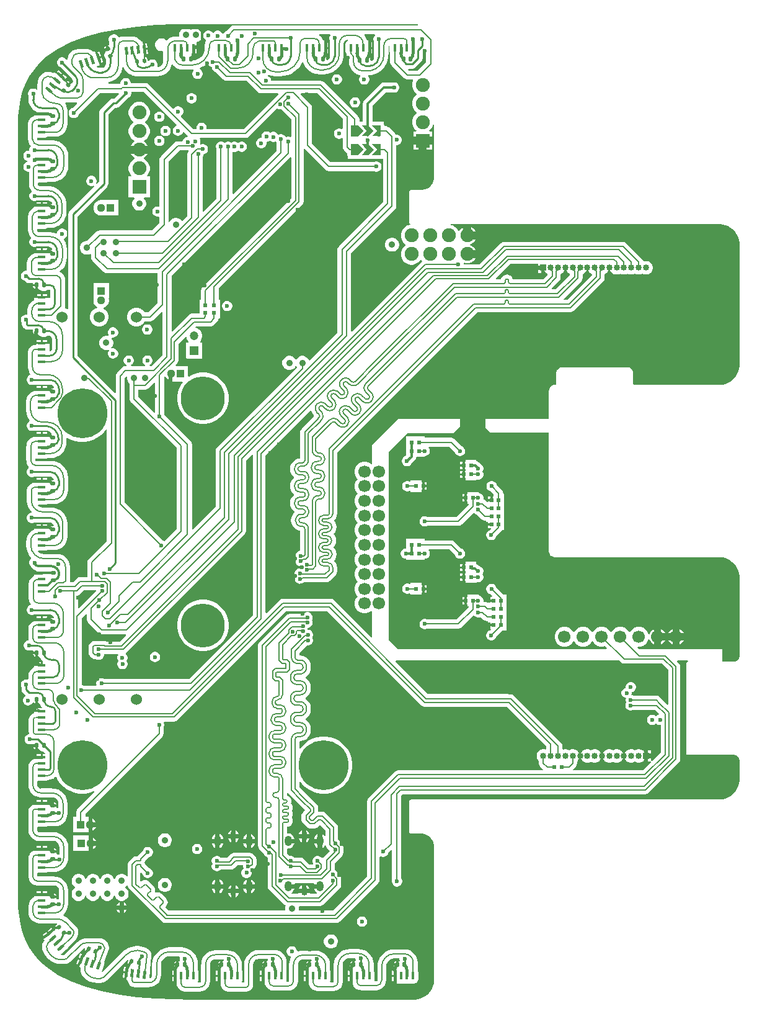
<source format=gbl>
G04*
<<<<<<< HEAD
G04 #@! TF.GenerationSoftware,Altium Limited,Altium Designer,24.2.2 (26)*
=======
G04 #@! TF.GenerationSoftware,Altium Limited,Altium Designer,25.1.2 (22)*
>>>>>>> 613e14270cc375eb23a491e7e857863a29f37ea3
G04*
G04 Layer_Physical_Order=6*
G04 Layer_Color=16711680*
%FSLAX43Y43*%
%MOMM*%
G71*
G04*
<<<<<<< HEAD
G04 #@! TF.SameCoordinates,ED9163A0-6DB0-4723-8498-66EEF6ED2332*
=======
G04 #@! TF.SameCoordinates,67307762-3149-45A4-8697-BBC3368EA460*
>>>>>>> 613e14270cc375eb23a491e7e857863a29f37ea3
G04*
G04*
G04 #@! TF.FilePolarity,Positive*
G04*
G01*
G75*
%ADD10C,0.200*%
%ADD12C,0.250*%
%ADD15C,0.300*%
%ADD94C,0.184*%
%ADD95C,0.184*%
G04:AMPARAMS|DCode=97|XSize=0.5mm|YSize=0.6mm|CornerRadius=0.125mm|HoleSize=0mm|Usage=FLASHONLY|Rotation=180.000|XOffset=0mm|YOffset=0mm|HoleType=Round|Shape=RoundedRectangle|*
%AMROUNDEDRECTD97*
21,1,0.500,0.350,0,0,180.0*
21,1,0.250,0.600,0,0,180.0*
1,1,0.250,-0.125,0.175*
1,1,0.250,0.125,0.175*
1,1,0.250,0.125,-0.175*
1,1,0.250,-0.125,-0.175*
%
%ADD97ROUNDEDRECTD97*%
G04:AMPARAMS|DCode=99|XSize=0.5mm|YSize=0.6mm|CornerRadius=0.125mm|HoleSize=0mm|Usage=FLASHONLY|Rotation=90.000|XOffset=0mm|YOffset=0mm|HoleType=Round|Shape=RoundedRectangle|*
%AMROUNDEDRECTD99*
21,1,0.500,0.350,0,0,90.0*
21,1,0.250,0.600,0,0,90.0*
1,1,0.250,0.175,0.125*
1,1,0.250,0.175,-0.125*
1,1,0.250,-0.175,-0.125*
1,1,0.250,-0.175,0.125*
%
%ADD99ROUNDEDRECTD99*%
%ADD107R,1.000X1.500*%
%ADD108R,0.250X1.500*%
%ADD109R,0.450X1.500*%
%ADD116R,0.500X0.600*%
%ADD117R,0.600X0.500*%
%ADD142C,6.800*%
%ADD143C,1.900*%
%ADD144R,1.900X1.900*%
%ADD145C,1.700*%
%ADD146C,0.850*%
%ADD147R,0.850X0.850*%
%ADD148C,1.200*%
%ADD149R,1.200X1.200*%
%ADD150O,0.900X1.150*%
%ADD151O,1.000X1.400*%
%ADD152C,0.900*%
%ADD153C,1.120*%
%ADD154R,1.120X1.120*%
%ADD155C,1.524*%
%ADD156R,1.120X1.120*%
%ADD157C,6.000*%
%ADD158C,0.600*%
%ADD160C,0.381*%
%ADD161C,0.200*%
G04:AMPARAMS|DCode=162|XSize=0.5mm|YSize=0.6mm|CornerRadius=0.125mm|HoleSize=0mm|Usage=FLASHONLY|Rotation=230.000|XOffset=0mm|YOffset=0mm|HoleType=Round|Shape=RoundedRectangle|*
%AMROUNDEDRECTD162*
21,1,0.500,0.350,0,0,230.0*
21,1,0.250,0.600,0,0,230.0*
1,1,0.250,-0.214,0.017*
1,1,0.250,-0.054,0.208*
1,1,0.250,0.214,-0.017*
1,1,0.250,0.054,-0.208*
%
%ADD162ROUNDEDRECTD162*%
G04:AMPARAMS|DCode=163|XSize=0.5mm|YSize=0.6mm|CornerRadius=0.125mm|HoleSize=0mm|Usage=FLASHONLY|Rotation=290.000|XOffset=0mm|YOffset=0mm|HoleType=Round|Shape=RoundedRectangle|*
%AMROUNDEDRECTD163*
21,1,0.500,0.350,0,0,290.0*
21,1,0.250,0.600,0,0,290.0*
1,1,0.250,-0.122,-0.177*
1,1,0.250,-0.207,0.058*
1,1,0.250,0.122,0.177*
1,1,0.250,0.207,-0.058*
%
%ADD163ROUNDEDRECTD163*%
G04:AMPARAMS|DCode=164|XSize=0.5mm|YSize=0.6mm|CornerRadius=0.125mm|HoleSize=0mm|Usage=FLASHONLY|Rotation=187.000|XOffset=0mm|YOffset=0mm|HoleType=Round|Shape=RoundedRectangle|*
%AMROUNDEDRECTD164*
21,1,0.500,0.350,0,0,187.0*
21,1,0.250,0.600,0,0,187.0*
1,1,0.250,-0.145,0.158*
1,1,0.250,0.103,0.189*
1,1,0.250,0.145,-0.158*
1,1,0.250,-0.103,-0.189*
%
%ADD164ROUNDEDRECTD164*%
G04:AMPARAMS|DCode=165|XSize=0.5mm|YSize=0.6mm|CornerRadius=0.125mm|HoleSize=0mm|Usage=FLASHONLY|Rotation=353.000|XOffset=0mm|YOffset=0mm|HoleType=Round|Shape=RoundedRectangle|*
%AMROUNDEDRECTD165*
21,1,0.500,0.350,0,0,353.0*
21,1,0.250,0.600,0,0,353.0*
1,1,0.250,0.103,-0.189*
1,1,0.250,-0.145,-0.158*
1,1,0.250,-0.103,0.189*
1,1,0.250,0.145,0.158*
%
%ADD165ROUNDEDRECTD165*%
G04:AMPARAMS|DCode=166|XSize=0.5mm|YSize=0.6mm|CornerRadius=0.125mm|HoleSize=0mm|Usage=FLASHONLY|Rotation=340.000|XOffset=0mm|YOffset=0mm|HoleType=Round|Shape=RoundedRectangle|*
%AMROUNDEDRECTD166*
21,1,0.500,0.350,0,0,340.0*
21,1,0.250,0.600,0,0,340.0*
1,1,0.250,0.058,-0.207*
1,1,0.250,-0.177,-0.122*
1,1,0.250,-0.058,0.207*
1,1,0.250,0.177,0.122*
%
%ADD166ROUNDEDRECTD166*%
G04:AMPARAMS|DCode=167|XSize=0.5mm|YSize=0.6mm|CornerRadius=0.125mm|HoleSize=0mm|Usage=FLASHONLY|Rotation=310.000|XOffset=0mm|YOffset=0mm|HoleType=Round|Shape=RoundedRectangle|*
%AMROUNDEDRECTD167*
21,1,0.500,0.350,0,0,310.0*
21,1,0.250,0.600,0,0,310.0*
1,1,0.250,-0.054,-0.208*
1,1,0.250,-0.214,-0.017*
1,1,0.250,0.054,0.208*
1,1,0.250,0.214,0.017*
%
%ADD167ROUNDEDRECTD167*%
G04:AMPARAMS|DCode=168|XSize=1.09mm|YSize=0.4mm|CornerRadius=0mm|HoleSize=0mm|Usage=FLASHONLY|Rotation=320.000|XOffset=0mm|YOffset=0mm|HoleType=Round|Shape=Rectangle|*
%AMROTATEDRECTD168*
4,1,4,-0.546,0.197,-0.289,0.504,0.546,-0.197,0.289,-0.504,-0.546,0.197,0.0*
%
%ADD168ROTATEDRECTD168*%

G04:AMPARAMS|DCode=169|XSize=1.09mm|YSize=0.4mm|CornerRadius=0.1mm|HoleSize=0mm|Usage=FLASHONLY|Rotation=320.000|XOffset=0mm|YOffset=0mm|HoleType=Round|Shape=RoundedRectangle|*
%AMROUNDEDRECTD169*
21,1,1.090,0.200,0,0,320.0*
21,1,0.890,0.400,0,0,320.0*
1,1,0.200,0.277,-0.363*
1,1,0.200,-0.405,0.209*
1,1,0.200,-0.277,0.363*
1,1,0.200,0.405,-0.209*
%
%ADD169ROUNDEDRECTD169*%
%ADD170R,0.400X1.090*%
G04:AMPARAMS|DCode=171|XSize=1.09mm|YSize=0.4mm|CornerRadius=0.1mm|HoleSize=0mm|Usage=FLASHONLY|Rotation=90.000|XOffset=0mm|YOffset=0mm|HoleType=Round|Shape=RoundedRectangle|*
%AMROUNDEDRECTD171*
21,1,1.090,0.200,0,0,90.0*
21,1,0.890,0.400,0,0,90.0*
1,1,0.200,0.100,0.445*
1,1,0.200,0.100,-0.445*
1,1,0.200,-0.100,-0.445*
1,1,0.200,-0.100,0.445*
%
%ADD171ROUNDEDRECTD171*%
%ADD172R,1.090X0.400*%
G04:AMPARAMS|DCode=173|XSize=1.09mm|YSize=0.4mm|CornerRadius=0.1mm|HoleSize=0mm|Usage=FLASHONLY|Rotation=0.000|XOffset=0mm|YOffset=0mm|HoleType=Round|Shape=RoundedRectangle|*
%AMROUNDEDRECTD173*
21,1,1.090,0.200,0,0,0.0*
21,1,0.890,0.400,0,0,0.0*
1,1,0.200,0.445,-0.100*
1,1,0.200,-0.445,-0.100*
1,1,0.200,-0.445,0.100*
1,1,0.200,0.445,0.100*
%
%ADD173ROUNDEDRECTD173*%
G04:AMPARAMS|DCode=174|XSize=1.09mm|YSize=0.4mm|CornerRadius=0mm|HoleSize=0mm|Usage=FLASHONLY|Rotation=290.000|XOffset=0mm|YOffset=0mm|HoleType=Round|Shape=Rectangle|*
%AMROTATEDRECTD174*
4,1,4,-0.374,0.444,0.002,0.581,0.374,-0.444,-0.002,-0.581,-0.374,0.444,0.0*
%
%ADD174ROTATEDRECTD174*%

G04:AMPARAMS|DCode=175|XSize=1.09mm|YSize=0.4mm|CornerRadius=0.1mm|HoleSize=0mm|Usage=FLASHONLY|Rotation=290.000|XOffset=0mm|YOffset=0mm|HoleType=Round|Shape=RoundedRectangle|*
%AMROUNDEDRECTD175*
21,1,1.090,0.200,0,0,290.0*
21,1,0.890,0.400,0,0,290.0*
1,1,0.200,0.058,-0.452*
1,1,0.200,-0.246,0.384*
1,1,0.200,-0.058,0.452*
1,1,0.200,0.246,-0.384*
%
%ADD175ROUNDEDRECTD175*%
G04:AMPARAMS|DCode=176|XSize=1.09mm|YSize=0.4mm|CornerRadius=0mm|HoleSize=0mm|Usage=FLASHONLY|Rotation=277.000|XOffset=0mm|YOffset=0mm|HoleType=Round|Shape=Rectangle|*
%AMROTATEDRECTD176*
4,1,4,-0.265,0.517,0.132,0.565,0.265,-0.517,-0.132,-0.565,-0.265,0.517,0.0*
%
%ADD176ROTATEDRECTD176*%

G04:AMPARAMS|DCode=177|XSize=1.09mm|YSize=0.4mm|CornerRadius=0.1mm|HoleSize=0mm|Usage=FLASHONLY|Rotation=277.000|XOffset=0mm|YOffset=0mm|HoleType=Round|Shape=RoundedRectangle|*
%AMROUNDEDRECTD177*
21,1,1.090,0.200,0,0,277.0*
21,1,0.890,0.400,0,0,277.0*
1,1,0.200,-0.045,-0.454*
1,1,0.200,-0.153,0.430*
1,1,0.200,0.045,0.454*
1,1,0.200,0.153,-0.430*
%
%ADD177ROUNDEDRECTD177*%
G04:AMPARAMS|DCode=178|XSize=1.09mm|YSize=0.4mm|CornerRadius=0mm|HoleSize=0mm|Usage=FLASHONLY|Rotation=83.000|XOffset=0mm|YOffset=0mm|HoleType=Round|Shape=Rectangle|*
%AMROTATEDRECTD178*
4,1,4,0.132,-0.565,-0.265,-0.517,-0.132,0.565,0.265,0.517,0.132,-0.565,0.0*
%
%ADD178ROTATEDRECTD178*%

G04:AMPARAMS|DCode=179|XSize=1.09mm|YSize=0.4mm|CornerRadius=0.1mm|HoleSize=0mm|Usage=FLASHONLY|Rotation=83.000|XOffset=0mm|YOffset=0mm|HoleType=Round|Shape=RoundedRectangle|*
%AMROUNDEDRECTD179*
21,1,1.090,0.200,0,0,83.0*
21,1,0.890,0.400,0,0,83.0*
1,1,0.200,0.153,0.430*
1,1,0.200,0.045,-0.454*
1,1,0.200,-0.153,-0.430*
1,1,0.200,-0.045,0.454*
%
%ADD179ROUNDEDRECTD179*%
G04:AMPARAMS|DCode=180|XSize=1.09mm|YSize=0.4mm|CornerRadius=0mm|HoleSize=0mm|Usage=FLASHONLY|Rotation=70.000|XOffset=0mm|YOffset=0mm|HoleType=Round|Shape=Rectangle|*
%AMROTATEDRECTD180*
4,1,4,0.002,-0.581,-0.374,-0.444,-0.002,0.581,0.374,0.444,0.002,-0.581,0.0*
%
%ADD180ROTATEDRECTD180*%

G04:AMPARAMS|DCode=181|XSize=1.09mm|YSize=0.4mm|CornerRadius=0.1mm|HoleSize=0mm|Usage=FLASHONLY|Rotation=70.000|XOffset=0mm|YOffset=0mm|HoleType=Round|Shape=RoundedRectangle|*
%AMROUNDEDRECTD181*
21,1,1.090,0.200,0,0,70.0*
21,1,0.890,0.400,0,0,70.0*
1,1,0.200,0.246,0.384*
1,1,0.200,-0.058,-0.452*
1,1,0.200,-0.246,-0.384*
1,1,0.200,0.058,0.452*
%
%ADD181ROUNDEDRECTD181*%
G04:AMPARAMS|DCode=182|XSize=1.09mm|YSize=0.4mm|CornerRadius=0mm|HoleSize=0mm|Usage=FLASHONLY|Rotation=40.000|XOffset=0mm|YOffset=0mm|HoleType=Round|Shape=Rectangle|*
%AMROTATEDRECTD182*
4,1,4,-0.289,-0.504,-0.546,-0.197,0.289,0.504,0.546,0.197,-0.289,-0.504,0.0*
%
%ADD182ROTATEDRECTD182*%

G04:AMPARAMS|DCode=183|XSize=1.09mm|YSize=0.4mm|CornerRadius=0.1mm|HoleSize=0mm|Usage=FLASHONLY|Rotation=40.000|XOffset=0mm|YOffset=0mm|HoleType=Round|Shape=RoundedRectangle|*
%AMROUNDEDRECTD183*
21,1,1.090,0.200,0,0,40.0*
21,1,0.890,0.400,0,0,40.0*
1,1,0.200,0.405,0.209*
1,1,0.200,-0.277,-0.363*
1,1,0.200,-0.405,-0.209*
1,1,0.200,0.277,0.363*
%
%ADD183ROUNDEDRECTD183*%
G36*
X54316Y133348D02*
X54497Y133348D01*
X54854Y133301D01*
X54898Y133289D01*
X54882Y133162D01*
X29750D01*
X29516Y133115D01*
X29317Y132983D01*
X28758Y132423D01*
X28680Y132402D01*
X28520Y132310D01*
X28390Y132180D01*
X28305Y132033D01*
X28237Y132024D01*
X28170Y132033D01*
X28085Y132180D01*
X27955Y132310D01*
X27795Y132402D01*
X27617Y132450D01*
X27433D01*
X27255Y132402D01*
X27095Y132310D01*
X26969Y132184D01*
X26951Y132168D01*
X26831D01*
X26810Y132205D01*
X26680Y132335D01*
X26520Y132427D01*
X26342Y132475D01*
X26158D01*
X25980Y132427D01*
X25820Y132335D01*
X25690Y132205D01*
X25598Y132045D01*
X25593Y132027D01*
X25461D01*
X25410Y132217D01*
X25285Y132433D01*
X25108Y132610D01*
X24892Y132735D01*
X24650Y132800D01*
X24400D01*
X24158Y132735D01*
X23942Y132610D01*
X23850Y132518D01*
X23758Y132610D01*
X23542Y132735D01*
X23300Y132800D01*
X23050D01*
X22808Y132735D01*
X22592Y132610D01*
X22415Y132433D01*
X22290Y132217D01*
X22225Y131975D01*
Y131725D01*
X22177Y131662D01*
X21775D01*
X21739Y131655D01*
X21447Y131626D01*
X21131Y131530D01*
X20840Y131374D01*
X20585Y131165D01*
X20572Y131149D01*
X20445Y131143D01*
X20362Y131225D01*
X20163Y131340D01*
X19940Y131400D01*
X19710D01*
X19487Y131340D01*
X19288Y131225D01*
X19125Y131062D01*
X19010Y130863D01*
X18950Y130640D01*
Y130410D01*
X19010Y130187D01*
X19125Y129988D01*
X19288Y129825D01*
X19487Y129710D01*
X19710Y129650D01*
X19940D01*
X19987Y129663D01*
X20088Y129585D01*
Y128325D01*
X20092Y128305D01*
X20065Y128100D01*
X19978Y127890D01*
X19840Y127710D01*
X19660Y127572D01*
X19450Y127485D01*
X19351Y127472D01*
X19314Y127503D01*
X19261Y127588D01*
X19300Y127733D01*
Y127917D01*
X19252Y128095D01*
X19160Y128255D01*
X19030Y128385D01*
X18870Y128477D01*
X18692Y128525D01*
X18508D01*
X18330Y128477D01*
X18170Y128385D01*
X18096Y128311D01*
X17962Y128357D01*
X17934Y128584D01*
X17894Y128707D01*
X17809Y128805D01*
X17694Y128863D01*
X17635Y128868D01*
X17558Y128889D01*
X17510Y128994D01*
X17485Y129196D01*
X17495Y129197D01*
X17405Y129937D01*
X17314Y130676D01*
X17304Y130675D01*
X17267Y130973D01*
X17083Y130950D01*
X17057Y130998D01*
X16873Y131223D01*
X16648Y131407D01*
X16392Y131544D01*
X16114Y131629D01*
X15871Y131653D01*
X15825Y131662D01*
X14600D01*
X14589Y131660D01*
X14267Y131617D01*
X14016Y131513D01*
X14002Y131520D01*
X13910Y131680D01*
X13780Y131810D01*
X13620Y131902D01*
X13442Y131950D01*
X13258D01*
X13080Y131902D01*
X12920Y131810D01*
X12790Y131680D01*
X12698Y131520D01*
X12650Y131342D01*
Y131158D01*
X12698Y130980D01*
X12713Y130954D01*
Y130507D01*
X12669Y130473D01*
X12541Y130453D01*
X12532Y130450D01*
X12688Y130021D01*
X12533Y129965D01*
X12589Y129810D01*
X12121Y129639D01*
X12167Y129564D01*
X12218Y129526D01*
X12090Y129352D01*
X12031Y129110D01*
X12069Y128865D01*
X12154Y128630D01*
X12238Y128493D01*
Y127955D01*
X12244Y127925D01*
X12200Y127705D01*
X12075Y127518D01*
X12049Y127501D01*
X12039Y127485D01*
X11927Y127410D01*
X11794Y127384D01*
X11776Y127387D01*
X11191D01*
X11173Y127384D01*
X11130Y127389D01*
X11028Y127529D01*
X11032Y127545D01*
X11460Y127701D01*
X11357Y127983D01*
X11367Y127986D01*
X11112Y128686D01*
X10857Y129387D01*
X10848Y129383D01*
X10745Y129665D01*
X10533Y129588D01*
X10368Y129723D01*
X10102Y129865D01*
X10067Y129876D01*
X10043Y129892D01*
X9809Y129939D01*
X8483D01*
Y129939D01*
X8102Y129889D01*
X7747Y129742D01*
X7442Y129508D01*
X7442Y129508D01*
X7223Y129222D01*
X7085Y128889D01*
X7038Y128532D01*
X7013Y128503D01*
X6860Y128515D01*
X6848Y128535D01*
X6718Y128665D01*
X6558Y128758D01*
X6380Y128805D01*
X6196D01*
X6018Y128758D01*
X5858Y128665D01*
X5728Y128535D01*
X5635Y128376D01*
X5588Y128198D01*
Y128013D01*
X5635Y127835D01*
X5728Y127676D01*
X5858Y127545D01*
X6018Y127453D01*
X6047Y127445D01*
X7605Y125887D01*
X7625Y125873D01*
X7725Y125724D01*
X7765Y125524D01*
X7725Y125325D01*
X7709Y125301D01*
X7689Y125270D01*
X7623Y125254D01*
X7556Y125257D01*
X7251Y124894D01*
X6999Y125106D01*
X7292Y125456D01*
X7284Y125462D01*
X7171Y125524D01*
X7042Y125538D01*
X6918Y125502D01*
X6795Y125486D01*
X6566Y125679D01*
X6572Y125687D01*
X6001Y126166D01*
X5431Y126645D01*
X5424Y126637D01*
X5194Y126830D01*
X5063Y126673D01*
X4746Y126769D01*
X4339Y126809D01*
X4325Y126812D01*
X4312Y126809D01*
X3995Y126767D01*
X3688Y126640D01*
X3520Y126511D01*
X3423Y126438D01*
X3423Y126438D01*
X3348Y126342D01*
X3209Y126173D01*
X3049Y125872D01*
X2950Y125546D01*
X2920Y125241D01*
X2913Y125208D01*
Y124431D01*
X2786Y124379D01*
X2755Y124410D01*
X2595Y124502D01*
X2417Y124550D01*
X2233D01*
X2055Y124502D01*
X1895Y124410D01*
X1765Y124280D01*
X1673Y124120D01*
X1625Y123942D01*
Y123758D01*
X1673Y123580D01*
X1688Y123554D01*
Y123035D01*
X1695Y122998D01*
X1725Y122690D01*
X1826Y122358D01*
X1990Y122052D01*
X2209Y121784D01*
X2477Y121565D01*
X2755Y121416D01*
Y121232D01*
X3500D01*
Y120972D01*
X2755D01*
Y120962D01*
X2455D01*
Y120824D01*
X2240Y120735D01*
X2235Y120734D01*
X2230Y120731D01*
X2195Y120717D01*
X2105Y120647D01*
X2036Y120602D01*
X2027Y120588D01*
X1955Y120532D01*
X1899Y120460D01*
X1885Y120451D01*
X1840Y120382D01*
X1770Y120292D01*
X1756Y120257D01*
X1753Y120252D01*
X1752Y120247D01*
X1655Y120012D01*
X1619Y119739D01*
X1613Y119712D01*
Y117650D01*
X1613D01*
X1661Y117285D01*
X1802Y116944D01*
X2008Y116676D01*
X1940Y116608D01*
X1848Y116448D01*
X1800Y116270D01*
Y116198D01*
X1769Y116083D01*
X1680Y116075D01*
X1583D01*
X1405Y116027D01*
X1245Y115935D01*
X1115Y115805D01*
X1023Y115645D01*
X975Y115467D01*
Y115283D01*
X1023Y115105D01*
X1115Y114945D01*
X1245Y114815D01*
X1405Y114723D01*
X1524Y114691D01*
Y114559D01*
X1405Y114527D01*
X1245Y114435D01*
X1115Y114305D01*
X1023Y114145D01*
X975Y113967D01*
Y113783D01*
X1023Y113605D01*
X1115Y113445D01*
X1245Y113315D01*
X1405Y113223D01*
X1583Y113175D01*
X1738D01*
Y111525D01*
X1747Y111479D01*
X1771Y111236D01*
X1856Y110958D01*
X1993Y110702D01*
X2092Y110581D01*
X2070Y110462D01*
X1940Y110332D01*
X1848Y110172D01*
X1800Y109994D01*
Y109810D01*
X1848Y109632D01*
X1940Y109472D01*
X2070Y109342D01*
X2230Y109250D01*
X2408Y109202D01*
X2592D01*
X2770Y109250D01*
X2796Y109265D01*
X4375D01*
X4402Y109270D01*
X4594Y109232D01*
X4780Y109107D01*
X4905Y108921D01*
X4919Y108850D01*
X4850Y108766D01*
X4723Y108741D01*
X4616Y108669D01*
X4544Y108562D01*
X4534Y108510D01*
X4245D01*
Y108520D01*
X2755D01*
Y108510D01*
X2455D01*
Y108319D01*
X2274Y108244D01*
X2001Y108034D01*
X1791Y107761D01*
X1659Y107442D01*
X1615Y107107D01*
X1613Y107100D01*
Y105275D01*
X1622Y105231D01*
X1647Y104976D01*
X1734Y104689D01*
X1876Y104424D01*
X1994Y104280D01*
X2066Y104191D01*
X1983Y104099D01*
X1940Y104056D01*
X1848Y103896D01*
X1800Y103718D01*
Y103534D01*
X1848Y103356D01*
X1940Y103196D01*
X2070Y103066D01*
X2230Y102974D01*
X2408Y102926D01*
X2592D01*
X2770Y102974D01*
X2796Y102989D01*
X4375D01*
X4402Y102994D01*
X4594Y102956D01*
X4780Y102831D01*
X4905Y102645D01*
X4919Y102574D01*
X4850Y102490D01*
X4723Y102465D01*
X4616Y102393D01*
X4544Y102286D01*
X4534Y102234D01*
X4245D01*
Y102244D01*
X2755D01*
Y102234D01*
X2455D01*
Y102048D01*
X2388Y102028D01*
X2131Y101890D01*
X1905Y101704D01*
X1719Y101478D01*
X1581Y101221D01*
X1496Y100941D01*
X1472Y100696D01*
X1463Y100650D01*
Y99691D01*
X1442Y99675D01*
X1258D01*
X1080Y99627D01*
X920Y99535D01*
X790Y99405D01*
X698Y99245D01*
X650Y99067D01*
Y98883D01*
X698Y98705D01*
X790Y98545D01*
X920Y98415D01*
X1080Y98323D01*
X1238Y98280D01*
X1344Y98174D01*
X1551Y98036D01*
X1795Y97988D01*
X2247D01*
X2319Y97900D01*
Y97890D01*
X2775D01*
Y97725D01*
X2940D01*
Y97227D01*
X3027Y97244D01*
X3079Y97279D01*
X3199Y97099D01*
X3406Y96961D01*
X3650Y96913D01*
X3900D01*
X4144Y96961D01*
X4333Y97088D01*
X4638D01*
Y96041D01*
X4545Y95958D01*
X4245D01*
Y95968D01*
X2755D01*
Y95958D01*
X2455D01*
Y95718D01*
X2238Y95602D01*
X2001Y95407D01*
X1806Y95170D01*
X1662Y94899D01*
X1573Y94605D01*
X1547Y94342D01*
X1538Y94300D01*
Y93806D01*
X1459Y93718D01*
X1420Y93700D01*
X1258D01*
X1080Y93652D01*
X920Y93560D01*
X790Y93430D01*
X698Y93270D01*
X650Y93092D01*
Y92908D01*
X698Y92730D01*
X773Y92600D01*
Y92421D01*
X821Y92178D01*
X959Y91971D01*
X1106Y91824D01*
X1313Y91686D01*
X1556Y91638D01*
X2319D01*
Y91300D01*
X2344Y91173D01*
X2416Y91066D01*
X2523Y90994D01*
X2610Y90977D01*
Y91475D01*
X2940D01*
Y90977D01*
X3027Y90994D01*
X3079Y91029D01*
X3199Y90849D01*
X3406Y90711D01*
X3650Y90663D01*
X3900D01*
X4144Y90711D01*
X4333Y90838D01*
X4375D01*
X4398Y90842D01*
X4565Y90809D01*
X4726Y90701D01*
X4834Y90540D01*
X4867Y90373D01*
X4863Y90350D01*
Y89000D01*
X4865Y88988D01*
X4847Y88898D01*
X4789Y88811D01*
X4702Y88753D01*
X4672Y88747D01*
X4545Y88831D01*
Y89682D01*
X4245D01*
Y89692D01*
X2755D01*
Y89682D01*
X2455D01*
Y89583D01*
X2382Y89574D01*
X2133Y89470D01*
X1919Y89306D01*
X1755Y89092D01*
X1651Y88843D01*
X1622Y88618D01*
X1613Y88575D01*
Y86549D01*
X1621Y86510D01*
X1649Y86230D01*
X1741Y85924D01*
X1892Y85642D01*
X1939Y85585D01*
X1900Y85464D01*
X1880Y85458D01*
X1720Y85366D01*
X1590Y85236D01*
X1498Y85076D01*
X1450Y84898D01*
Y84714D01*
X1498Y84536D01*
X1590Y84376D01*
X1720Y84246D01*
X1880Y84154D01*
X2058Y84106D01*
X2242D01*
X2420Y84154D01*
X2446Y84169D01*
X4650D01*
X4674Y84174D01*
X4850Y84139D01*
X5019Y84025D01*
X5133Y83856D01*
X5138Y83829D01*
X5146Y83789D01*
X5042Y83662D01*
X4850D01*
X4723Y83637D01*
X4616Y83565D01*
X4544Y83458D01*
X4534Y83406D01*
X4245D01*
Y83416D01*
X2755D01*
Y83406D01*
X2455D01*
Y83272D01*
X2432Y83269D01*
X2084Y83125D01*
X1785Y82896D01*
X1556Y82597D01*
X1412Y82249D01*
X1363Y81875D01*
X1363D01*
Y80662D01*
X1365Y80653D01*
X1407Y80224D01*
X1535Y79802D01*
X1743Y79413D01*
X1840Y79295D01*
X1804Y79139D01*
X1720Y79090D01*
X1590Y78960D01*
X1498Y78800D01*
X1450Y78622D01*
Y78438D01*
X1498Y78260D01*
X1590Y78100D01*
X1720Y77970D01*
X1880Y77878D01*
X2058Y77830D01*
X2242D01*
X2420Y77878D01*
X2446Y77893D01*
X3975D01*
X4005Y77899D01*
X4285Y77862D01*
X4574Y77742D01*
X4822Y77552D01*
X4858Y77504D01*
X4797Y77376D01*
X4723Y77361D01*
X4616Y77289D01*
X4544Y77182D01*
X4534Y77130D01*
X4245D01*
Y77140D01*
X2755D01*
Y77130D01*
X2455D01*
Y77014D01*
X2327Y76998D01*
X2022Y76871D01*
X1760Y76670D01*
X1559Y76408D01*
X1432Y76103D01*
X1391Y75789D01*
X1388Y75775D01*
Y73800D01*
X1391Y73786D01*
X1432Y73474D01*
X1558Y73170D01*
X1719Y72960D01*
X1720Y72833D01*
X1700Y72794D01*
X1590Y72684D01*
X1498Y72524D01*
X1450Y72346D01*
Y72162D01*
X1498Y71984D01*
X1590Y71824D01*
X1720Y71694D01*
X1880Y71602D01*
X2058Y71554D01*
X2242D01*
X2420Y71602D01*
X2446Y71617D01*
X4650D01*
X4674Y71622D01*
X4850Y71587D01*
X5019Y71473D01*
X5133Y71304D01*
X5138Y71277D01*
X5146Y71237D01*
X5042Y71110D01*
X4850D01*
X4723Y71085D01*
X4616Y71013D01*
X4544Y70906D01*
X4534Y70854D01*
X4245D01*
Y70864D01*
X2755D01*
Y70854D01*
X2455D01*
Y70753D01*
X2254Y70727D01*
X1997Y70621D01*
X1777Y70452D01*
X1608Y70232D01*
X1502Y69975D01*
X1471Y69740D01*
X1463Y69700D01*
Y68312D01*
X1466Y68297D01*
X1506Y67898D01*
X1626Y67500D01*
X1823Y67133D01*
X2087Y66812D01*
X2094Y66805D01*
X2064Y66699D01*
X2051Y66676D01*
X1880Y66630D01*
X1720Y66538D01*
X1590Y66408D01*
X1498Y66248D01*
X1450Y66070D01*
Y65886D01*
X1498Y65708D01*
X1590Y65548D01*
X1720Y65418D01*
X1880Y65326D01*
X2058Y65278D01*
X2242D01*
X2420Y65326D01*
X2446Y65341D01*
X4650D01*
X4674Y65346D01*
X4850Y65311D01*
X5019Y65197D01*
X5133Y65028D01*
X5138Y65001D01*
X5146Y64961D01*
X5042Y64834D01*
X4850D01*
X4723Y64809D01*
X4616Y64737D01*
X4544Y64630D01*
X4534Y64578D01*
X4245D01*
Y64588D01*
X2755D01*
Y64578D01*
X2455D01*
Y64377D01*
X2402Y64361D01*
X2119Y64210D01*
X1871Y64007D01*
X1668Y63759D01*
X1517Y63476D01*
X1424Y63169D01*
X1396Y62889D01*
X1388Y62850D01*
Y62225D01*
X1388Y62224D01*
X1435Y61754D01*
X1572Y61300D01*
X1796Y60882D01*
X2051Y60571D01*
X2067Y60460D01*
X2036Y60401D01*
X1940Y60305D01*
X1848Y60145D01*
X1800Y59967D01*
Y59783D01*
X1848Y59605D01*
X1924Y59473D01*
X1992Y59308D01*
X2173Y59073D01*
X2408Y58892D01*
X2681Y58779D01*
X2755Y58769D01*
Y58572D01*
X3500D01*
Y58312D01*
X2755D01*
Y58302D01*
X2455D01*
Y58081D01*
X2358Y58040D01*
X2091Y57836D01*
X1887Y57569D01*
X1758Y57258D01*
X1715Y56936D01*
X1713Y56925D01*
Y55025D01*
X1715Y55014D01*
X1758Y54692D01*
X1886Y54382D01*
X1995Y54241D01*
X1946Y54096D01*
X1880Y54078D01*
X1720Y53986D01*
X1590Y53856D01*
X1498Y53696D01*
X1450Y53518D01*
Y53334D01*
X1498Y53156D01*
X1590Y52996D01*
X1720Y52866D01*
X1880Y52774D01*
X2058Y52726D01*
X2242D01*
X2420Y52774D01*
X2446Y52789D01*
X4650D01*
X4674Y52794D01*
X4850Y52759D01*
X5019Y52645D01*
X5133Y52476D01*
X5138Y52449D01*
X5146Y52409D01*
X5042Y52282D01*
X4850D01*
X4723Y52257D01*
X4616Y52185D01*
X4544Y52078D01*
X4534Y52026D01*
X4245D01*
Y52036D01*
X2755D01*
Y52026D01*
X2455D01*
Y51899D01*
X2208Y51796D01*
X1994Y51632D01*
X1830Y51418D01*
X1726Y51169D01*
X1697Y50944D01*
X1688Y50901D01*
Y49525D01*
X1693Y49501D01*
X1714Y49339D01*
X1658Y49275D01*
X1480Y49227D01*
X1320Y49135D01*
X1190Y49005D01*
X1098Y48845D01*
X1050Y48667D01*
Y48483D01*
X1098Y48305D01*
X1190Y48145D01*
X1320Y48015D01*
X1480Y47923D01*
X1658Y47875D01*
X1842D01*
X2020Y47923D01*
X2046Y47938D01*
X2247D01*
X2332Y47811D01*
X2319Y47745D01*
Y47735D01*
X2775D01*
Y47570D01*
X2940D01*
Y47072D01*
X3027Y47089D01*
X3079Y47124D01*
X3199Y46944D01*
X3321Y46863D01*
X3404Y46707D01*
X3597Y46472D01*
X3674Y46410D01*
X3631Y46290D01*
X3630D01*
Y45890D01*
X3500D01*
Y45760D01*
X2755D01*
Y45750D01*
X2455D01*
Y45575D01*
X2270Y45498D01*
X2019Y45306D01*
X1827Y45055D01*
X1706Y44763D01*
X1667Y44471D01*
X1663Y44450D01*
Y43992D01*
X1536Y43900D01*
X1442Y43925D01*
X1258D01*
X1080Y43877D01*
X920Y43785D01*
X790Y43655D01*
X698Y43495D01*
X650Y43317D01*
Y43133D01*
X698Y42955D01*
X732Y42895D01*
Y42550D01*
X781Y42306D01*
X919Y42099D01*
X1241Y41778D01*
X1224Y41652D01*
X1195Y41635D01*
X1065Y41505D01*
X973Y41345D01*
X925Y41167D01*
Y40983D01*
X973Y40805D01*
X1065Y40645D01*
X1195Y40515D01*
X1355Y40423D01*
X1533Y40375D01*
X1717D01*
X1895Y40423D01*
X2055Y40515D01*
X2185Y40645D01*
X2266Y40786D01*
X2339Y40804D01*
X2408Y40802D01*
X2416Y40791D01*
X2523Y40719D01*
X2610Y40702D01*
Y41200D01*
X2940D01*
Y40702D01*
X3027Y40719D01*
X3079Y40754D01*
X3199Y40574D01*
X3308Y40502D01*
X3414Y40303D01*
X3547Y40141D01*
X3487Y40014D01*
X2755D01*
Y39744D01*
X3500D01*
Y39484D01*
X2755D01*
Y39474D01*
X2455D01*
Y39345D01*
X2220Y39248D01*
X2011Y39087D01*
X1851Y38879D01*
X1751Y38636D01*
X1723Y38422D01*
X1713Y38375D01*
Y36825D01*
X1722Y36779D01*
X1746Y36597D01*
X1750Y36563D01*
X1661Y36449D01*
X1580Y36427D01*
X1420Y36335D01*
X1290Y36205D01*
X1198Y36045D01*
X1150Y35867D01*
Y35683D01*
X1198Y35505D01*
X1290Y35345D01*
X1420Y35215D01*
X1580Y35123D01*
X1758Y35075D01*
X1942D01*
X2120Y35123D01*
X2146Y35138D01*
X2288D01*
X2319Y35100D01*
Y35090D01*
X2759D01*
X2775Y35074D01*
Y34925D01*
X2924D01*
X2940Y34909D01*
Y34427D01*
X3027Y34444D01*
X3079Y34479D01*
X3199Y34299D01*
X3406Y34161D01*
X3650Y34113D01*
X3686D01*
X3934Y33865D01*
X3881Y33738D01*
X3630D01*
Y33338D01*
X3500D01*
Y33208D01*
X2755D01*
Y33198D01*
X2455D01*
Y33062D01*
X2220Y32965D01*
X2001Y32797D01*
X1833Y32578D01*
X1727Y32322D01*
X1696Y32088D01*
X1688Y32048D01*
Y29500D01*
X1696Y29462D01*
X1724Y29177D01*
X1818Y28866D01*
X1971Y28579D01*
X2178Y28328D01*
X2429Y28121D01*
X2716Y27968D01*
X3027Y27874D01*
X3312Y27846D01*
X3350Y27838D01*
X4925D01*
X4945Y27842D01*
X5150Y27815D01*
X5360Y27728D01*
X5540Y27590D01*
X5678Y27410D01*
X5765Y27200D01*
X5792Y26995D01*
X5788Y26975D01*
Y26411D01*
X5729D01*
X5595Y26375D01*
X5530Y26445D01*
X5507Y26477D01*
X5523Y26557D01*
X5025D01*
Y26722D01*
X4860D01*
Y27178D01*
X4850D01*
X4723Y27153D01*
X4616Y27081D01*
X4544Y26974D01*
X4534Y26922D01*
X4245D01*
Y26932D01*
X2755D01*
Y26922D01*
X2455D01*
Y26820D01*
X2301Y26800D01*
X2095Y26715D01*
X1918Y26579D01*
X1782Y26402D01*
X1697Y26196D01*
X1676Y26041D01*
X1663Y25975D01*
Y23425D01*
X1672Y23381D01*
X1697Y23126D01*
X1784Y22839D01*
X1926Y22574D01*
X2116Y22341D01*
X2349Y22151D01*
X2614Y22009D01*
X2901Y21922D01*
X3156Y21897D01*
X3200Y21888D01*
X5075D01*
X5093Y21892D01*
X5287Y21866D01*
X5485Y21785D01*
X5654Y21654D01*
X5785Y21485D01*
X5866Y21287D01*
X5892Y21093D01*
X5888Y21075D01*
Y20079D01*
X5829D01*
X5651Y20032D01*
X5643Y20027D01*
X5471Y20142D01*
X5506Y20194D01*
X5523Y20281D01*
X5025D01*
Y20446D01*
X4860D01*
Y20902D01*
X4850D01*
X4723Y20877D01*
X4616Y20805D01*
X4544Y20698D01*
X4534Y20646D01*
X4245D01*
Y20656D01*
X2755D01*
Y20646D01*
X2455D01*
Y20529D01*
X2399Y20522D01*
X2169Y20426D01*
X1971Y20275D01*
X1820Y20077D01*
X1724Y19847D01*
X1699Y19653D01*
X1688Y19600D01*
Y17000D01*
X1693Y16976D01*
X1730Y16693D01*
X1849Y16407D01*
X2037Y16162D01*
X2282Y15974D01*
X2568Y15855D01*
X2851Y15818D01*
X2875Y15813D01*
X5250D01*
X5278Y15819D01*
X5489Y15777D01*
X5691Y15641D01*
X5827Y15439D01*
X5869Y15228D01*
X5863Y15200D01*
Y13959D01*
X5729D01*
X5595Y13923D01*
X5530Y13993D01*
X5507Y14025D01*
X5523Y14105D01*
X5025D01*
Y14270D01*
X4860D01*
Y14726D01*
X4850D01*
X4723Y14701D01*
X4616Y14629D01*
X4544Y14522D01*
X4534Y14470D01*
X4245D01*
Y14480D01*
X2755D01*
Y14470D01*
X2455D01*
Y14250D01*
X2357Y14210D01*
X2103Y14015D01*
X2092Y14008D01*
X2092Y14008D01*
X1873Y13722D01*
X1735Y13389D01*
X1688Y13032D01*
X1688D01*
Y12189D01*
X1697Y12146D01*
X1722Y11887D01*
X1810Y11597D01*
X1953Y11330D01*
X2118Y11129D01*
X2142Y11092D01*
X2142Y11092D01*
X2446Y10859D01*
X2799Y10712D01*
X3179Y10662D01*
Y10663D01*
X5547D01*
X5579Y10615D01*
X5597Y10540D01*
X5405Y10378D01*
X5324Y10277D01*
X5288Y10153D01*
X5302Y10025D01*
X5343Y9949D01*
X5356Y9830D01*
X5126Y9637D01*
X5119Y9645D01*
X4549Y9166D01*
X3978Y8687D01*
X3984Y8679D01*
X3755Y8486D01*
X3874Y8344D01*
X3707Y8127D01*
X3582Y7825D01*
X3541Y7515D01*
X3538Y7500D01*
X3542Y7479D01*
X3579Y7110D01*
X3692Y6735D01*
X3877Y6390D01*
X4112Y6104D01*
X4124Y6086D01*
X4124Y6086D01*
X4124Y6086D01*
X4492Y5717D01*
X4508Y5707D01*
X4806Y5462D01*
X5162Y5272D01*
X5549Y5155D01*
X5933Y5117D01*
X5951Y5113D01*
X6600D01*
X6636Y5120D01*
X6883Y5153D01*
X7146Y5262D01*
X7344Y5414D01*
X7374Y5434D01*
X9018Y7078D01*
X9108Y7167D01*
X9108Y7167D01*
X9108Y7168D01*
X9108Y7168D01*
X9109Y7168D01*
X9202Y7248D01*
X9278Y7306D01*
X9328Y7327D01*
X9428Y7231D01*
X9393Y7135D01*
X9373Y7008D01*
X9404Y6882D01*
X9481Y6778D01*
X9577Y6719D01*
X9522Y6604D01*
X9355Y6665D01*
X9252Y6383D01*
X9243Y6387D01*
X8988Y5686D01*
X8733Y4986D01*
X8743Y4983D01*
X8640Y4701D01*
X8813Y4638D01*
Y4175D01*
X8820Y4139D01*
X8853Y3892D01*
X8962Y3629D01*
X9114Y3431D01*
X9134Y3401D01*
Y3401D01*
X9134Y3401D01*
X9292Y3242D01*
X9292Y3242D01*
X9670Y2933D01*
X10100Y2703D01*
X10567Y2561D01*
X11053Y2513D01*
Y2513D01*
X11475D01*
X11488Y2516D01*
X11805Y2558D01*
X12112Y2685D01*
X12366Y2880D01*
X12377Y2887D01*
X12377Y2887D01*
X12377Y2887D01*
X12377Y2887D01*
X12463Y2973D01*
X15168Y5678D01*
X15289Y5619D01*
X15253Y5327D01*
X15263Y5198D01*
X15312Y5100D01*
X15299Y4975D01*
X15299D01*
X15299Y4975D01*
X15262Y4677D01*
X15252Y4678D01*
X15162Y3939D01*
X15071Y3199D01*
X15081Y3198D01*
X15044Y2900D01*
X15255Y2875D01*
Y2834D01*
X15267Y2769D01*
X15288Y2610D01*
X15375Y2401D01*
X15513Y2221D01*
X15692Y2084D01*
X15901Y1997D01*
X16060Y1976D01*
X16125Y1963D01*
X18175D01*
X18215Y1971D01*
X18489Y1998D01*
X18790Y2090D01*
X19068Y2238D01*
X19312Y2438D01*
X19512Y2682D01*
X19660Y2960D01*
X19752Y3261D01*
X19779Y3535D01*
X19787Y3575D01*
Y5025D01*
X19781Y5052D01*
X19817Y5322D01*
X19932Y5599D01*
X20114Y5836D01*
X20351Y6018D01*
X20628Y6133D01*
X20898Y6169D01*
X20925Y6163D01*
X22301D01*
X22379Y6036D01*
X22346Y5913D01*
Y5729D01*
X22382Y5595D01*
X22312Y5530D01*
X22280Y5507D01*
X22200Y5523D01*
Y5025D01*
X22035D01*
Y4860D01*
X21579D01*
Y4850D01*
X21604Y4723D01*
X21676Y4616D01*
X21783Y4544D01*
X21835Y4534D01*
Y4245D01*
X21825D01*
Y3500D01*
Y2755D01*
X21835D01*
Y2455D01*
X21925D01*
X21930Y2433D01*
X21964Y2174D01*
X22076Y1903D01*
X22255Y1670D01*
X22488Y1491D01*
X22759Y1379D01*
X23018Y1345D01*
X23050Y1338D01*
X25050D01*
Y1338D01*
X25422Y1387D01*
X25769Y1530D01*
X26066Y1759D01*
X26295Y2056D01*
X26438Y2403D01*
X26487Y2775D01*
X26487D01*
Y5075D01*
X26484Y5090D01*
X26505Y5254D01*
X26575Y5422D01*
X26685Y5565D01*
X26828Y5675D01*
X26996Y5745D01*
X27160Y5766D01*
X27175Y5763D01*
X28346D01*
Y5729D01*
X28382Y5595D01*
X28312Y5530D01*
X28280Y5507D01*
X28200Y5523D01*
Y5025D01*
X28035D01*
Y4860D01*
X27579D01*
Y4850D01*
X27604Y4723D01*
X27676Y4616D01*
X27783Y4544D01*
X27835Y4534D01*
Y4245D01*
X27825D01*
Y3500D01*
Y2755D01*
X27835D01*
Y2455D01*
X27923D01*
Y2415D01*
X27931Y2377D01*
X27962Y2137D01*
X28070Y1878D01*
X28240Y1655D01*
X28463Y1485D01*
X28722Y1377D01*
X28962Y1346D01*
X29000Y1338D01*
X31425D01*
X31481Y1349D01*
X31666Y1374D01*
X31891Y1467D01*
X32085Y1615D01*
X32233Y1809D01*
X32326Y2034D01*
X32351Y2219D01*
X32362Y2275D01*
Y5075D01*
X32359Y5091D01*
X32381Y5261D01*
X32453Y5434D01*
X32567Y5583D01*
X32716Y5697D01*
X32889Y5769D01*
X33059Y5791D01*
X33075Y5788D01*
X34346D01*
Y5729D01*
X34382Y5595D01*
X34312Y5530D01*
X34280Y5507D01*
X34200Y5523D01*
Y5025D01*
X34035D01*
Y4860D01*
X33579D01*
Y4850D01*
X33604Y4723D01*
X33676Y4616D01*
X33783Y4544D01*
X33835Y4534D01*
Y4245D01*
X33825D01*
Y3500D01*
Y2755D01*
X33835D01*
Y2455D01*
X33956D01*
X33966Y2379D01*
X34086Y2090D01*
X34276Y1841D01*
X34525Y1651D01*
X34814Y1531D01*
X35103Y1493D01*
X35125Y1488D01*
X37175D01*
X37183Y1490D01*
X37514Y1533D01*
X37831Y1664D01*
X38102Y1873D01*
X38311Y2144D01*
X38442Y2461D01*
X38485Y2792D01*
X38487Y2800D01*
Y5050D01*
X38484Y5064D01*
X38505Y5223D01*
X38571Y5384D01*
X38678Y5522D01*
X38816Y5629D01*
X38977Y5695D01*
X39136Y5716D01*
X39150Y5713D01*
X40309D01*
X40349Y5590D01*
X40334Y5570D01*
X40257Y5512D01*
X40200Y5523D01*
Y5025D01*
X40035D01*
Y4860D01*
X39579D01*
Y4850D01*
X39604Y4723D01*
X39676Y4616D01*
X39783Y4544D01*
X39835Y4534D01*
Y4245D01*
X39825D01*
Y3500D01*
Y2755D01*
X39835D01*
Y2455D01*
X39952D01*
X39967Y2341D01*
X40092Y2040D01*
X40291Y1781D01*
X40550Y1582D01*
X40851Y1457D01*
X41159Y1416D01*
X41175Y1413D01*
X43325D01*
X43339Y1416D01*
X43651Y1457D01*
X43955Y1583D01*
X44217Y1783D01*
X44417Y2045D01*
X44543Y2349D01*
X44584Y2661D01*
X44587Y2675D01*
Y4975D01*
X44582Y4997D01*
X44612Y5226D01*
X44709Y5460D01*
X44864Y5661D01*
X45065Y5816D01*
X45299Y5913D01*
X45528Y5943D01*
X45550Y5938D01*
X46336D01*
Y5804D01*
X46384Y5626D01*
X46392Y5613D01*
Y5589D01*
X46314Y5528D01*
X46282Y5507D01*
X46200Y5523D01*
Y5025D01*
X46035D01*
Y4860D01*
X45579D01*
Y4850D01*
X45604Y4723D01*
X45676Y4616D01*
X45783Y4544D01*
X45835Y4534D01*
Y4245D01*
X45825D01*
Y3500D01*
Y2755D01*
X45835D01*
Y2455D01*
X45956D01*
X45964Y2392D01*
X46079Y2115D01*
X46262Y1877D01*
X46500Y1694D01*
X46777Y1579D01*
X47046Y1544D01*
X47075Y1538D01*
X49175D01*
X49177Y1539D01*
X49527Y1585D01*
X49856Y1721D01*
X50138Y1937D01*
X50354Y2219D01*
X50490Y2548D01*
X50536Y2898D01*
X50537Y2900D01*
Y4800D01*
X50532Y4826D01*
X50566Y5084D01*
X50675Y5348D01*
X50850Y5575D01*
X51077Y5750D01*
X51341Y5859D01*
X51599Y5893D01*
X51625Y5888D01*
X52350D01*
Y5733D01*
X52388Y5591D01*
X52290Y5504D01*
X52287Y5506D01*
X52200Y5523D01*
Y5025D01*
X52035D01*
Y4860D01*
X51579D01*
Y4850D01*
X51604Y4723D01*
X51676Y4616D01*
X51783Y4544D01*
X51835Y4534D01*
Y4245D01*
X51825D01*
Y3500D01*
Y2755D01*
X51835D01*
Y2455D01*
X52675D01*
Y2455D01*
X54056D01*
X54115Y2443D01*
X54315D01*
X54549Y2490D01*
X54748Y2622D01*
X54880Y2821D01*
X54927Y3055D01*
Y3945D01*
X54880Y4179D01*
X54827Y4259D01*
Y5335D01*
X54820Y5367D01*
X54789Y5681D01*
X54689Y6014D01*
X54525Y6320D01*
X54304Y6589D01*
X54035Y6810D01*
X53729Y6974D01*
X53396Y7074D01*
X53082Y7105D01*
X53050Y7112D01*
X51625D01*
X51619Y7111D01*
X51174Y7067D01*
X50741Y6935D01*
X50341Y6722D01*
X49991Y6434D01*
X49703Y6084D01*
X49490Y5684D01*
X49358Y5251D01*
X49314Y4806D01*
X49313Y4800D01*
Y2900D01*
X49317Y2883D01*
X49280Y2795D01*
X49192Y2758D01*
X49175Y2762D01*
X48982D01*
X48894Y2889D01*
X48927Y3055D01*
Y3945D01*
X48880Y4179D01*
X48812Y4282D01*
Y5100D01*
X48808Y5118D01*
X48770Y5502D01*
X48653Y5888D01*
X48463Y6244D01*
X48207Y6557D01*
X47894Y6813D01*
X47538Y7003D01*
X47152Y7120D01*
X46768Y7158D01*
X46750Y7162D01*
X45550D01*
X45538Y7159D01*
X45124Y7119D01*
X44714Y6994D01*
X44336Y6792D01*
X44005Y6520D01*
X43733Y6189D01*
X43531Y5811D01*
X43406Y5401D01*
X43366Y4987D01*
X43363Y4975D01*
Y2754D01*
X43334Y2666D01*
X43246Y2637D01*
X42892D01*
X42832Y2749D01*
X42880Y2821D01*
X42927Y3055D01*
Y3945D01*
X42880Y4179D01*
X42862Y4207D01*
Y4975D01*
X42857Y4998D01*
X42822Y5357D01*
X42710Y5725D01*
X42529Y6064D01*
X42286Y6361D01*
X41989Y6604D01*
X41650Y6785D01*
X41282Y6897D01*
X40923Y6932D01*
X40900Y6937D01*
X39150D01*
X39123Y6931D01*
X38782Y6898D01*
X38477Y6805D01*
X38350Y6878D01*
Y6917D01*
X38302Y7095D01*
X38210Y7255D01*
X38080Y7385D01*
X37920Y7477D01*
X37742Y7525D01*
X37558D01*
X37380Y7477D01*
X37220Y7385D01*
X37090Y7255D01*
X36998Y7095D01*
X36950Y6917D01*
Y6733D01*
X36998Y6555D01*
X37090Y6395D01*
X37220Y6265D01*
X37380Y6173D01*
X37467Y6149D01*
X37534Y6003D01*
X37409Y5771D01*
X37302Y5418D01*
X37269Y5077D01*
X37263Y5050D01*
Y2800D01*
X37264Y2798D01*
X37177Y2711D01*
X37175Y2712D01*
X36939D01*
X36918Y2750D01*
X36884Y2839D01*
X36927Y3055D01*
Y3560D01*
X36937Y3610D01*
Y5350D01*
X36929Y5388D01*
X36901Y5673D01*
X36807Y5984D01*
X36654Y6271D01*
X36447Y6522D01*
X36196Y6729D01*
X35909Y6882D01*
X35598Y6976D01*
X35313Y7004D01*
X35275Y7012D01*
X33075D01*
X33051Y7007D01*
X32698Y6972D01*
X32335Y6862D01*
X32000Y6683D01*
X31707Y6443D01*
X31467Y6150D01*
X31288Y5815D01*
X31178Y5452D01*
X31143Y5099D01*
X31138Y5075D01*
Y2562D01*
X30860D01*
X30792Y2689D01*
X30880Y2821D01*
X30927Y3055D01*
Y3945D01*
X30880Y4179D01*
X30837Y4244D01*
Y5000D01*
X30832Y5022D01*
X30796Y5387D01*
X30683Y5759D01*
X30500Y6103D01*
X30253Y6403D01*
X29953Y6650D01*
X29609Y6833D01*
X29237Y6946D01*
X28872Y6982D01*
X28850Y6987D01*
X27175D01*
X27149Y6982D01*
X26803Y6948D01*
X26444Y6839D01*
X26114Y6662D01*
X25825Y6425D01*
X25588Y6136D01*
X25411Y5806D01*
X25302Y5447D01*
X25268Y5101D01*
X25263Y5075D01*
Y2775D01*
X25265Y2767D01*
X25250Y2692D01*
X25203Y2622D01*
X25133Y2575D01*
X25058Y2560D01*
X25050Y2562D01*
X24860D01*
X24792Y2689D01*
X24880Y2821D01*
X24927Y3055D01*
Y3945D01*
X24880Y4179D01*
X24827Y4259D01*
Y5110D01*
X24825Y5118D01*
X24782Y5554D01*
X24653Y5981D01*
X24442Y6374D01*
X24159Y6719D01*
X23814Y7002D01*
X23421Y7213D01*
X22994Y7342D01*
X22558Y7385D01*
X22550Y7387D01*
X20925D01*
X20921Y7386D01*
X20464Y7341D01*
X20021Y7207D01*
X19613Y6988D01*
X19255Y6695D01*
X18962Y6337D01*
X18743Y5929D01*
X18609Y5486D01*
X18564Y5029D01*
X18563Y5025D01*
Y3575D01*
X18567Y3558D01*
X18540Y3424D01*
X18454Y3296D01*
X18326Y3210D01*
X18300Y3205D01*
X18207Y3291D01*
X18294Y4003D01*
X18277Y4241D01*
X18240Y4314D01*
X18485Y6153D01*
X18481Y6214D01*
X18492Y6294D01*
X18456Y6564D01*
X18351Y6817D01*
X18185Y7034D01*
X17968Y7200D01*
X17716Y7305D01*
X17714Y7305D01*
X17700Y7312D01*
X16694Y7564D01*
X16619Y7568D01*
X16545Y7582D01*
X16518D01*
X16517Y7582D01*
X16515Y7582D01*
X16477Y7575D01*
X16455Y7576D01*
X16439Y7570D01*
X16109Y7544D01*
X15656Y7435D01*
X15226Y7257D01*
X14829Y7013D01*
X14490Y6724D01*
X14472Y6712D01*
X11794Y4034D01*
X11693Y4113D01*
X11751Y4207D01*
X12055Y5044D01*
X12091Y5280D01*
X12054Y5433D01*
X12634Y7028D01*
X12634Y7028D01*
X12634Y7029D01*
X12635Y7029D01*
X12642Y7075D01*
X12651Y7097D01*
X12674Y7270D01*
X12683Y7317D01*
X12676Y7349D01*
X12658Y7469D01*
X12638Y7626D01*
X12501Y7955D01*
X12285Y8237D01*
X12002Y8454D01*
X11674Y8590D01*
X11322Y8636D01*
X11321Y8637D01*
X9826D01*
X9700Y8637D01*
X9699Y8637D01*
Y8637D01*
X9681Y8633D01*
X9299Y8595D01*
X8912Y8478D01*
X8556Y8288D01*
X8339Y8110D01*
X8246Y8035D01*
X8244Y8034D01*
X8244Y8034D01*
X8243Y8033D01*
X8243Y8033D01*
X8242Y8033D01*
X8154Y7944D01*
X6547Y6337D01*
X6162D01*
X6129Y6464D01*
X6202Y6504D01*
X6883Y7076D01*
X7033Y7262D01*
X7066Y7376D01*
X8007Y8316D01*
X8028Y8349D01*
X8208Y8567D01*
X8358Y8850D01*
X8451Y9156D01*
X8479Y9436D01*
X8487Y9475D01*
X8487D01*
X8487Y9475D01*
X8487Y9475D01*
X8468Y9596D01*
X8447Y9758D01*
X8338Y10021D01*
X8188Y10217D01*
X8167Y10248D01*
X8166Y10249D01*
X8166Y10250D01*
X8165Y10250D01*
X7208Y11208D01*
X7208Y11208D01*
X7208Y11208D01*
X7203Y11211D01*
X6856Y11495D01*
X6455Y11710D01*
X6424Y11719D01*
X6396Y11860D01*
X6566Y11999D01*
X6785Y12267D01*
X6949Y12573D01*
X7050Y12905D01*
X7080Y13218D01*
X7087Y13250D01*
Y15200D01*
X7081Y15229D01*
X7049Y15558D01*
X6944Y15902D01*
X6775Y16219D01*
X6547Y16497D01*
X6269Y16725D01*
X5952Y16894D01*
X5608Y16999D01*
X5279Y17031D01*
X5250Y17037D01*
X2912D01*
Y17483D01*
X3010Y17563D01*
X3055Y17554D01*
X3945D01*
X4179Y17601D01*
X4259Y17654D01*
X5125D01*
X5147Y17659D01*
X5512Y17695D01*
X5885Y17807D01*
X6228Y17991D01*
X6528Y18238D01*
X6775Y18538D01*
X6959Y18881D01*
X7071Y19254D01*
X7107Y19619D01*
X7112Y19641D01*
Y21075D01*
X7108Y21094D01*
X7071Y21472D01*
X6955Y21854D01*
X6767Y22205D01*
X6514Y22514D01*
X6205Y22767D01*
X5854Y22955D01*
X5472Y23071D01*
X5094Y23108D01*
X5075Y23112D01*
X3200D01*
X3187Y23109D01*
X3078Y23131D01*
X2975Y23200D01*
X2906Y23303D01*
X2884Y23412D01*
X2887Y23425D01*
Y23764D01*
X2985Y23844D01*
X3055Y23830D01*
X3945D01*
X4179Y23877D01*
X4259Y23930D01*
X5342D01*
X5379Y23938D01*
X5667Y23966D01*
X5980Y24061D01*
X6268Y24215D01*
X6520Y24422D01*
X6727Y24674D01*
X6881Y24962D01*
X6976Y25275D01*
X7004Y25563D01*
X7012Y25600D01*
Y26975D01*
X7008Y26992D01*
X6970Y27382D01*
X6851Y27773D01*
X6659Y28133D01*
X6399Y28449D01*
X6083Y28709D01*
X5723Y28901D01*
X5332Y29020D01*
X4942Y29058D01*
X4925Y29062D01*
X3350D01*
X3331Y29058D01*
X3179Y29088D01*
X3035Y29185D01*
X2938Y29329D01*
X2908Y29481D01*
X2912Y29500D01*
Y30035D01*
X3010Y30115D01*
X3055Y30106D01*
X3945D01*
X4179Y30153D01*
X4191Y30161D01*
X4300Y30205D01*
Y30205D01*
X4679Y30255D01*
X4967Y30375D01*
X4976Y30377D01*
X4983Y30382D01*
X5031Y30401D01*
X5154Y30496D01*
X5174Y30509D01*
X5177Y30513D01*
X5325Y30627D01*
X5360Y30640D01*
X5466Y30630D01*
X5682Y30206D01*
X6043Y29709D01*
X6477Y29275D01*
X6974Y28914D01*
X7521Y28636D01*
X8105Y28446D01*
X8711Y28350D01*
X9325D01*
X9931Y28446D01*
X10515Y28636D01*
X10662Y28711D01*
X10737Y28608D01*
X8397Y26268D01*
X8265Y26070D01*
X8218Y25836D01*
Y25185D01*
X7770D01*
Y23065D01*
X9890D01*
Y23191D01*
X9890Y23191D01*
Y24125D01*
Y25059D01*
X9890Y25059D01*
Y25185D01*
X9442D01*
Y25582D01*
X19958Y36098D01*
X20090Y36297D01*
X20137Y36531D01*
Y37385D01*
X20177Y37455D01*
X20225Y37633D01*
Y37817D01*
X20177Y37995D01*
X20139Y38061D01*
X20212Y38188D01*
X21550D01*
X21784Y38235D01*
X21983Y38367D01*
X36853Y53238D01*
X42522D01*
X55367Y40392D01*
X55566Y40260D01*
X55800Y40213D01*
X67072D01*
X72388Y34897D01*
Y34485D01*
X72261Y34388D01*
X72122Y34425D01*
X71878D01*
X71643Y34362D01*
X71432Y34240D01*
X71260Y34068D01*
X71138Y33857D01*
X71075Y33622D01*
Y33378D01*
X71138Y33143D01*
X71260Y32932D01*
X71388Y32804D01*
Y32475D01*
X71435Y32241D01*
X71567Y32042D01*
X71955Y31655D01*
X71906Y31538D01*
X52174D01*
X51943Y31492D01*
X51748Y31361D01*
X48114Y27727D01*
X47983Y27532D01*
X47937Y27301D01*
Y17051D01*
X43274Y12388D01*
X38661D01*
X38584Y12489D01*
X38600Y12550D01*
Y12800D01*
X38570Y12911D01*
X38647Y13012D01*
X41501D01*
X41732Y13058D01*
X41927Y13189D01*
X44202Y15463D01*
X44202Y15463D01*
X44333Y15659D01*
X44379Y15890D01*
X44379Y15890D01*
Y16750D01*
X44333Y16981D01*
X44202Y17177D01*
X43902Y17476D01*
X43877Y17570D01*
X43785Y17730D01*
X43655Y17860D01*
X43495Y17952D01*
X43488Y17954D01*
Y18833D01*
X44519Y19864D01*
X44519Y19864D01*
X44650Y20060D01*
X44696Y20291D01*
X44696Y20291D01*
Y21033D01*
X44650Y21264D01*
X44519Y21460D01*
X44252Y21726D01*
X44227Y21820D01*
X44135Y21980D01*
X44005Y22110D01*
X43957Y22138D01*
Y23747D01*
X43911Y23978D01*
X43780Y24174D01*
X42527Y25427D01*
X42361Y25592D01*
X42361Y25592D01*
X42220Y25734D01*
X42024Y25865D01*
X41793Y25911D01*
X41261D01*
Y26442D01*
X41215Y26673D01*
X41084Y26869D01*
X39742Y28211D01*
X39577Y28377D01*
X39577Y28377D01*
X38679Y29275D01*
Y29981D01*
X38799Y30020D01*
X39025Y29709D01*
X39459Y29275D01*
X39956Y28914D01*
X40503Y28636D01*
X41087Y28446D01*
X41693Y28350D01*
X42307D01*
X42913Y28446D01*
X43497Y28636D01*
X44044Y28914D01*
X44541Y29275D01*
X44975Y29709D01*
X45336Y30206D01*
X45614Y30753D01*
X45804Y31337D01*
X45900Y31943D01*
Y32557D01*
X45804Y33163D01*
X45614Y33747D01*
X45336Y34294D01*
X44975Y34791D01*
X44541Y35225D01*
X44044Y35586D01*
X43497Y35864D01*
X42913Y36054D01*
X42307Y36150D01*
X41693D01*
X41087Y36054D01*
X40503Y35864D01*
X39956Y35586D01*
X39459Y35225D01*
X39025Y34791D01*
X38799Y34480D01*
X38679Y34519D01*
Y35475D01*
X38780Y35538D01*
D01*
X39158Y35588D01*
X39512Y35734D01*
X39815Y35967D01*
X40047Y36270D01*
X40194Y36623D01*
X40244Y37002D01*
X40243D01*
Y37190D01*
X40244D01*
X40194Y37569D01*
X40047Y37922D01*
X39815Y38225D01*
X39525Y38447D01*
X39518Y38518D01*
X39525Y38590D01*
X39815Y38812D01*
X40047Y39115D01*
X40194Y39468D01*
X40244Y39847D01*
X40243D01*
Y40035D01*
X40244D01*
X40194Y40414D01*
X40047Y40767D01*
X39815Y41070D01*
X39525Y41292D01*
X39518Y41363D01*
X39525Y41434D01*
X39815Y41656D01*
X40047Y41960D01*
X40194Y42313D01*
X40244Y42692D01*
X40243D01*
Y42879D01*
X40244D01*
X40194Y43258D01*
X40047Y43611D01*
X39815Y43914D01*
X39525Y44137D01*
X39518Y44208D01*
X39525Y44279D01*
X39815Y44501D01*
X40047Y44804D01*
X40194Y45157D01*
X40244Y45536D01*
X40243D01*
Y45724D01*
X40244D01*
X40194Y46103D01*
X40047Y46456D01*
X39815Y46759D01*
X39512Y46992D01*
X39158Y47138D01*
X38780Y47188D01*
D01*
X38679Y47251D01*
Y47589D01*
X39688Y48598D01*
X39758Y48580D01*
X39942D01*
X40120Y48627D01*
X40280Y48719D01*
X40410Y48850D01*
X40502Y49009D01*
X40550Y49187D01*
Y49372D01*
X40502Y49550D01*
X40449Y49642D01*
X40502Y49734D01*
X40550Y49912D01*
Y50097D01*
X40502Y50275D01*
X40410Y50434D01*
X40280Y50565D01*
X40120Y50657D01*
X39942Y50705D01*
X39839D01*
X39827Y50750D01*
X39774Y50842D01*
X39827Y50934D01*
X39839Y50980D01*
X39867D01*
X40045Y51027D01*
X40205Y51119D01*
X40335Y51250D01*
X40427Y51409D01*
X40475Y51587D01*
Y51772D01*
X40427Y51950D01*
X40374Y52042D01*
X40427Y52134D01*
X40475Y52312D01*
Y52497D01*
X40427Y52675D01*
X40335Y52834D01*
X40205Y52965D01*
X40045Y53057D01*
X39867Y53105D01*
X39683D01*
X39505Y53057D01*
X39345Y52965D01*
X39268Y52888D01*
X37324D01*
X37324Y52888D01*
X37093Y52842D01*
X36898Y52711D01*
X36898Y52711D01*
X33198Y49012D01*
X33067Y48816D01*
X33021Y48585D01*
Y21250D01*
X33067Y21019D01*
X33198Y20823D01*
X33873Y20149D01*
X33898Y20055D01*
X33990Y19895D01*
X34120Y19765D01*
X34280Y19673D01*
X34344Y19656D01*
Y15718D01*
X34390Y15487D01*
X34521Y15291D01*
X36623Y13189D01*
X36787Y13079D01*
X36765Y13042D01*
X36700Y12800D01*
Y12550D01*
X36716Y12489D01*
X36639Y12388D01*
X20816D01*
X20353Y12851D01*
X20480Y12978D01*
X20480Y12978D01*
X20480Y12978D01*
X20522Y13040D01*
X20600Y13142D01*
X20678Y13330D01*
X20705Y13532D01*
X20678Y13733D01*
X20600Y13921D01*
X20522Y14024D01*
X20480Y14086D01*
X19886Y14680D01*
X19824Y14722D01*
X19721Y14800D01*
X19533Y14878D01*
X19332Y14905D01*
X19130Y14878D01*
X19025Y14835D01*
X18928Y14932D01*
X18958Y15005D01*
X18985Y15207D01*
X18958Y15408D01*
X18881Y15596D01*
X18802Y15699D01*
X18760Y15761D01*
X18166Y16355D01*
X18104Y16396D01*
X18002Y16475D01*
X17814Y16553D01*
X17612Y16580D01*
X17411Y16553D01*
X17223Y16475D01*
X17120Y16396D01*
X17081Y16370D01*
X16954Y16410D01*
Y17514D01*
X17071Y17563D01*
X17285Y17349D01*
X17310Y17255D01*
X17402Y17095D01*
X17533Y16965D01*
X17692Y16873D01*
X17870Y16825D01*
X18055D01*
X18233Y16873D01*
X18392Y16965D01*
X18523Y17095D01*
X18615Y17255D01*
X18663Y17433D01*
Y17617D01*
X18615Y17795D01*
X18523Y17955D01*
X18392Y18085D01*
X18233Y18177D01*
X18139Y18202D01*
X17601Y18740D01*
X17583Y18831D01*
X17503Y18950D01*
X17583Y19069D01*
X17601Y19160D01*
X18139Y19698D01*
X18233Y19723D01*
X18392Y19815D01*
X18523Y19945D01*
X18615Y20105D01*
X18663Y20283D01*
Y20467D01*
X18615Y20645D01*
X18523Y20805D01*
X18392Y20935D01*
X18233Y21027D01*
X18055Y21075D01*
X17870D01*
X17692Y21027D01*
X17533Y20935D01*
X17402Y20805D01*
X17310Y20645D01*
X17285Y20551D01*
X16598Y19864D01*
X16552Y19796D01*
X16374D01*
X16374Y19796D01*
X16143Y19750D01*
X15948Y19619D01*
X15948Y19619D01*
X15439Y19110D01*
X15308Y18914D01*
X15262Y18683D01*
Y17094D01*
X15135Y17058D01*
X14983Y17210D01*
X14767Y17335D01*
X14525Y17400D01*
X14275D01*
X14033Y17335D01*
X13817Y17210D01*
X13640Y17033D01*
X13515Y16817D01*
X13487Y16712D01*
X13355D01*
X13327Y16817D01*
X13202Y17033D01*
X13025Y17210D01*
X12808Y17335D01*
X12567Y17400D01*
X12317D01*
X12075Y17335D01*
X11858Y17210D01*
X11681Y17033D01*
X11556Y16817D01*
X11528Y16712D01*
X11397D01*
X11369Y16817D01*
X11244Y17033D01*
X11067Y17210D01*
X10850Y17335D01*
X10608Y17400D01*
X10358D01*
X10117Y17335D01*
X9900Y17210D01*
X9723Y17033D01*
X9598Y16817D01*
X9570Y16712D01*
X9438D01*
X9410Y16817D01*
X9285Y17033D01*
X9108Y17210D01*
X8892Y17335D01*
X8650Y17400D01*
X8400D01*
X8158Y17335D01*
X7942Y17210D01*
X7765Y17033D01*
X7640Y16817D01*
X7575Y16575D01*
Y16325D01*
X7640Y16083D01*
X7765Y15867D01*
X7942Y15690D01*
X8035Y15636D01*
Y15489D01*
X7942Y15435D01*
X7765Y15258D01*
X7640Y15042D01*
X7575Y14800D01*
Y14550D01*
X7640Y14308D01*
X7765Y14092D01*
X7942Y13915D01*
X8158Y13790D01*
X8400Y13725D01*
X8650D01*
X8892Y13790D01*
X9108Y13915D01*
X9285Y14092D01*
X9410Y14308D01*
X9438Y14413D01*
X9570D01*
X9598Y14308D01*
X9723Y14092D01*
X9900Y13915D01*
X10117Y13790D01*
X10358Y13725D01*
X10608D01*
X10850Y13790D01*
X11067Y13915D01*
X11244Y14092D01*
X11369Y14308D01*
X11397Y14413D01*
X11528D01*
X11556Y14308D01*
X11681Y14092D01*
X11858Y13915D01*
X12075Y13790D01*
X12317Y13725D01*
X12567D01*
X12808Y13790D01*
X13025Y13915D01*
X13202Y14092D01*
X13327Y14308D01*
X13355Y14413D01*
X13487D01*
X13515Y14308D01*
X13640Y14092D01*
X13817Y13915D01*
X14033Y13790D01*
X14275Y13725D01*
X14525D01*
X14767Y13790D01*
X14983Y13915D01*
X15160Y14092D01*
X15285Y14308D01*
X15350Y14550D01*
Y14800D01*
X15285Y15042D01*
X15160Y15258D01*
X14983Y15435D01*
X14890Y15489D01*
Y15636D01*
X14983Y15690D01*
X15135Y15842D01*
X15241Y15812D01*
X15263Y15797D01*
X15308Y15568D01*
X15439Y15373D01*
X19938Y10873D01*
X20134Y10742D01*
X20365Y10696D01*
X43725D01*
X43956Y10742D01*
X44152Y10873D01*
X49452Y16173D01*
X49583Y16369D01*
X49629Y16600D01*
Y19742D01*
X49756Y19816D01*
X49830Y19773D01*
X50008Y19725D01*
X50192D01*
X50370Y19773D01*
X50530Y19865D01*
X50660Y19995D01*
X50752Y20155D01*
X50775Y20240D01*
X51221Y20686D01*
X51338Y20637D01*
Y16610D01*
X51300Y16467D01*
Y16283D01*
X51348Y16105D01*
X51440Y15945D01*
X51570Y15815D01*
X51730Y15723D01*
X51908Y15675D01*
X52092D01*
X52270Y15723D01*
X52430Y15815D01*
X52560Y15945D01*
X52652Y16105D01*
X52700Y16283D01*
Y16467D01*
X52652Y16645D01*
X52562Y16802D01*
Y28072D01*
X52753Y28263D01*
X85900D01*
X86134Y28310D01*
X86333Y28442D01*
X90508Y32617D01*
X90640Y32816D01*
X90687Y33050D01*
Y45725D01*
X90640Y45959D01*
X90508Y46158D01*
X90282Y46383D01*
X90331Y46500D01*
X91718D01*
X91730Y46373D01*
X91666Y46360D01*
X91583Y46305D01*
X91528Y46222D01*
X91508Y46125D01*
Y33888D01*
X91528Y33791D01*
X91583Y33708D01*
X91666Y33653D01*
X91763Y33633D01*
X98006Y33633D01*
X98080D01*
X98226Y33604D01*
X98362Y33548D01*
X98486Y33465D01*
X98590Y33361D01*
X98673Y33237D01*
X98729Y33101D01*
X98758Y32955D01*
X98758Y32881D01*
X98758Y30301D01*
Y30121D01*
X98711Y29763D01*
X98618Y29415D01*
X98480Y29081D01*
X98299Y28769D01*
X98080Y28483D01*
X97825Y28228D01*
X97538Y28008D01*
X97226Y27828D01*
X96893Y27690D01*
X96544Y27596D01*
X96187Y27549D01*
X96006Y27549D01*
X53918Y27549D01*
X53821Y27530D01*
X53738Y27475D01*
X53683Y27392D01*
X53663Y27294D01*
Y23158D01*
X53683Y23060D01*
X53738Y22978D01*
X53821Y22922D01*
X53918Y22903D01*
X55317Y22903D01*
X55489Y22903D01*
X55827Y22836D01*
X56146Y22704D01*
X56433Y22512D01*
X56677Y22268D01*
X56869Y21981D01*
X57001Y21662D01*
X57068Y21324D01*
X57068Y21151D01*
X57068Y3006D01*
Y2826D01*
X57021Y2468D01*
X56928Y2120D01*
X56790Y1787D01*
X56609Y1474D01*
X56390Y1188D01*
X56135Y933D01*
X55848Y713D01*
X55536Y533D01*
X55203Y395D01*
X54854Y302D01*
X54497Y255D01*
X24008D01*
X21619Y283D01*
X19117Y389D01*
X16585Y594D01*
X14095Y919D01*
X11712Y1379D01*
X9490Y1982D01*
X7471Y2735D01*
X5688Y3638D01*
X4160Y4687D01*
X3240Y5514D01*
X2453Y6409D01*
X1800Y7365D01*
X1274Y8377D01*
X869Y9441D01*
X577Y10548D01*
X387Y11690D01*
X285Y12858D01*
X255Y14040D01*
X255Y119562D01*
X285Y120745D01*
X387Y121913D01*
X577Y123055D01*
X869Y124162D01*
X1274Y125226D01*
X1797Y126232D01*
X3246Y128094D01*
X4161Y128916D01*
X5689Y129965D01*
X7472Y130867D01*
X9491Y131620D01*
X11713Y132224D01*
X14096Y132683D01*
X16585Y133008D01*
X19118Y133213D01*
X21619Y133319D01*
X24008Y133348D01*
X54316Y133348D01*
D02*
G37*
G36*
X42887Y131811D02*
X42823Y131700D01*
X42775Y131522D01*
Y131338D01*
X42823Y131160D01*
X42838Y131134D01*
Y128930D01*
X42843Y128906D01*
X42808Y128730D01*
X42694Y128561D01*
X42525Y128447D01*
X42498Y128442D01*
X42458Y128434D01*
X42331Y128538D01*
Y128730D01*
X42306Y128857D01*
X42234Y128964D01*
X42127Y129036D01*
X42106Y129044D01*
X42075Y129055D01*
X42075Y129055D01*
Y129355D01*
X42085D01*
Y130100D01*
Y130845D01*
X42075D01*
Y131145D01*
X41910D01*
X41856Y131275D01*
X41852Y131297D01*
X41839Y131316D01*
X41823Y131355D01*
X41747Y131455D01*
X41719Y131496D01*
X41711Y131501D01*
X41631Y131606D01*
X41526Y131686D01*
X41521Y131694D01*
X41480Y131722D01*
X41405Y131779D01*
X41380Y131798D01*
X41341Y131814D01*
X41362Y131925D01*
X41367Y131938D01*
X42824D01*
X42887Y131811D01*
D02*
G37*
G36*
X25573Y131598D02*
X25598Y131505D01*
X25690Y131345D01*
X25820Y131215D01*
X25872Y131185D01*
X25943Y131068D01*
X25922Y131019D01*
X25809Y130746D01*
X25764Y130405D01*
X25763Y130400D01*
Y130125D01*
X25768Y130099D01*
X25736Y129775D01*
X25634Y129438D01*
X25468Y129127D01*
X25245Y128855D01*
X24973Y128632D01*
X24662Y128466D01*
X24458Y128404D01*
X24450Y128410D01*
X23875D01*
Y128740D01*
X24331D01*
Y128750D01*
X24306Y128877D01*
X24234Y128984D01*
X24127Y129056D01*
X24075Y129066D01*
Y129355D01*
X24085D01*
Y130100D01*
X24215D01*
Y130230D01*
X24615D01*
Y130845D01*
X24712Y130917D01*
X24892Y130965D01*
X25108Y131090D01*
X25285Y131267D01*
X25410Y131483D01*
X25441Y131598D01*
X25573D01*
D02*
G37*
G36*
X49021Y131811D02*
X48940Y131730D01*
X48848Y131570D01*
X48800Y131392D01*
Y131208D01*
X48848Y131030D01*
X48863Y131004D01*
Y128800D01*
X48868Y128776D01*
X48833Y128600D01*
X48719Y128431D01*
X48550Y128317D01*
X48523Y128312D01*
X48483Y128304D01*
X48356Y128408D01*
Y128600D01*
X48331Y128727D01*
X48259Y128834D01*
X48152Y128906D01*
X48042Y128928D01*
X48054Y129055D01*
X48075D01*
Y129355D01*
X48085D01*
Y130100D01*
Y130845D01*
X48075D01*
Y131145D01*
X47907D01*
X47850Y131331D01*
X47689Y131632D01*
X47542Y131811D01*
X47603Y131938D01*
X48969D01*
X49021Y131811D01*
D02*
G37*
G36*
X55988Y129782D02*
Y128128D01*
X54872Y127012D01*
X53653D01*
X53520Y127145D01*
X53568Y127263D01*
X54087D01*
X54331Y127311D01*
X54537Y127449D01*
X55326Y128238D01*
X55464Y128444D01*
X55512Y128688D01*
Y129486D01*
X55861Y129835D01*
X55988Y129782D01*
D02*
G37*
G36*
X45249Y131188D02*
X45250Y131187D01*
X45288Y131061D01*
X45162Y130978D01*
X45030Y130779D01*
X44983Y130545D01*
Y129655D01*
X45030Y129421D01*
X45082Y129342D01*
Y129306D01*
X45129Y129072D01*
X45262Y128873D01*
X45458Y128677D01*
Y128200D01*
X45464Y128170D01*
X45496Y127842D01*
X45600Y127498D01*
X45770Y127181D01*
X45998Y126903D01*
X46276Y126675D01*
X46592Y126506D01*
X46936Y126401D01*
X46978Y126397D01*
X47025Y126265D01*
X46965Y126205D01*
X46873Y126045D01*
X46825Y125867D01*
Y125683D01*
X46873Y125505D01*
X46965Y125345D01*
X47095Y125215D01*
X47255Y125123D01*
X47433Y125075D01*
X47617D01*
X47795Y125123D01*
X47955Y125215D01*
X48085Y125345D01*
X48177Y125505D01*
X48225Y125683D01*
Y125867D01*
X48177Y126045D01*
X48085Y126205D01*
X48054Y126236D01*
X48106Y126363D01*
X48335D01*
X48360Y126363D01*
X48459Y126376D01*
Y126376D01*
X48872Y126475D01*
X49284Y126646D01*
X49664Y126878D01*
X50002Y127168D01*
X50292Y127506D01*
X50524Y127886D01*
X50695Y128298D01*
X50799Y128731D01*
X50832Y129150D01*
X50837Y129175D01*
Y130425D01*
X50852Y130447D01*
X50856Y130449D01*
X50983Y130371D01*
Y129655D01*
X51030Y129421D01*
X51083Y129341D01*
Y128105D01*
X51130Y127871D01*
X51262Y127672D01*
X52967Y125967D01*
X53166Y125835D01*
X53400Y125788D01*
X54144D01*
X54208Y125678D01*
X54174Y125620D01*
X54075Y125251D01*
Y124869D01*
X54174Y124500D01*
X54365Y124170D01*
X54635Y123900D01*
X54715Y123854D01*
Y123727D01*
X54635Y123680D01*
X54365Y123410D01*
X54174Y123080D01*
X54075Y122711D01*
Y122329D01*
X54174Y121960D01*
X54365Y121630D01*
X54635Y121360D01*
X54715Y121313D01*
Y121187D01*
X54635Y121140D01*
X54365Y120870D01*
X54174Y120540D01*
X54075Y120171D01*
Y119789D01*
X54174Y119420D01*
X54365Y119090D01*
X54635Y118820D01*
X54647Y118813D01*
X54614Y118690D01*
X54275D01*
Y117990D01*
X55525D01*
X56775D01*
Y118690D01*
X56436D01*
X56403Y118813D01*
X56415Y118820D01*
X56685Y119090D01*
X56876Y119420D01*
X56941Y119663D01*
X57068Y119646D01*
Y112451D01*
Y112279D01*
X57001Y111940D01*
X56869Y111621D01*
X56677Y111334D01*
X56433Y111090D01*
X56146Y110899D01*
X55827Y110767D01*
X55489Y110699D01*
X53918D01*
X53821Y110680D01*
X53738Y110625D01*
X53683Y110542D01*
X53663Y110444D01*
Y106308D01*
X53683Y106210D01*
X53738Y106128D01*
X53814Y106077D01*
X53818Y106048D01*
X53809Y105950D01*
X53440Y105851D01*
X53110Y105660D01*
X52840Y105390D01*
X52649Y105060D01*
X52550Y104691D01*
Y104309D01*
X52649Y103940D01*
X52840Y103610D01*
X53110Y103340D01*
X53190Y103294D01*
Y103166D01*
X53110Y103120D01*
X52840Y102850D01*
X52649Y102520D01*
X52550Y102151D01*
Y101769D01*
X52649Y101400D01*
X52840Y101070D01*
X53110Y100800D01*
X53440Y100609D01*
X53809Y100510D01*
X54191D01*
X54560Y100609D01*
X54890Y100800D01*
X55160Y101070D01*
X55207Y101150D01*
X55333D01*
X55380Y101070D01*
X55442Y101007D01*
X45841Y91406D01*
X45724Y91455D01*
Y102093D01*
X51733Y108102D01*
X51865Y108301D01*
X51912Y108535D01*
Y116838D01*
X52030D01*
X52208Y116885D01*
X52367Y116977D01*
X52498Y117108D01*
X52590Y117267D01*
X52638Y117445D01*
Y117630D01*
X52590Y117808D01*
X52498Y117967D01*
X52367Y118098D01*
X52208Y118190D01*
X52030Y118238D01*
X51863D01*
X51733Y118433D01*
X50933Y119233D01*
X50734Y119365D01*
X50500Y119412D01*
X50260D01*
Y119550D01*
X50225Y119725D01*
Y120050D01*
X49799D01*
X49750Y120060D01*
X48656D01*
Y122228D01*
X50472Y124044D01*
X51342D01*
X51508Y124000D01*
X51692D01*
X51870Y124048D01*
X52030Y124140D01*
X52160Y124270D01*
X52252Y124430D01*
X52300Y124608D01*
Y124792D01*
X52252Y124970D01*
X52160Y125130D01*
X52030Y125260D01*
X51870Y125352D01*
X51692Y125400D01*
X51508D01*
X51342Y125356D01*
X50200D01*
X50030Y125333D01*
X49872Y125268D01*
X49736Y125164D01*
X47536Y122964D01*
X47432Y122828D01*
X47367Y122670D01*
X47344Y122500D01*
Y120060D01*
X47250D01*
X47201Y120050D01*
X46862D01*
Y120350D01*
X46815Y120584D01*
X46683Y120783D01*
X42033Y125433D01*
X41834Y125565D01*
X41600Y125612D01*
X34825D01*
Y125692D01*
X34777Y125870D01*
X34685Y126030D01*
X34555Y126160D01*
X34407Y126246D01*
X34389Y126311D01*
X34382Y126381D01*
X34449Y126435D01*
X34529Y126392D01*
X34968Y126259D01*
X35420Y126214D01*
X35425Y126213D01*
X35425Y126213D01*
X35425Y126213D01*
X35425Y126213D01*
X35548Y126213D01*
X36050D01*
X36062Y126216D01*
X36572Y126256D01*
X37081Y126378D01*
X37564Y126578D01*
X38010Y126852D01*
X38408Y127192D01*
X38748Y127590D01*
X39022Y128036D01*
X39073Y128161D01*
X39200Y128154D01*
X39263Y127946D01*
X39482Y127538D01*
X39775Y127180D01*
X40133Y126887D01*
X40541Y126668D01*
X40984Y126534D01*
X41441Y126489D01*
X41445Y126488D01*
X41975D01*
X42002Y126494D01*
X42407Y126525D01*
X42827Y126627D01*
X43227Y126792D01*
X43596Y127018D01*
X43926Y127299D01*
X44207Y127629D01*
X44433Y127998D01*
X44598Y128398D01*
X44700Y128818D01*
X44731Y129223D01*
X44737Y129250D01*
Y130675D01*
X44732Y130698D01*
X44767Y130875D01*
X44881Y131044D01*
X45050Y131158D01*
X45227Y131193D01*
X45249Y131188D01*
D02*
G37*
G36*
X26171Y127889D02*
X26240Y127770D01*
X26370Y127640D01*
X26530Y127548D01*
X26708Y127500D01*
X26725D01*
Y127408D01*
X26773Y127230D01*
X26865Y127070D01*
X26995Y126940D01*
X27155Y126848D01*
X27233Y126827D01*
X28292Y125767D01*
X28491Y125635D01*
X28725Y125588D01*
X31447D01*
X32967Y124067D01*
X33166Y123935D01*
X33400Y123888D01*
X35757D01*
X35806Y123771D01*
X31072Y119037D01*
X26080D01*
X26025Y119108D01*
Y119292D01*
X25977Y119470D01*
X25885Y119630D01*
X25755Y119760D01*
X25595Y119852D01*
X25417Y119900D01*
X25233D01*
X25055Y119852D01*
X24895Y119760D01*
X24765Y119630D01*
X24673Y119470D01*
X24625Y119292D01*
Y119108D01*
X24570Y119037D01*
X24178D01*
X22499Y120716D01*
X22515Y120842D01*
X22555Y120865D01*
X22685Y120995D01*
X22777Y121155D01*
X22825Y121333D01*
Y121517D01*
X22777Y121695D01*
X22685Y121855D01*
X22555Y121985D01*
X22395Y122077D01*
X22217Y122125D01*
X22033D01*
X21855Y122077D01*
X21695Y121985D01*
X21565Y121855D01*
X21542Y121815D01*
X21416Y121799D01*
X18108Y125108D01*
X17909Y125240D01*
X17675Y125287D01*
X15650D01*
Y125367D01*
X15602Y125545D01*
X15510Y125705D01*
X15380Y125835D01*
X15220Y125927D01*
X15042Y125975D01*
X14858D01*
X14680Y125927D01*
X14520Y125835D01*
X14390Y125705D01*
X14298Y125545D01*
X14250Y125367D01*
Y125230D01*
X14149Y125162D01*
X12600D01*
Y125390D01*
X12638Y125445D01*
X12756Y125457D01*
X13171Y125583D01*
X13553Y125787D01*
X13888Y126062D01*
X14163Y126397D01*
X14367Y126779D01*
X14493Y127194D01*
X14519Y127453D01*
X14649Y127479D01*
X14826Y127147D01*
X15094Y126821D01*
X15419Y126554D01*
X15791Y126355D01*
X15950Y126307D01*
X15973Y126291D01*
X16018Y126282D01*
X16059Y126263D01*
X16134Y126259D01*
X16207Y126245D01*
X16251Y126239D01*
X16256Y126238D01*
X16256Y126238D01*
X16257Y126238D01*
X16259Y126238D01*
X16259Y126238D01*
X16378Y126238D01*
X19225D01*
X19242Y126242D01*
X19632Y126280D01*
X20023Y126399D01*
X20383Y126591D01*
X20699Y126851D01*
X20959Y127167D01*
X21151Y127527D01*
X21235Y127803D01*
X21235Y127803D01*
X21373Y127824D01*
X21407Y127780D01*
X21408Y127780D01*
X21430Y127754D01*
X21487Y127683D01*
X21490Y127681D01*
X21542Y127617D01*
X21702Y127486D01*
X21709Y127476D01*
X21736Y127458D01*
X21736Y127458D01*
X21801Y127405D01*
X21805Y127403D01*
X21907Y127344D01*
X21920Y127341D01*
X22096Y127247D01*
X22417Y127150D01*
X22715Y127120D01*
X22750Y127113D01*
X23975D01*
X23996Y127117D01*
X24188Y127132D01*
X24245Y127010D01*
X24215Y126980D01*
X24123Y126820D01*
X24075Y126642D01*
Y126458D01*
X24123Y126280D01*
X24215Y126120D01*
X24345Y125990D01*
X24505Y125898D01*
X24683Y125850D01*
X24867D01*
X25045Y125898D01*
X25205Y125990D01*
X25335Y126120D01*
X25427Y126280D01*
X25475Y126458D01*
Y126642D01*
X25427Y126820D01*
X25335Y126980D01*
X25205Y127110D01*
X25064Y127191D01*
X25054Y127260D01*
X25064Y127329D01*
X25341Y127444D01*
X25744Y127690D01*
X26018Y127924D01*
X26054Y127926D01*
X26171Y127889D01*
D02*
G37*
G36*
X14020Y123821D02*
X13390Y123191D01*
X13254D01*
X13010Y123143D01*
X12803Y123005D01*
X11524Y121726D01*
X11386Y121519D01*
X11338Y121275D01*
Y111864D01*
X10999Y111525D01*
X10898Y111603D01*
X10927Y111655D01*
X10975Y111833D01*
Y112017D01*
X10927Y112195D01*
X10835Y112355D01*
X10705Y112485D01*
X10545Y112577D01*
X10367Y112625D01*
X10183D01*
X10005Y112577D01*
X9845Y112485D01*
X9715Y112355D01*
X9623Y112195D01*
X9575Y112017D01*
Y111833D01*
X9623Y111655D01*
X9715Y111495D01*
X9845Y111365D01*
X10005Y111273D01*
X10183Y111225D01*
X10367D01*
X10545Y111273D01*
X10597Y111302D01*
X10675Y111201D01*
X7299Y107826D01*
X7161Y107619D01*
X7113Y107375D01*
Y94509D01*
X6986Y94439D01*
X6757Y94571D01*
X6752Y94572D01*
X6665Y94616D01*
X6712Y94850D01*
Y98364D01*
X6712Y98365D01*
X6712Y98365D01*
X6712Y98367D01*
X6709Y98382D01*
X6668Y98692D01*
X6542Y98995D01*
X6343Y99255D01*
X6082Y99455D01*
X5972Y99501D01*
X5956Y99551D01*
X5958Y99644D01*
X6275Y99904D01*
X6556Y100246D01*
X6764Y100636D01*
X6892Y101060D01*
X6935Y101491D01*
X6937Y101500D01*
Y102650D01*
X6936Y102656D01*
X6892Y103101D01*
X6760Y103534D01*
X6547Y103934D01*
X6513Y103975D01*
X6566Y104110D01*
X6705Y104190D01*
X6835Y104320D01*
X6927Y104480D01*
X6975Y104658D01*
Y104842D01*
X6927Y105020D01*
X6835Y105180D01*
X6705Y105310D01*
X6545Y105402D01*
X6367Y105450D01*
X6183D01*
X6005Y105402D01*
X5845Y105310D01*
X5715Y105180D01*
X5623Y105020D01*
X5587Y104888D01*
X5573Y104869D01*
X5489Y104816D01*
X5448Y104804D01*
X5076Y104917D01*
X4631Y104961D01*
X4625Y104962D01*
X3150D01*
X3137Y104959D01*
X3028Y104981D01*
X2925Y105050D01*
X2856Y105153D01*
X2834Y105262D01*
X2837Y105275D01*
Y105362D01*
X2935Y105442D01*
X3055Y105418D01*
X3945D01*
X4179Y105465D01*
X4259Y105518D01*
X4700D01*
X4712Y105521D01*
X5126Y105561D01*
X5536Y105686D01*
X5914Y105888D01*
X6245Y106160D01*
X6517Y106491D01*
X6719Y106869D01*
X6844Y107279D01*
X6884Y107693D01*
X6887Y107705D01*
Y108625D01*
X6881Y108655D01*
X6851Y109037D01*
X6754Y109439D01*
X6596Y109820D01*
X6380Y110173D01*
X6112Y110487D01*
X5798Y110755D01*
X5445Y110971D01*
X5064Y111129D01*
X4662Y111226D01*
X4280Y111256D01*
X4250Y111262D01*
X3225D01*
X3214Y111260D01*
X3123Y111278D01*
X3036Y111336D01*
X2978Y111423D01*
X2960Y111514D01*
X2962Y111525D01*
Y111618D01*
X3055Y111694D01*
X3945D01*
X4179Y111741D01*
X4259Y111794D01*
X4925D01*
X4937Y111797D01*
X5351Y111837D01*
X5761Y111962D01*
X6139Y112164D01*
X6470Y112436D01*
X6742Y112767D01*
X6944Y113145D01*
X7069Y113555D01*
X7109Y113969D01*
X7112Y113981D01*
Y115374D01*
X7108Y115391D01*
X7070Y115781D01*
X6951Y116172D01*
X6758Y116533D01*
X6499Y116849D01*
X6183Y117108D01*
X5822Y117301D01*
X5431Y117420D01*
X5041Y117458D01*
X5024Y117462D01*
X3025D01*
X3018Y117460D01*
X2952Y117474D01*
X2890Y117515D01*
X2849Y117577D01*
X2835Y117643D01*
X2837Y117650D01*
Y117814D01*
X2935Y117894D01*
X3055Y117870D01*
X3945D01*
X4179Y117917D01*
X4259Y117970D01*
X5378D01*
X5422Y117979D01*
X5675Y118004D01*
X5961Y118091D01*
X6224Y118231D01*
X6420Y118392D01*
X6458Y118417D01*
X6473Y118440D01*
X6691Y118706D01*
X6865Y119032D01*
X6973Y119387D01*
X7006Y119729D01*
X7012Y119755D01*
Y121582D01*
X7003Y121624D01*
X6977Y121888D01*
X6888Y122183D01*
X6743Y122454D01*
X6674Y122538D01*
X6728Y122653D01*
X8258D01*
X8311Y122526D01*
X7683Y121898D01*
X7605Y121877D01*
X7445Y121785D01*
X7315Y121655D01*
X7223Y121495D01*
X7175Y121317D01*
Y121133D01*
X7223Y120955D01*
X7315Y120795D01*
X7445Y120665D01*
X7605Y120573D01*
X7783Y120525D01*
X7967D01*
X8145Y120573D01*
X8305Y120665D01*
X8435Y120795D01*
X8527Y120955D01*
X8548Y121033D01*
X11453Y123938D01*
X13971D01*
X14020Y123821D01*
D02*
G37*
G36*
X44588Y120447D02*
Y119073D01*
X44461Y119000D01*
X44370Y119052D01*
X44192Y119100D01*
X44008D01*
X43830Y119052D01*
X43670Y118960D01*
X43540Y118830D01*
X43448Y118670D01*
X43400Y118492D01*
Y118308D01*
X43448Y118130D01*
X43540Y117970D01*
X43670Y117840D01*
X43830Y117748D01*
X44008Y117700D01*
X44192D01*
X44370Y117748D01*
X44461Y117800D01*
X44588Y117727D01*
Y116600D01*
X44635Y116366D01*
X44767Y116167D01*
X45135Y115800D01*
X45240Y115730D01*
Y115450D01*
X45250Y115401D01*
Y114950D01*
X45701D01*
X45750Y114940D01*
X46750D01*
X46773Y114945D01*
X46796Y114942D01*
X46822Y114950D01*
X47201D01*
X47250Y114940D01*
X48125D01*
X48129Y114941D01*
X48134Y114940D01*
X48179Y114950D01*
X48576D01*
X48625Y114940D01*
X49750D01*
X49799Y114950D01*
X50105D01*
Y109071D01*
X44067Y103033D01*
X43935Y102834D01*
X43888Y102600D01*
Y91253D01*
X40085Y87450D01*
X39977Y87479D01*
X39955Y87500D01*
X39835Y87708D01*
X39658Y87885D01*
X39442Y88010D01*
X39200Y88075D01*
X38950D01*
X38708Y88010D01*
X38492Y87885D01*
X38315Y87708D01*
X38261Y87615D01*
X38114D01*
X38060Y87708D01*
X37883Y87885D01*
X37667Y88010D01*
X37425Y88075D01*
X37175D01*
X36933Y88010D01*
X36717Y87885D01*
X36540Y87708D01*
X36415Y87492D01*
X36350Y87250D01*
Y87000D01*
X36415Y86758D01*
X36540Y86542D01*
X36717Y86365D01*
X36933Y86240D01*
X37175Y86175D01*
X37425D01*
X37667Y86240D01*
X37883Y86365D01*
X38060Y86542D01*
X38114Y86635D01*
X38261D01*
X38315Y86542D01*
X38346Y86510D01*
X27402Y75567D01*
X27270Y75368D01*
X27223Y75134D01*
Y67513D01*
X24129Y64419D01*
X24012Y64468D01*
Y76029D01*
X23965Y76263D01*
X23833Y76461D01*
X20262Y80032D01*
X20241Y80111D01*
X20200Y80181D01*
Y85181D01*
X20270Y85239D01*
X20415Y85211D01*
X20467Y85122D01*
X20627Y84962D01*
X20823Y84849D01*
X20825Y84848D01*
Y85650D01*
X21365D01*
Y84716D01*
X21365Y84716D01*
Y84590D01*
X22689D01*
X22753Y84463D01*
X22516Y84136D01*
X22266Y83645D01*
X22096Y83121D01*
X22009Y82577D01*
Y82026D01*
X22096Y81482D01*
X22266Y80958D01*
X22516Y80467D01*
X22840Y80022D01*
X23229Y79632D01*
X23675Y79308D01*
X24166Y79058D01*
X24690Y78888D01*
X25234Y78802D01*
X25785D01*
X26329Y78888D01*
X26853Y79058D01*
X27344Y79308D01*
X27789Y79632D01*
X28179Y80022D01*
X28503Y80467D01*
X28753Y80958D01*
X28923Y81482D01*
X29009Y82026D01*
Y82577D01*
X28923Y83121D01*
X28753Y83645D01*
X28503Y84136D01*
X28179Y84582D01*
X27789Y84971D01*
X27344Y85295D01*
X26853Y85545D01*
X26329Y85715D01*
X25785Y85802D01*
X25234D01*
X24690Y85715D01*
X24166Y85545D01*
X23675Y85295D01*
X23598Y85239D01*
X23485Y85297D01*
Y86710D01*
X21816D01*
X21767Y86827D01*
X21983Y87042D01*
X22115Y87241D01*
X22162Y87475D01*
Y89747D01*
X23108Y90693D01*
X23236Y90641D01*
X23300Y90400D01*
X23445Y90150D01*
X23542Y90052D01*
X23490Y89925D01*
X23225D01*
Y87725D01*
X25425D01*
Y89925D01*
X25160D01*
X25108Y90052D01*
X25205Y90150D01*
X25350Y90400D01*
X25425Y90680D01*
Y90970D01*
X25350Y91250D01*
X25205Y91500D01*
X25000Y91705D01*
X24750Y91850D01*
X24529Y91909D01*
X24485Y92030D01*
X24551Y92113D01*
X26575D01*
X26809Y92160D01*
X27008Y92292D01*
X27458Y92742D01*
X27590Y92941D01*
X27637Y93175D01*
Y93225D01*
X27825D01*
Y94225D01*
Y95725D01*
X27637D01*
Y97272D01*
X39058Y108692D01*
X39190Y108891D01*
X39237Y109125D01*
Y116334D01*
X39364Y116373D01*
X39367Y116367D01*
X42267Y113467D01*
X42466Y113335D01*
X42700Y113288D01*
X48835D01*
X48905Y113248D01*
X49083Y113200D01*
X49267D01*
X49445Y113248D01*
X49605Y113340D01*
X49735Y113470D01*
X49827Y113630D01*
X49875Y113808D01*
Y113992D01*
X49827Y114170D01*
X49735Y114330D01*
X49605Y114460D01*
X49445Y114552D01*
X49267Y114600D01*
X49083D01*
X48905Y114552D01*
X48835Y114512D01*
X42953D01*
X40412Y117053D01*
Y122000D01*
X40365Y122234D01*
X40233Y122433D01*
X38894Y123771D01*
X38943Y123888D01*
X41147D01*
X44588Y120447D01*
D02*
G37*
G36*
X49750Y118050D02*
X48625D01*
X49275Y118800D01*
X48625Y119550D01*
X49750D01*
Y118050D01*
D02*
G37*
G36*
X48850Y118800D02*
X48125Y118050D01*
X47250D01*
X47850Y118800D01*
X47250Y119550D01*
X48125D01*
X48850Y118800D01*
D02*
G37*
G36*
X47375D02*
X46750Y118050D01*
X45750D01*
Y119550D01*
X46750D01*
X47375Y118800D01*
D02*
G37*
G36*
X35645Y121840D02*
X35805Y121748D01*
X35983Y121700D01*
X36167D01*
X36201Y121709D01*
X37563Y120347D01*
Y117997D01*
X37453Y117933D01*
X37420Y117952D01*
X37242Y118000D01*
X37058D01*
X36880Y117952D01*
X36816Y117915D01*
X36735Y118055D01*
X36605Y118185D01*
X36445Y118277D01*
X36267Y118325D01*
X36083D01*
X35905Y118277D01*
X35794Y118213D01*
X35777Y118220D01*
X35685Y118380D01*
X35555Y118510D01*
X35395Y118602D01*
X35217Y118650D01*
X35033D01*
X34855Y118602D01*
X34695Y118510D01*
X34688Y118502D01*
X34630Y118560D01*
X34470Y118652D01*
X34292Y118700D01*
X34108D01*
X33930Y118652D01*
X33770Y118560D01*
X33640Y118430D01*
X33548Y118270D01*
X33500Y118092D01*
Y117908D01*
X33502Y117901D01*
X33425Y117800D01*
X33383D01*
X33205Y117752D01*
X33045Y117660D01*
X32915Y117530D01*
X32823Y117370D01*
X32775Y117192D01*
Y117008D01*
X32823Y116830D01*
X32915Y116670D01*
X33045Y116540D01*
X33205Y116448D01*
X33383Y116400D01*
X33567D01*
X33745Y116448D01*
X33905Y116540D01*
X34035Y116670D01*
X34127Y116830D01*
X34175Y117008D01*
Y117192D01*
X34173Y117199D01*
X34250Y117300D01*
X34292D01*
X34470Y117348D01*
X34630Y117440D01*
X34638Y117448D01*
X34695Y117390D01*
X34855Y117298D01*
X35033Y117250D01*
X35217D01*
X35395Y117298D01*
X35456Y117333D01*
X35563Y117248D01*
Y116028D01*
X29679Y110144D01*
X29562Y110193D01*
Y115867D01*
X29663Y115944D01*
X29733Y115925D01*
X29917D01*
X30095Y115973D01*
X30255Y116065D01*
X30312Y116123D01*
X30370Y116065D01*
X30530Y115973D01*
X30708Y115925D01*
X30892D01*
X31070Y115973D01*
X31230Y116065D01*
X31360Y116195D01*
X31452Y116355D01*
X31500Y116533D01*
Y116717D01*
X31452Y116895D01*
X31360Y117055D01*
X31230Y117185D01*
X31070Y117277D01*
X30892Y117325D01*
X30708D01*
X30530Y117277D01*
X30370Y117185D01*
X30312Y117127D01*
X30255Y117185D01*
X30095Y117277D01*
X29917Y117325D01*
X29733D01*
X29555Y117277D01*
X29395Y117185D01*
X29388Y117177D01*
X29380Y117185D01*
X29220Y117277D01*
X29042Y117325D01*
X28858D01*
X28680Y117277D01*
X28520Y117185D01*
X28462Y117127D01*
X28405Y117185D01*
X28245Y117277D01*
X28067Y117325D01*
X27883D01*
X27705Y117277D01*
X27545Y117185D01*
X27415Y117055D01*
X27323Y116895D01*
X27275Y116717D01*
Y116533D01*
X27323Y116355D01*
X27363Y116285D01*
Y109528D01*
X25604Y107769D01*
X25487Y107818D01*
Y115310D01*
X25527Y115380D01*
X25575Y115558D01*
Y115577D01*
X25745Y115623D01*
X25905Y115715D01*
X26035Y115845D01*
X26127Y116005D01*
X26175Y116183D01*
Y116367D01*
X26127Y116545D01*
X26035Y116705D01*
X25905Y116835D01*
X25745Y116927D01*
X25567Y116975D01*
X25383D01*
X25205Y116927D01*
X25159Y116948D01*
X25097Y117092D01*
X25145Y117270D01*
Y117455D01*
X25097Y117633D01*
X25067Y117686D01*
X25140Y117813D01*
X31325D01*
X31559Y117860D01*
X31758Y117992D01*
X35625Y121860D01*
X35645Y121840D01*
D02*
G37*
G36*
X49750Y115450D02*
X48625D01*
X49275Y116200D01*
X48625Y116950D01*
X49750D01*
Y115450D01*
D02*
G37*
G36*
X48850Y116200D02*
X48125Y115450D01*
X47250D01*
X47850Y116200D01*
X47250Y116950D01*
X48125D01*
X48850Y116200D01*
D02*
G37*
G36*
X47375D02*
X46750Y115450D01*
X45750D01*
Y116950D01*
X46750D01*
X47375Y116200D01*
D02*
G37*
G36*
X21901Y119583D02*
X21869Y119461D01*
X21830Y119450D01*
X21670Y119358D01*
X21540Y119228D01*
X21448Y119068D01*
X21400Y118890D01*
Y118706D01*
X21448Y118528D01*
X21540Y118368D01*
X21670Y118238D01*
X21830Y118146D01*
X22008Y118098D01*
X22192D01*
X22370Y118146D01*
X22530Y118238D01*
X22660Y118368D01*
X22752Y118528D01*
X22763Y118567D01*
X22885Y118600D01*
X23408Y118077D01*
X23355Y117950D01*
X23333D01*
X23155Y117902D01*
X22995Y117810D01*
X22865Y117680D01*
X22773Y117520D01*
X22725Y117342D01*
Y117337D01*
X22050D01*
X21816Y117290D01*
X21617Y117158D01*
X19767Y115308D01*
X19635Y115109D01*
X19588Y114875D01*
Y108554D01*
X19461Y108456D01*
X19392Y108475D01*
X19208D01*
X19030Y108427D01*
X18870Y108335D01*
X18740Y108205D01*
X18648Y108045D01*
X18600Y107867D01*
Y107683D01*
X18648Y107505D01*
X18740Y107345D01*
X18870Y107215D01*
X19030Y107123D01*
X19208Y107075D01*
X19392D01*
X19461Y107094D01*
X19588Y106996D01*
Y106253D01*
X18522Y105187D01*
X11388D01*
X11153Y105140D01*
X10955Y105008D01*
X9735Y103787D01*
X9525D01*
X9283Y103723D01*
X9067Y103598D01*
X8890Y103421D01*
X8765Y103204D01*
X8700Y102963D01*
Y102712D01*
X8765Y102471D01*
X8890Y102254D01*
X9067Y102077D01*
X9283Y101952D01*
X9525Y101887D01*
X9775D01*
X10017Y101952D01*
X10103Y102002D01*
X10213Y101939D01*
Y101525D01*
X10260Y101291D01*
X10392Y101092D01*
X11967Y99517D01*
X12166Y99385D01*
X12400Y99338D01*
X19338D01*
Y95303D01*
X18042Y94007D01*
X17534D01*
X17440Y94170D01*
X17205Y94405D01*
X16917Y94571D01*
X16596Y94657D01*
X16264D01*
X15943Y94571D01*
X15655Y94405D01*
X15420Y94170D01*
X15254Y93882D01*
X15168Y93561D01*
Y93229D01*
X15254Y92908D01*
X15420Y92620D01*
X15655Y92385D01*
X15943Y92219D01*
X16264Y92133D01*
X16596D01*
X16917Y92219D01*
X17205Y92385D01*
X17440Y92620D01*
X17534Y92783D01*
X18295D01*
X18529Y92830D01*
X18728Y92962D01*
X19871Y94106D01*
X19988Y94057D01*
Y88178D01*
X18497Y86687D01*
X18251D01*
X18223Y86814D01*
X18355Y86890D01*
X18485Y87020D01*
X18577Y87180D01*
X18625Y87358D01*
Y87542D01*
X18577Y87720D01*
X18485Y87880D01*
X18355Y88010D01*
X18195Y88102D01*
X18017Y88150D01*
X17833D01*
X17655Y88102D01*
X17495Y88010D01*
X17365Y87880D01*
X17273Y87720D01*
X17225Y87542D01*
Y87358D01*
X17273Y87180D01*
X17365Y87020D01*
X17495Y86890D01*
X17627Y86814D01*
X17599Y86687D01*
X15701D01*
X15673Y86814D01*
X15805Y86890D01*
X15935Y87020D01*
X16027Y87180D01*
X16075Y87358D01*
Y87542D01*
X16027Y87720D01*
X15935Y87880D01*
X15805Y88010D01*
X15645Y88102D01*
X15467Y88150D01*
X15283D01*
X15105Y88102D01*
X14945Y88010D01*
X14815Y87880D01*
X14723Y87720D01*
X14675Y87542D01*
Y87358D01*
X14723Y87180D01*
X14815Y87020D01*
X14945Y86890D01*
X15077Y86814D01*
X15049Y86687D01*
X14925D01*
X14691Y86640D01*
X14492Y86508D01*
X13767Y85783D01*
X13635Y85584D01*
X13588Y85350D01*
Y83054D01*
X13471Y83005D01*
X8387Y88089D01*
Y107111D01*
X12426Y111149D01*
X12564Y111356D01*
X12612Y111600D01*
Y121011D01*
X13518Y121917D01*
X13654D01*
X13898Y121965D01*
X14105Y122103D01*
X15241Y123240D01*
X15270Y123248D01*
X15430Y123340D01*
X15560Y123470D01*
X15652Y123630D01*
X15700Y123808D01*
Y123992D01*
X15755Y124063D01*
X17422D01*
X21901Y119583D01*
D02*
G37*
G36*
X23523Y116043D02*
X23536Y115986D01*
X23410Y115797D01*
X23363Y115563D01*
Y107128D01*
X22710Y106475D01*
X22584Y106492D01*
X22560Y106533D01*
X22383Y106710D01*
X22167Y106835D01*
X21925Y106900D01*
X21675D01*
X21433Y106835D01*
X21217Y106710D01*
X21040Y106533D01*
X20939Y106358D01*
X20812Y106392D01*
Y114622D01*
X22303Y116113D01*
X23494D01*
X23523Y116043D01*
D02*
G37*
G36*
X78075Y99974D02*
X78138Y99739D01*
X78260Y99528D01*
X78300Y99488D01*
Y99432D01*
X78335Y99452D01*
X78432Y99356D01*
X78622Y99246D01*
X78634Y99144D01*
X78631Y99110D01*
X75259Y95738D01*
X74792D01*
X74744Y95855D01*
X77169Y98280D01*
X77300Y98476D01*
X77346Y98707D01*
Y99231D01*
X77357Y99234D01*
X77568Y99356D01*
X77665Y99452D01*
X77700Y99432D01*
Y99488D01*
X77740Y99528D01*
X77862Y99739D01*
X77925Y99974D01*
Y100096D01*
X78075D01*
Y99974D01*
D02*
G37*
G36*
X75075D02*
X75138Y99739D01*
X75260Y99528D01*
X75300Y99488D01*
Y99432D01*
X75335Y99452D01*
X75432Y99356D01*
X75596Y99261D01*
X75614Y99131D01*
X75609Y99112D01*
X73659Y97163D01*
X73167D01*
X73119Y97280D01*
X74169Y98330D01*
X74300Y98526D01*
X74346Y98757D01*
Y99231D01*
X74357Y99234D01*
X74568Y99356D01*
X74665Y99452D01*
X74700Y99432D01*
Y99488D01*
X74740Y99528D01*
X74862Y99739D01*
X74925Y99974D01*
Y100096D01*
X75075D01*
Y99974D01*
D02*
G37*
G36*
X96006Y106053D02*
X96187Y106053D01*
X96544Y106006D01*
X96893Y105912D01*
X97226Y105774D01*
X97538Y105594D01*
X97825Y105374D01*
X98080Y105119D01*
X98299Y104833D01*
X98480Y104521D01*
X98618Y104188D01*
X98711Y103839D01*
X98758Y103481D01*
X98758Y103301D01*
X98758Y86870D01*
Y86689D01*
X98711Y86332D01*
X98618Y85983D01*
X98480Y85650D01*
X98299Y85338D01*
X98080Y85051D01*
X97825Y84796D01*
X97538Y84577D01*
X97226Y84396D01*
X96893Y84258D01*
X96544Y84165D01*
X96187Y84118D01*
X96006D01*
X84506Y84118D01*
X84456D01*
X84364Y84156D01*
X84293Y84227D01*
X84255Y84320D01*
X84255Y85752D01*
X84252Y85765D01*
X84253Y85777D01*
X84244Y85874D01*
X84233Y85910D01*
X84226Y85946D01*
X84152Y86124D01*
X84097Y86207D01*
X83961Y86343D01*
X83878Y86398D01*
X83700Y86472D01*
X83663Y86479D01*
X83628Y86490D01*
X83531Y86499D01*
X83519Y86498D01*
X83506Y86501D01*
X74506Y86501D01*
X74494Y86498D01*
X74481Y86499D01*
X74385Y86490D01*
X74349Y86479D01*
X74313Y86472D01*
X74135Y86398D01*
X74052Y86343D01*
X73916Y86207D01*
X73916Y86207D01*
X73861Y86124D01*
X73787Y85946D01*
X73780Y85910D01*
X73769Y85874D01*
X73759Y85777D01*
X73761Y85765D01*
X73758Y85752D01*
X73758Y84320D01*
X73720Y84227D01*
X73649Y84156D01*
X73556Y84118D01*
X73506Y84118D01*
X73494Y84115D01*
X73481Y84117D01*
X73385Y84107D01*
X73349Y84096D01*
X73313Y84089D01*
X73135Y84015D01*
X73052Y83960D01*
X72916Y83824D01*
X72916Y83824D01*
X72861Y83741D01*
X72787Y83564D01*
X72780Y83527D01*
X72769Y83491D01*
X72759Y83395D01*
X72761Y83382D01*
X72758Y83370D01*
Y79500D01*
X64125D01*
Y78200D01*
X64725Y77600D01*
X72758Y77600D01*
Y61379D01*
X72761Y61367D01*
X72759Y61354D01*
X72769Y61258D01*
X72780Y61222D01*
X72787Y61185D01*
X72861Y61007D01*
X72916Y60925D01*
X72916Y60925D01*
X73052Y60789D01*
X73135Y60733D01*
X73313Y60660D01*
X73349Y60652D01*
X73385Y60642D01*
X73481Y60632D01*
X73494Y60633D01*
X73506Y60631D01*
X96006Y60631D01*
X96187Y60631D01*
X96544Y60584D01*
X96893Y60490D01*
X97226Y60352D01*
X97538Y60172D01*
X97825Y59952D01*
X98080Y59697D01*
X98299Y59411D01*
X98480Y59099D01*
X98618Y58765D01*
X98711Y58417D01*
X98758Y58059D01*
X98758Y57879D01*
X98758Y47131D01*
Y47057D01*
X98729Y46912D01*
X98673Y46775D01*
X98590Y46652D01*
X98486Y46547D01*
X98362Y46465D01*
X98226Y46408D01*
X98080Y46380D01*
X98006Y46380D01*
X96416D01*
X96400Y46500D01*
X96400D01*
Y48100D01*
X85040D01*
X84828Y48312D01*
X84895Y48425D01*
X85218D01*
X85561Y48517D01*
X85869Y48695D01*
X86120Y48946D01*
X86298Y49254D01*
X86348Y49440D01*
X86479D01*
X86508Y49331D01*
X86660Y49069D01*
X86874Y48855D01*
X87080Y48736D01*
Y49775D01*
Y50814D01*
X86874Y50695D01*
X86660Y50481D01*
X86508Y50219D01*
X86479Y50110D01*
X86348D01*
X86298Y50296D01*
X86120Y50604D01*
X85869Y50855D01*
X85561Y51033D01*
X85218Y51125D01*
X84862D01*
X84519Y51033D01*
X84211Y50855D01*
X83960Y50604D01*
X83843Y50402D01*
X83697D01*
X83580Y50604D01*
X83329Y50855D01*
X83021Y51033D01*
X82678Y51125D01*
X82322D01*
X81979Y51033D01*
X81671Y50855D01*
X81420Y50604D01*
X81303Y50402D01*
X81157D01*
X81040Y50604D01*
X80789Y50855D01*
X80481Y51033D01*
X80138Y51125D01*
X79782D01*
X79439Y51033D01*
X79131Y50855D01*
X78880Y50604D01*
X78763Y50402D01*
X78617D01*
X78500Y50604D01*
X78249Y50855D01*
X77941Y51033D01*
X77598Y51125D01*
X77242D01*
X76899Y51033D01*
X76591Y50855D01*
X76340Y50604D01*
X76223Y50402D01*
X76077D01*
X75960Y50604D01*
X75709Y50855D01*
X75401Y51033D01*
X75058Y51125D01*
X74702D01*
X74359Y51033D01*
X74051Y50855D01*
X73800Y50604D01*
X73622Y50296D01*
X73530Y49953D01*
Y49597D01*
X73622Y49254D01*
X73800Y48946D01*
X74051Y48695D01*
X74359Y48517D01*
X74702Y48425D01*
X75058D01*
X75401Y48517D01*
X75709Y48695D01*
X75960Y48946D01*
X76077Y49148D01*
X76223D01*
X76340Y48946D01*
X76591Y48695D01*
X76899Y48517D01*
X77242Y48425D01*
X77598D01*
X77941Y48517D01*
X78249Y48695D01*
X78500Y48946D01*
X78617Y49148D01*
X78763D01*
X78880Y48946D01*
X79131Y48695D01*
X79439Y48517D01*
X79782Y48425D01*
X80138D01*
X80380Y48490D01*
X80653Y48217D01*
X80604Y48100D01*
X52100D01*
X50900Y49300D01*
Y54109D01*
X50903Y54120D01*
Y54476D01*
X50900Y54487D01*
Y58109D01*
X50903Y58120D01*
Y58476D01*
X50900Y58487D01*
Y60109D01*
X50903Y60120D01*
Y60476D01*
X50900Y60487D01*
Y62109D01*
X50903Y62120D01*
Y62476D01*
X50900Y62487D01*
Y64109D01*
X50903Y64120D01*
Y64476D01*
X50900Y64487D01*
Y66109D01*
X50903Y66120D01*
Y66476D01*
X50900Y66487D01*
Y68109D01*
X50903Y68120D01*
Y68476D01*
X50900Y68487D01*
Y72109D01*
X50903Y72120D01*
Y72476D01*
X50900Y72487D01*
Y75000D01*
X53400Y77500D01*
X59700D01*
X60600Y78400D01*
Y79500D01*
X52200D01*
X48600Y75900D01*
Y73340D01*
X48473Y73287D01*
X48382Y73378D01*
X48074Y73556D01*
X47731Y73648D01*
X47375D01*
X47032Y73556D01*
X46724Y73378D01*
X46473Y73127D01*
X46295Y72819D01*
X46203Y72476D01*
Y72120D01*
X46295Y71777D01*
X46473Y71469D01*
X46644Y71298D01*
X46473Y71127D01*
X46295Y70819D01*
X46203Y70476D01*
Y70120D01*
X46295Y69777D01*
X46473Y69469D01*
X46644Y69298D01*
X46473Y69127D01*
X46295Y68819D01*
X46203Y68476D01*
Y68120D01*
X46295Y67777D01*
X46473Y67469D01*
X46644Y67298D01*
X46473Y67127D01*
X46295Y66819D01*
X46203Y66476D01*
Y66120D01*
X46295Y65777D01*
X46473Y65469D01*
X46644Y65298D01*
X46473Y65127D01*
X46295Y64819D01*
X46203Y64476D01*
Y64120D01*
X46295Y63777D01*
X46473Y63469D01*
X46644Y63298D01*
X46473Y63127D01*
X46295Y62819D01*
X46203Y62476D01*
Y62120D01*
X46295Y61777D01*
X46473Y61469D01*
X46644Y61298D01*
X46473Y61127D01*
X46295Y60819D01*
X46203Y60476D01*
Y60120D01*
X46295Y59777D01*
X46473Y59469D01*
X46644Y59298D01*
X46473Y59127D01*
X46295Y58819D01*
X46203Y58476D01*
Y58120D01*
X46295Y57777D01*
X46473Y57469D01*
X46644Y57298D01*
X46473Y57127D01*
X46295Y56819D01*
X46203Y56476D01*
Y56120D01*
X46295Y55777D01*
X46473Y55469D01*
X46644Y55298D01*
X46473Y55127D01*
X46295Y54819D01*
X46203Y54476D01*
Y54120D01*
X46295Y53777D01*
X46473Y53469D01*
X46724Y53218D01*
X47032Y53040D01*
X47375Y52948D01*
X47731D01*
X48074Y53040D01*
X48382Y53218D01*
X48473Y53309D01*
X48600Y53256D01*
Y49756D01*
X48483Y49707D01*
X43433Y54758D01*
X43234Y54890D01*
X43000Y54937D01*
X36375D01*
X36141Y54890D01*
X35942Y54758D01*
X34179Y52994D01*
X34062Y53043D01*
Y74497D01*
X40176Y80611D01*
X40303Y80558D01*
X40437Y80234D01*
X40591Y80033D01*
X40664Y79938D01*
X40665Y79929D01*
X40642Y79781D01*
X38989Y78127D01*
X38858Y77932D01*
X38812Y77701D01*
Y75331D01*
Y74091D01*
X38445Y74042D01*
X38100Y73899D01*
X37804Y73672D01*
X37576Y73376D01*
X37433Y73031D01*
X37385Y72660D01*
X37433Y72290D01*
X37576Y71945D01*
X37804Y71649D01*
X37925Y71556D01*
Y71429D01*
X37804Y71335D01*
X37576Y71039D01*
X37433Y70694D01*
X37385Y70324D01*
X37433Y69953D01*
X37576Y69608D01*
X37804Y69312D01*
X37925Y69219D01*
Y69092D01*
X37804Y68999D01*
X37576Y68702D01*
X37433Y68357D01*
X37385Y67987D01*
X37433Y67617D01*
X37576Y67272D01*
X37804Y66976D01*
X37995Y66829D01*
Y66702D01*
X37943Y66662D01*
X37715Y66366D01*
X37572Y66021D01*
X37524Y65650D01*
X37572Y65280D01*
X37715Y64935D01*
X37943Y64639D01*
X38239Y64411D01*
X38584Y64269D01*
X38812Y64239D01*
Y62127D01*
Y61500D01*
X38758D01*
X38580Y61452D01*
X38420Y61360D01*
X38290Y61230D01*
X38198Y61070D01*
X38150Y60892D01*
Y60708D01*
X38198Y60530D01*
X38251Y60438D01*
X38198Y60345D01*
X38150Y60167D01*
Y59983D01*
X38198Y59805D01*
X38290Y59645D01*
X38420Y59515D01*
X38580Y59423D01*
X38758Y59375D01*
X38942D01*
X39006Y59392D01*
X39023Y59330D01*
X39076Y59237D01*
X39023Y59145D01*
X38999Y59058D01*
X38842Y59100D01*
X38658D01*
X38480Y59052D01*
X38320Y58960D01*
X38190Y58830D01*
X38098Y58670D01*
X38050Y58492D01*
Y58308D01*
X38098Y58130D01*
X38162Y58018D01*
X38120Y57945D01*
X38073Y57767D01*
Y57583D01*
X38120Y57405D01*
X38212Y57245D01*
X38343Y57115D01*
X38502Y57023D01*
X38680Y56975D01*
X38865D01*
X39043Y57023D01*
X39202Y57115D01*
X39279Y57192D01*
X40581D01*
X40604Y57187D01*
X42383D01*
X42614Y57233D01*
X42810Y57364D01*
X43671Y58225D01*
X43802Y58421D01*
X43848Y58652D01*
Y59187D01*
X43847Y59193D01*
X43803Y59525D01*
X43672Y59840D01*
X43465Y60110D01*
X43412Y60151D01*
X43586Y60378D01*
X43717Y60693D01*
X43760Y61025D01*
X43761Y61031D01*
X43760Y61037D01*
X43717Y61369D01*
X43586Y61684D01*
X43378Y61955D01*
X43337Y61987D01*
X43518Y62223D01*
X43648Y62538D01*
X43692Y62870D01*
X43693Y62876D01*
X43692Y62882D01*
X43648Y63214D01*
X43518Y63529D01*
X43328Y63776D01*
X43355Y63797D01*
X43563Y64067D01*
X43693Y64382D01*
X43737Y64714D01*
X43738Y64721D01*
X43737Y64727D01*
X43693Y65059D01*
X43563Y65374D01*
X43397Y65590D01*
X43465Y65641D01*
X43672Y65912D01*
X43803Y66227D01*
X43847Y66559D01*
X43848Y66565D01*
Y69456D01*
Y74935D01*
X62960Y94046D01*
X75710D01*
X75941Y94092D01*
X76137Y94223D01*
X80169Y98256D01*
X80300Y98451D01*
X80346Y98682D01*
Y99231D01*
X80357Y99234D01*
X80568Y99356D01*
X80665Y99452D01*
X80700Y99432D01*
Y99488D01*
X80740Y99528D01*
X80862Y99739D01*
X80925Y99974D01*
Y100096D01*
X81075D01*
Y99974D01*
X81138Y99739D01*
X81260Y99528D01*
X81300Y99488D01*
Y99432D01*
X81335Y99452D01*
X81432Y99356D01*
X81643Y99234D01*
X81878Y99171D01*
X82122D01*
X82357Y99234D01*
X82500Y99317D01*
X82643Y99234D01*
X82878Y99171D01*
X83122D01*
X83357Y99234D01*
X83500Y99317D01*
X83643Y99234D01*
X83878Y99171D01*
X84122D01*
X84357Y99234D01*
X84500Y99317D01*
X84643Y99234D01*
X84878Y99171D01*
X85122D01*
X85357Y99234D01*
X85500Y99317D01*
X85643Y99234D01*
X85878Y99171D01*
X86122D01*
X86357Y99234D01*
X86568Y99356D01*
X86740Y99528D01*
X86862Y99739D01*
X86925Y99974D01*
Y100218D01*
X86862Y100453D01*
X86740Y100664D01*
X86568Y100836D01*
X86357Y100958D01*
X86122Y101021D01*
X85878D01*
X85730Y100981D01*
X85585Y101061D01*
X85565Y101159D01*
X85433Y101358D01*
X83333Y103458D01*
X83134Y103590D01*
X82900Y103637D01*
X66625D01*
X66391Y103590D01*
X66192Y103458D01*
X63272Y100537D01*
X61100D01*
Y100667D01*
X61097Y100678D01*
X61202Y100778D01*
X61455Y100710D01*
X61785D01*
X62102Y100795D01*
X62388Y100960D01*
X62620Y101192D01*
X62746Y101410D01*
X61620D01*
Y102510D01*
X62746D01*
X62620Y102728D01*
X62388Y102960D01*
X62102Y103125D01*
X61955Y103164D01*
Y103296D01*
X62102Y103335D01*
X62388Y103500D01*
X62620Y103732D01*
X62746Y103950D01*
X61620D01*
Y104500D01*
X61070D01*
Y105626D01*
X60852Y105500D01*
X60620Y105268D01*
X60539Y105127D01*
X60392D01*
X60240Y105390D01*
X59970Y105660D01*
X59640Y105851D01*
X59361Y105926D01*
X59377Y106053D01*
X96006Y106053D01*
D02*
G37*
G36*
X71275Y100396D02*
X72000D01*
Y100096D01*
X72075D01*
Y99974D01*
X72138Y99739D01*
X72260Y99528D01*
X72300Y99488D01*
Y99371D01*
X72417D01*
X72432Y99356D01*
X72553Y99286D01*
X72574Y99127D01*
X72000Y98554D01*
X67823D01*
X67821Y98569D01*
X67739Y98766D01*
X67609Y98936D01*
X67439Y99066D01*
X67242Y99147D01*
X67030Y99175D01*
X66819Y99147D01*
X66621Y99066D01*
X66452Y98936D01*
X66322Y98766D01*
X66240Y98569D01*
X66238Y98554D01*
X65536D01*
X65487Y98671D01*
X67479Y100663D01*
X71275D01*
Y100396D01*
D02*
G37*
G36*
X37563Y115132D02*
Y109553D01*
X25417Y97408D01*
X25285Y97209D01*
X25238Y96975D01*
Y95725D01*
X25050D01*
Y94225D01*
Y93837D01*
X23975D01*
X23741Y93790D01*
X23542Y93658D01*
X21329Y91444D01*
X21212Y91493D01*
Y98947D01*
X37446Y115181D01*
X37563Y115132D01*
D02*
G37*
G36*
X18976Y84420D02*
Y80355D01*
X18859Y80306D01*
X16712Y82453D01*
Y83457D01*
X17594D01*
X17828Y83504D01*
X18026Y83636D01*
X18859Y84469D01*
X18976Y84420D01*
D02*
G37*
G36*
X12388Y78038D02*
Y62828D01*
X9903Y60343D01*
X9770Y60145D01*
X9724Y59910D01*
Y57909D01*
X8747D01*
X8513Y57863D01*
X8315Y57730D01*
X7822Y57237D01*
X7404D01*
X7324Y57335D01*
X7337Y57400D01*
Y59350D01*
X7329Y59387D01*
X7301Y59677D01*
X7205Y59992D01*
X7050Y60282D01*
X6842Y60537D01*
X6587Y60745D01*
X6297Y60900D01*
X5982Y60996D01*
X5692Y61024D01*
X5655Y61032D01*
X3805D01*
X3777Y61026D01*
X3494Y61063D01*
X3204Y61184D01*
X2955Y61375D01*
X2945Y61387D01*
X3012Y61495D01*
X3055Y61486D01*
X3945D01*
X4179Y61533D01*
X4259Y61586D01*
X5148D01*
X5177Y61592D01*
X5506Y61624D01*
X5851Y61729D01*
X6168Y61899D01*
X6446Y62127D01*
X6674Y62405D01*
X6844Y62722D01*
X6949Y63067D01*
X6981Y63396D01*
X6987Y63425D01*
Y65394D01*
X6971Y65480D01*
X6960Y65597D01*
X6957Y65605D01*
X6831Y66020D01*
X6623Y66410D01*
X6343Y66751D01*
X6002Y67031D01*
X5612Y67239D01*
X5190Y67368D01*
X4759Y67410D01*
X4750Y67412D01*
X3588D01*
X3567Y67408D01*
X3353Y67436D01*
X3134Y67527D01*
X2974Y67649D01*
X3028Y67768D01*
X3055Y67762D01*
X3945D01*
X4179Y67809D01*
X4259Y67862D01*
X5174D01*
X5199Y67867D01*
X5547Y67901D01*
X5905Y68010D01*
X6235Y68187D01*
X6525Y68424D01*
X6762Y68714D01*
X6939Y69044D01*
X7047Y69402D01*
X7082Y69750D01*
X7087Y69775D01*
Y71450D01*
X7086Y71456D01*
X7042Y71901D01*
X6910Y72334D01*
X6697Y72734D01*
X6409Y73084D01*
X6059Y73372D01*
X5659Y73585D01*
X5226Y73717D01*
X4781Y73761D01*
X4775Y73762D01*
X2729D01*
X2641Y73791D01*
X2612Y73879D01*
Y74072D01*
X2739Y74140D01*
X2821Y74085D01*
X3055Y74038D01*
X3945D01*
X4179Y74085D01*
X4259Y74138D01*
X4700D01*
X4712Y74141D01*
X5126Y74181D01*
X5536Y74306D01*
X5914Y74508D01*
X6245Y74780D01*
X6517Y75111D01*
X6719Y75489D01*
X6844Y75899D01*
X6884Y76313D01*
X6887Y76325D01*
Y76836D01*
X7014Y76894D01*
X7521Y76636D01*
X8105Y76446D01*
X8711Y76350D01*
X9325D01*
X9931Y76446D01*
X10515Y76636D01*
X11062Y76915D01*
X11559Y77275D01*
X11993Y77709D01*
X12261Y78079D01*
X12388Y78038D01*
D02*
G37*
G36*
X15170Y85275D02*
X15150Y85200D01*
Y84950D01*
X15215Y84708D01*
X15340Y84492D01*
X15488Y84343D01*
Y84069D01*
Y82200D01*
X15535Y81966D01*
X15667Y81767D01*
X21888Y75547D01*
Y64398D01*
X20266Y62776D01*
X20263Y62780D01*
X20103Y62872D01*
X20025Y62893D01*
X14812Y68106D01*
Y85097D01*
X15056Y85341D01*
X15170Y85275D01*
D02*
G37*
G36*
X10931Y55996D02*
X8579Y53644D01*
X8462Y53693D01*
Y55424D01*
X8508Y55434D01*
X8706Y55566D01*
X9253Y56113D01*
X10882D01*
X10931Y55996D01*
D02*
G37*
G36*
X32338Y74607D02*
Y52703D01*
X23647Y44012D01*
X11990D01*
X11920Y44052D01*
X11742Y44100D01*
X11558D01*
X11380Y44052D01*
X11220Y43960D01*
X11090Y43830D01*
X10998Y43670D01*
X10950Y43492D01*
Y43308D01*
X10975Y43214D01*
X10883Y43087D01*
X9190D01*
X9120Y43127D01*
X8942Y43175D01*
X8937D01*
Y52272D01*
X9546Y52881D01*
X9663Y52832D01*
Y52125D01*
X9710Y51891D01*
X9842Y51692D01*
X11267Y50267D01*
X11466Y50135D01*
X11700Y50088D01*
X14943D01*
X14996Y49961D01*
X14122Y49087D01*
X12310D01*
X12230Y49140D01*
X11996Y49187D01*
X10675D01*
X10441Y49140D01*
X10242Y49008D01*
X10067Y48833D01*
X9935Y48634D01*
X9888Y48400D01*
Y47600D01*
X9935Y47366D01*
X10067Y47167D01*
X10355Y46880D01*
X10553Y46747D01*
X10787Y46701D01*
X10935D01*
X11005Y46660D01*
X11183Y46613D01*
X11367D01*
X11545Y46660D01*
X11705Y46752D01*
X11835Y46883D01*
X11928Y47042D01*
X11975Y47220D01*
Y47405D01*
X11991Y47426D01*
X13868D01*
X13927Y47299D01*
X13860Y47183D01*
X13812Y47005D01*
Y46820D01*
X13860Y46642D01*
X13952Y46483D01*
X13973Y46463D01*
X13965Y46455D01*
X13873Y46295D01*
X13825Y46117D01*
Y45933D01*
X13873Y45755D01*
X13965Y45595D01*
X14095Y45465D01*
X14255Y45373D01*
X14433Y45325D01*
X14617D01*
X14795Y45373D01*
X14955Y45465D01*
X15085Y45595D01*
X15177Y45755D01*
X15225Y45933D01*
Y46117D01*
X15177Y46295D01*
X15085Y46455D01*
X15065Y46475D01*
X15073Y46483D01*
X15165Y46642D01*
X15212Y46820D01*
Y47005D01*
X15165Y47183D01*
X15073Y47342D01*
X15006Y47409D01*
X15016Y47569D01*
X15070Y47605D01*
X31208Y63742D01*
X31340Y63941D01*
X31387Y64175D01*
Y73822D01*
X32221Y74656D01*
X32338Y74607D01*
D02*
G37*
G36*
X82577Y46292D02*
X82776Y46160D01*
X83010Y46113D01*
X88172D01*
X89038Y45247D01*
Y40531D01*
X88921Y40483D01*
X88238Y41166D01*
X87853Y41551D01*
X87657Y41682D01*
X87426Y41728D01*
X84287D01*
X84203Y41776D01*
X84025Y41824D01*
X84023Y41826D01*
X84067Y41991D01*
Y42175D01*
X84065Y42184D01*
X84209Y42223D01*
X84369Y42315D01*
X84499Y42445D01*
X84591Y42605D01*
X84639Y42783D01*
Y42967D01*
X84591Y43145D01*
X84499Y43305D01*
X84369Y43435D01*
X84209Y43527D01*
X84031Y43575D01*
X83847D01*
X83669Y43527D01*
X83509Y43435D01*
X83379Y43305D01*
X83287Y43145D01*
X83239Y42967D01*
Y42783D01*
X83241Y42774D01*
X83097Y42735D01*
X82937Y42643D01*
X82807Y42513D01*
X82715Y42353D01*
X82667Y42175D01*
Y41991D01*
X82715Y41813D01*
X82807Y41653D01*
X82937Y41523D01*
X83097Y41431D01*
X83275Y41383D01*
X83276Y41381D01*
X83232Y41216D01*
Y41032D01*
X83280Y40854D01*
X83323Y40779D01*
X83258Y40667D01*
X83211Y40488D01*
Y40304D01*
X83258Y40126D01*
X83350Y39966D01*
X83481Y39836D01*
X83640Y39744D01*
X83818Y39696D01*
X84003D01*
X84181Y39744D01*
X84265Y39793D01*
X87219D01*
X87771Y39240D01*
X87734Y39098D01*
X87655Y39077D01*
X87495Y38985D01*
X87387Y38877D01*
X87280Y38985D01*
X87120Y39077D01*
X86942Y39125D01*
X86758D01*
X86580Y39077D01*
X86420Y38985D01*
X86290Y38855D01*
X86198Y38695D01*
X86150Y38517D01*
Y38333D01*
X86198Y38155D01*
X86290Y37995D01*
X86420Y37865D01*
X86580Y37773D01*
X86758Y37725D01*
X86942D01*
X87120Y37773D01*
X87280Y37865D01*
X87387Y37973D01*
X87495Y37865D01*
X87655Y37773D01*
X87833Y37725D01*
X88017D01*
X88021Y37722D01*
Y33960D01*
X86852Y32790D01*
X86725Y32843D01*
Y33200D01*
X86300D01*
Y32775D01*
X86657D01*
X86710Y32648D01*
X85599Y31538D01*
X76083D01*
X76034Y31655D01*
X76427Y32048D01*
X76427Y32048D01*
X76558Y32244D01*
X76604Y32475D01*
Y32745D01*
X76700Y32813D01*
Y32892D01*
X76740Y32932D01*
X76862Y33143D01*
X76925Y33378D01*
Y33500D01*
Y33622D01*
X76862Y33857D01*
X76740Y34068D01*
X76700Y34108D01*
Y34164D01*
X76665Y34144D01*
X76568Y34240D01*
X76357Y34362D01*
X76122Y34425D01*
X75878D01*
X75643Y34362D01*
X75500Y34279D01*
X75357Y34362D01*
X75122Y34425D01*
X74878D01*
X74739Y34388D01*
X74612Y34485D01*
Y34875D01*
X74565Y35109D01*
X74433Y35308D01*
X67983Y41758D01*
X67784Y41890D01*
X67550Y41937D01*
X56253D01*
X51807Y46383D01*
X51856Y46500D01*
X82370D01*
X82577Y46292D01*
D02*
G37*
G36*
X37164Y28398D02*
X38546Y27015D01*
X38546Y27015D01*
X39442Y26120D01*
X39158Y25835D01*
X39027Y25639D01*
X38981Y25408D01*
Y24763D01*
X39027Y24531D01*
X39158Y24336D01*
X39686Y23807D01*
X39882Y23676D01*
X40113Y23630D01*
X40113Y23630D01*
X40759D01*
X40990Y23676D01*
X41186Y23807D01*
X41470Y24092D01*
X42265Y23296D01*
Y22599D01*
X42138Y22556D01*
X42051Y22671D01*
X41883Y22799D01*
X41780Y22842D01*
Y21900D01*
Y20958D01*
X41883Y21001D01*
X42051Y21129D01*
X42162Y21275D01*
X42243Y21271D01*
X42297Y21249D01*
X42311Y21175D01*
X42442Y20979D01*
X42842Y20579D01*
X41973Y19711D01*
X41888Y19582D01*
X41738Y19587D01*
X41735Y19592D01*
X41605Y19723D01*
X41445Y19815D01*
X41267Y19863D01*
X41083D01*
X40905Y19815D01*
X40745Y19723D01*
X40615Y19592D01*
X40523Y19433D01*
X40475Y19255D01*
Y19070D01*
X40523Y18892D01*
X40571Y18809D01*
X40510Y18704D01*
X40035D01*
X39270Y19469D01*
X39074Y19600D01*
X38843Y19646D01*
X38032D01*
X37955Y19723D01*
X37795Y19815D01*
X37617Y19863D01*
X37433D01*
X37347Y19840D01*
X36988Y20199D01*
Y20822D01*
X37083Y20906D01*
X37180Y20893D01*
X37389Y20921D01*
X37583Y21001D01*
X37751Y21129D01*
X37879Y21297D01*
X37959Y21491D01*
X37974Y21600D01*
X37180D01*
Y22200D01*
X37974D01*
X37959Y22309D01*
X37879Y22503D01*
X37751Y22671D01*
X37583Y22799D01*
X37389Y22879D01*
X37180Y22907D01*
X37083Y22894D01*
X36988Y22978D01*
Y23853D01*
X37046Y23864D01*
X37189Y23883D01*
X37387Y23965D01*
X37556Y24095D01*
X37686Y24264D01*
X37768Y24461D01*
X37796Y24673D01*
X37768Y24885D01*
X37686Y25082D01*
X37664Y25111D01*
X37686Y25140D01*
X37768Y25338D01*
X37796Y25550D01*
X37768Y25761D01*
X37686Y25959D01*
X37664Y25988D01*
X37686Y26017D01*
X37768Y26214D01*
X37796Y26426D01*
X37768Y26638D01*
X37686Y26835D01*
X37556Y27004D01*
X37527Y27027D01*
X37554Y27090D01*
X37582Y27302D01*
X37554Y27514D01*
X37472Y27711D01*
X37342Y27881D01*
X37172Y28011D01*
X36988Y28087D01*
Y28433D01*
X37115Y28471D01*
X37164Y28398D01*
D02*
G37*
G36*
X40691Y16035D02*
X40686Y16000D01*
X41480D01*
Y15400D01*
X40686D01*
X40701Y15291D01*
X40781Y15097D01*
X40909Y14929D01*
X41015Y14848D01*
X41022Y14820D01*
X40951Y14704D01*
X40181D01*
X40142Y14750D01*
X39330D01*
X38518D01*
X38479Y14704D01*
X37665D01*
X37622Y14831D01*
X37751Y14929D01*
X37879Y15097D01*
X37959Y15291D01*
X37974Y15400D01*
X37180D01*
Y16000D01*
X37974D01*
X37969Y16035D01*
X38064Y16162D01*
X40596D01*
X40691Y16035D01*
D02*
G37*
%LPC*%
G36*
X17840Y130741D02*
X17572Y130708D01*
X17647Y130097D01*
X17915Y130130D01*
X17840Y130741D01*
D02*
G37*
G36*
X12222Y130337D02*
X12212Y130334D01*
X12102Y130267D01*
X12025Y130162D01*
X11995Y130037D01*
X12008Y129949D01*
X12321Y130063D01*
X12222Y130337D01*
D02*
G37*
G36*
X17946Y129872D02*
X17678Y129839D01*
X17753Y129229D01*
X18021Y129262D01*
X17946Y129872D01*
D02*
G37*
G36*
X11355Y129568D02*
X11101Y129475D01*
X11312Y128898D01*
X11565Y128990D01*
X11355Y129568D01*
D02*
G37*
G36*
X11654Y128746D02*
X11401Y128653D01*
X11611Y128075D01*
X11865Y128168D01*
X11654Y128746D01*
D02*
G37*
G36*
X5771Y127051D02*
X5598Y126844D01*
X6069Y126448D01*
X6242Y126655D01*
X5771Y127051D01*
D02*
G37*
G36*
X6442Y126488D02*
X6268Y126281D01*
X6739Y125886D01*
X6913Y126093D01*
X6442Y126488D01*
D02*
G37*
G36*
X4245Y109050D02*
X3630D01*
Y108780D01*
X4245D01*
Y109050D01*
D02*
G37*
G36*
X3370D02*
X2755D01*
Y108780D01*
X3370D01*
Y109050D01*
D02*
G37*
G36*
X4245Y102774D02*
X3630D01*
Y102504D01*
X4245D01*
Y102774D01*
D02*
G37*
G36*
X3370D02*
X2755D01*
Y102504D01*
X3370D01*
Y102774D01*
D02*
G37*
G36*
X2610Y97560D02*
X2319D01*
Y97550D01*
X2344Y97423D01*
X2416Y97316D01*
X2523Y97244D01*
X2610Y97227D01*
Y97560D01*
D02*
G37*
G36*
X4245Y96498D02*
X3630D01*
Y96228D01*
X4245D01*
Y96498D01*
D02*
G37*
G36*
X3370D02*
X2755D01*
Y96228D01*
X3370D01*
Y96498D01*
D02*
G37*
G36*
X4245Y90222D02*
X3630D01*
Y89952D01*
X4245D01*
Y90222D01*
D02*
G37*
G36*
X3370D02*
X2755D01*
Y89952D01*
X3370D01*
Y90222D01*
D02*
G37*
G36*
X4245Y83946D02*
X3630D01*
Y83676D01*
X4245D01*
Y83946D01*
D02*
G37*
G36*
X3370D02*
X2755D01*
Y83676D01*
X3370D01*
Y83946D01*
D02*
G37*
G36*
X4245Y77670D02*
X3630D01*
Y77400D01*
X4245D01*
Y77670D01*
D02*
G37*
G36*
X3370D02*
X2755D01*
Y77400D01*
X3370D01*
Y77670D01*
D02*
G37*
G36*
X4245Y71394D02*
X3630D01*
Y71124D01*
X4245D01*
Y71394D01*
D02*
G37*
G36*
X3370D02*
X2755D01*
Y71124D01*
X3370D01*
Y71394D01*
D02*
G37*
G36*
X4245Y65118D02*
X3630D01*
Y64848D01*
X4245D01*
Y65118D01*
D02*
G37*
G36*
X3370D02*
X2755D01*
Y64848D01*
X3370D01*
Y65118D01*
D02*
G37*
G36*
X4245Y52566D02*
X3630D01*
Y52296D01*
X4245D01*
Y52566D01*
D02*
G37*
G36*
X3370D02*
X2755D01*
Y52296D01*
X3370D01*
Y52566D01*
D02*
G37*
G36*
X2610Y47405D02*
X2319D01*
Y47395D01*
X2344Y47268D01*
X2416Y47161D01*
X2523Y47089D01*
X2610Y47072D01*
Y47405D01*
D02*
G37*
G36*
X3370Y46290D02*
X2755D01*
Y46020D01*
X3370D01*
Y46290D01*
D02*
G37*
G36*
X2610Y34760D02*
X2319D01*
Y34750D01*
X2344Y34623D01*
X2416Y34516D01*
X2523Y34444D01*
X2610Y34427D01*
Y34760D01*
D02*
G37*
G36*
X3370Y33738D02*
X2755D01*
Y33468D01*
X3370D01*
Y33738D01*
D02*
G37*
G36*
X4245Y27462D02*
X3630D01*
Y27192D01*
X4245D01*
Y27462D01*
D02*
G37*
G36*
X3370D02*
X2755D01*
Y27192D01*
X3370D01*
Y27462D01*
D02*
G37*
G36*
X5200Y27178D02*
X5190D01*
Y26887D01*
X5523D01*
X5506Y26974D01*
X5434Y27081D01*
X5327Y27153D01*
X5200Y27178D01*
D02*
G37*
G36*
X10430Y24927D02*
Y24455D01*
X10902D01*
X10901Y24457D01*
X10788Y24653D01*
X10628Y24813D01*
X10432Y24926D01*
X10430Y24927D01*
D02*
G37*
G36*
X10902Y23795D02*
X10430D01*
Y23323D01*
X10432Y23324D01*
X10628Y23437D01*
X10788Y23597D01*
X10901Y23793D01*
X10902Y23795D01*
D02*
G37*
G36*
X29955Y23363D02*
Y22850D01*
X30388D01*
X30386Y22871D01*
X30310Y23053D01*
X30190Y23210D01*
X30033Y23330D01*
X29955Y23363D01*
D02*
G37*
G36*
X29355D02*
X29277Y23330D01*
X29120Y23210D01*
X29000Y23053D01*
X28924Y22871D01*
X28922Y22850D01*
X29355D01*
Y23363D01*
D02*
G37*
G36*
X32105Y22842D02*
Y22200D01*
X32599D01*
X32584Y22309D01*
X32504Y22503D01*
X32376Y22671D01*
X32208Y22799D01*
X32105Y22842D01*
D02*
G37*
G36*
X27805D02*
Y22200D01*
X28299D01*
X28284Y22309D01*
X28204Y22503D01*
X28076Y22671D01*
X27908Y22799D01*
X27805Y22842D01*
D02*
G37*
G36*
X31505D02*
X31402Y22799D01*
X31234Y22671D01*
X31106Y22503D01*
X31026Y22309D01*
X31011Y22200D01*
X31505D01*
Y22842D01*
D02*
G37*
G36*
X27205D02*
X27102Y22799D01*
X26934Y22671D01*
X26806Y22503D01*
X26726Y22309D01*
X26711Y22200D01*
X27205D01*
Y22842D01*
D02*
G37*
G36*
X10455Y22377D02*
Y21905D01*
X10927D01*
X10926Y21907D01*
X10813Y22103D01*
X10653Y22263D01*
X10457Y22376D01*
X10455Y22377D01*
D02*
G37*
G36*
X30388Y22250D02*
X29955D01*
Y21737D01*
X30033Y21770D01*
X30190Y21890D01*
X30310Y22047D01*
X30386Y22229D01*
X30388Y22250D01*
D02*
G37*
G36*
X29355D02*
X28922D01*
X28924Y22229D01*
X29000Y22047D01*
X29120Y21890D01*
X29277Y21770D01*
X29355Y21737D01*
Y22250D01*
D02*
G37*
G36*
X20425Y22950D02*
X20175D01*
X19933Y22885D01*
X19717Y22760D01*
X19540Y22583D01*
X19415Y22367D01*
X19350Y22125D01*
Y21875D01*
X19415Y21633D01*
X19540Y21417D01*
X19717Y21240D01*
X19933Y21115D01*
X20175Y21050D01*
X20425D01*
X20667Y21115D01*
X20883Y21240D01*
X21060Y21417D01*
X21185Y21633D01*
X21250Y21875D01*
Y22125D01*
X21185Y22367D01*
X21060Y22583D01*
X20883Y22760D01*
X20667Y22885D01*
X20425Y22950D01*
D02*
G37*
G36*
X32599Y21600D02*
X32105D01*
Y20958D01*
X32208Y21001D01*
X32376Y21129D01*
X32504Y21297D01*
X32584Y21491D01*
X32599Y21600D01*
D02*
G37*
G36*
X28299D02*
X27805D01*
Y20958D01*
X27908Y21001D01*
X28076Y21129D01*
X28204Y21297D01*
X28284Y21491D01*
X28299Y21600D01*
D02*
G37*
G36*
X31505D02*
X31011D01*
X31026Y21491D01*
X31106Y21297D01*
X31234Y21129D01*
X31402Y21001D01*
X31505Y20958D01*
Y21600D01*
D02*
G37*
G36*
X27205D02*
X26711D01*
X26726Y21491D01*
X26806Y21297D01*
X26934Y21129D01*
X27102Y21001D01*
X27205Y20958D01*
Y21600D01*
D02*
G37*
G36*
X4245Y21186D02*
X3630D01*
Y20916D01*
X4245D01*
Y21186D01*
D02*
G37*
G36*
X3370D02*
X2755D01*
Y20916D01*
X3370D01*
Y21186D01*
D02*
G37*
G36*
X10927Y21245D02*
X10455D01*
Y20773D01*
X10457Y20774D01*
X10653Y20887D01*
X10813Y21047D01*
X10926Y21243D01*
X10927Y21245D01*
D02*
G37*
G36*
X5200Y20902D02*
X5190D01*
Y20611D01*
X5523D01*
X5506Y20698D01*
X5434Y20805D01*
X5327Y20877D01*
X5200Y20902D01*
D02*
G37*
G36*
X9915Y22635D02*
X7795D01*
Y20515D01*
X9915D01*
Y20641D01*
X9915Y20641D01*
Y21575D01*
Y22509D01*
X9915Y22509D01*
Y22635D01*
D02*
G37*
G36*
X24792Y21500D02*
X24608D01*
X24430Y21452D01*
X24270Y21360D01*
X24140Y21230D01*
X24048Y21070D01*
X24000Y20892D01*
Y20708D01*
X24048Y20530D01*
X24140Y20370D01*
X24270Y20240D01*
X24430Y20148D01*
X24608Y20100D01*
X24792D01*
X24970Y20148D01*
X25130Y20240D01*
X25260Y20370D01*
X25352Y20530D01*
X25400Y20708D01*
Y20892D01*
X25352Y21070D01*
X25260Y21230D01*
X25130Y21360D01*
X24970Y21452D01*
X24792Y21500D01*
D02*
G37*
G36*
X31914Y20271D02*
X29745D01*
X29514Y20225D01*
X29319Y20094D01*
X28883Y19658D01*
X27907D01*
X27830Y19735D01*
X27670Y19827D01*
X27492Y19875D01*
X27308D01*
X27130Y19827D01*
X26970Y19735D01*
X26840Y19605D01*
X26748Y19445D01*
X26700Y19267D01*
Y19083D01*
X26748Y18905D01*
X26801Y18813D01*
X26748Y18720D01*
X26700Y18542D01*
Y18358D01*
X26748Y18180D01*
X26840Y18020D01*
X26970Y17890D01*
X27130Y17798D01*
X27308Y17750D01*
X27492D01*
X27670Y17798D01*
X27830Y17890D01*
X27907Y17967D01*
X29334D01*
X29565Y18013D01*
X29760Y18144D01*
X30196Y18579D01*
X30952D01*
X31000Y18517D01*
Y18333D01*
X31048Y18155D01*
X31060Y18133D01*
X31020Y18110D01*
X30890Y17980D01*
X30798Y17820D01*
X30750Y17642D01*
Y17458D01*
X30798Y17280D01*
X30890Y17120D01*
X31020Y16990D01*
X31180Y16898D01*
X31358Y16850D01*
X31542D01*
X31720Y16898D01*
X31880Y16990D01*
X32010Y17120D01*
X32102Y17280D01*
X32150Y17458D01*
Y17642D01*
X32102Y17820D01*
X32090Y17842D01*
X32130Y17865D01*
X32206Y17941D01*
X32236Y17947D01*
X32431Y18078D01*
X32644Y18290D01*
X32775Y18486D01*
X32821Y18717D01*
Y19364D01*
X32775Y19595D01*
X32644Y19791D01*
X32341Y20094D01*
X32145Y20225D01*
X31914Y20271D01*
D02*
G37*
G36*
X32105Y16642D02*
Y16000D01*
X32599D01*
X32584Y16109D01*
X32504Y16303D01*
X32376Y16471D01*
X32208Y16599D01*
X32105Y16642D01*
D02*
G37*
G36*
X27805D02*
Y16000D01*
X28299D01*
X28284Y16109D01*
X28204Y16303D01*
X28076Y16471D01*
X27908Y16599D01*
X27805Y16642D01*
D02*
G37*
G36*
X31505D02*
X31402Y16599D01*
X31234Y16471D01*
X31106Y16303D01*
X31026Y16109D01*
X31011Y16000D01*
X31505D01*
Y16642D01*
D02*
G37*
G36*
X27205D02*
X27102Y16599D01*
X26934Y16471D01*
X26806Y16303D01*
X26726Y16109D01*
X26711Y16000D01*
X27205D01*
Y16642D01*
D02*
G37*
G36*
X29955Y15863D02*
Y15350D01*
X30388D01*
X30386Y15371D01*
X30310Y15553D01*
X30190Y15710D01*
X30033Y15830D01*
X29955Y15863D01*
D02*
G37*
G36*
X29355D02*
X29277Y15830D01*
X29120Y15710D01*
X29000Y15553D01*
X28924Y15371D01*
X28922Y15350D01*
X29355D01*
Y15863D01*
D02*
G37*
G36*
X20425Y16850D02*
X20175D01*
X19933Y16785D01*
X19717Y16660D01*
X19540Y16483D01*
X19415Y16267D01*
X19350Y16025D01*
Y15775D01*
X19415Y15533D01*
X19540Y15317D01*
X19717Y15140D01*
X19933Y15015D01*
X20175Y14950D01*
X20425D01*
X20667Y15015D01*
X20883Y15140D01*
X21060Y15317D01*
X21185Y15533D01*
X21250Y15775D01*
Y16025D01*
X21185Y16267D01*
X21060Y16483D01*
X20883Y16660D01*
X20667Y16785D01*
X20425Y16850D01*
D02*
G37*
G36*
X32599Y15400D02*
X32105D01*
Y14758D01*
X32208Y14801D01*
X32376Y14929D01*
X32504Y15097D01*
X32584Y15291D01*
X32599Y15400D01*
D02*
G37*
G36*
X28299D02*
X27805D01*
Y14758D01*
X27908Y14801D01*
X28076Y14929D01*
X28204Y15097D01*
X28284Y15291D01*
X28299Y15400D01*
D02*
G37*
G36*
X27205D02*
X26711D01*
X26726Y15291D01*
X26806Y15097D01*
X26934Y14929D01*
X27102Y14801D01*
X27205Y14758D01*
Y15400D01*
D02*
G37*
G36*
X31505D02*
X31011D01*
X31026Y15291D01*
X31106Y15097D01*
X31234Y14929D01*
X31402Y14801D01*
X31505Y14758D01*
Y15400D01*
D02*
G37*
G36*
X4245Y15010D02*
X3630D01*
Y14740D01*
X4245D01*
Y15010D01*
D02*
G37*
G36*
X3370D02*
X2755D01*
Y14740D01*
X3370D01*
Y15010D01*
D02*
G37*
G36*
X5200Y14726D02*
X5190D01*
Y14435D01*
X5523D01*
X5506Y14522D01*
X5434Y14629D01*
X5327Y14701D01*
X5200Y14726D01*
D02*
G37*
G36*
X30388Y14750D02*
X29955D01*
Y14237D01*
X30033Y14270D01*
X30190Y14390D01*
X30310Y14547D01*
X30386Y14729D01*
X30388Y14750D01*
D02*
G37*
G36*
X29355D02*
X28922D01*
X28924Y14729D01*
X29000Y14547D01*
X29120Y14390D01*
X29277Y14270D01*
X29355Y14237D01*
Y14750D01*
D02*
G37*
G36*
X14700Y13493D02*
Y13100D01*
X15093D01*
X15000Y13261D01*
X14861Y13400D01*
X14700Y13493D01*
D02*
G37*
G36*
X14100D02*
X13939Y13400D01*
X13800Y13261D01*
X13707Y13100D01*
X14100D01*
Y13493D01*
D02*
G37*
G36*
X15093Y12500D02*
X14700D01*
Y12107D01*
X14861Y12200D01*
X15000Y12339D01*
X15093Y12500D01*
D02*
G37*
G36*
X14100D02*
X13707D01*
X13800Y12339D01*
X13939Y12200D01*
X14100Y12107D01*
Y12500D01*
D02*
G37*
G36*
X47317Y11611D02*
X47133D01*
X46955Y11563D01*
X46795Y11471D01*
X46665Y11341D01*
X46573Y11181D01*
X46525Y11003D01*
Y10819D01*
X46573Y10641D01*
X46665Y10481D01*
X46795Y10351D01*
X46955Y10259D01*
X47133Y10211D01*
X47317D01*
X47495Y10259D01*
X47655Y10351D01*
X47785Y10481D01*
X47877Y10641D01*
X47925Y10819D01*
Y11003D01*
X47877Y11181D01*
X47785Y11341D01*
X47655Y11471D01*
X47495Y11563D01*
X47317Y11611D01*
D02*
G37*
G36*
X4779Y10051D02*
X4308Y9655D01*
X4481Y9448D01*
X4952Y9844D01*
X4779Y10051D01*
D02*
G37*
G36*
X4108Y9488D02*
X3637Y9093D01*
X3811Y8886D01*
X4282Y9281D01*
X4108Y9488D01*
D02*
G37*
G36*
X43100Y9150D02*
X42850D01*
X42608Y9085D01*
X42392Y8960D01*
X42215Y8783D01*
X42090Y8567D01*
X42025Y8325D01*
Y8075D01*
X42090Y7833D01*
X42215Y7617D01*
X42392Y7440D01*
X42608Y7315D01*
X42850Y7250D01*
X43100D01*
X43342Y7315D01*
X43558Y7440D01*
X43735Y7617D01*
X43860Y7833D01*
X43925Y8075D01*
Y8325D01*
X43860Y8567D01*
X43735Y8783D01*
X43558Y8960D01*
X43342Y9085D01*
X43100Y9150D01*
D02*
G37*
G36*
X8745Y6568D02*
X8535Y5990D01*
X8788Y5898D01*
X8999Y6475D01*
X8745Y6568D01*
D02*
G37*
G36*
X51870Y5523D02*
X51783Y5506D01*
X51676Y5434D01*
X51604Y5327D01*
X51579Y5200D01*
Y5190D01*
X51870D01*
Y5523D01*
D02*
G37*
G36*
X45870D02*
X45783Y5506D01*
X45676Y5434D01*
X45604Y5327D01*
X45579Y5200D01*
Y5190D01*
X45870D01*
Y5523D01*
D02*
G37*
G36*
X39870D02*
X39783Y5506D01*
X39676Y5434D01*
X39604Y5327D01*
X39579Y5200D01*
Y5190D01*
X39870D01*
Y5523D01*
D02*
G37*
G36*
X33870D02*
X33783Y5506D01*
X33676Y5434D01*
X33604Y5327D01*
X33579Y5200D01*
Y5190D01*
X33870D01*
Y5523D01*
D02*
G37*
G36*
X27870D02*
X27783Y5506D01*
X27676Y5434D01*
X27604Y5327D01*
X27579Y5200D01*
Y5190D01*
X27870D01*
Y5523D01*
D02*
G37*
G36*
X21870D02*
X21783Y5506D01*
X21676Y5434D01*
X21604Y5327D01*
X21579Y5200D01*
Y5190D01*
X21870D01*
Y5523D01*
D02*
G37*
G36*
X8446Y5746D02*
X8235Y5168D01*
X8489Y5075D01*
X8699Y5653D01*
X8446Y5746D01*
D02*
G37*
G36*
X14726Y4743D02*
X14651Y4133D01*
X14919Y4100D01*
X14994Y4710D01*
X14726Y4743D01*
D02*
G37*
G36*
X39565Y4245D02*
X39295D01*
Y3630D01*
X39565D01*
Y4245D01*
D02*
G37*
G36*
X33565D02*
X33295D01*
Y3630D01*
X33565D01*
Y4245D01*
D02*
G37*
G36*
X27565D02*
X27295D01*
Y3630D01*
X27565D01*
Y4245D01*
D02*
G37*
G36*
X21565D02*
X21295D01*
Y3630D01*
X21565D01*
Y4245D01*
D02*
G37*
G36*
X45565D02*
X45295D01*
Y3630D01*
X45565D01*
Y4245D01*
D02*
G37*
G36*
X51565D02*
X51295D01*
Y3630D01*
X51565D01*
Y4245D01*
D02*
G37*
G36*
X14620Y3874D02*
X14545Y3264D01*
X14813Y3231D01*
X14888Y3842D01*
X14620Y3874D01*
D02*
G37*
G36*
X51565Y3370D02*
X51295D01*
Y2755D01*
X51565D01*
Y3370D01*
D02*
G37*
G36*
X45565Y3370D02*
X45295D01*
Y2755D01*
X45565D01*
Y3370D01*
D02*
G37*
G36*
X39565D02*
X39295D01*
Y2755D01*
X39565D01*
Y3370D01*
D02*
G37*
G36*
X33565D02*
X33295D01*
Y2755D01*
X33565D01*
Y3370D01*
D02*
G37*
G36*
X27565D02*
X27295D01*
Y2755D01*
X27565D01*
Y3370D01*
D02*
G37*
G36*
X21565D02*
X21295D01*
Y2755D01*
X21565D01*
Y3370D01*
D02*
G37*
G36*
X42615Y130845D02*
X42345D01*
Y130230D01*
X42615D01*
Y130845D01*
D02*
G37*
G36*
Y129970D02*
X42345D01*
Y129355D01*
X42615D01*
Y129970D01*
D02*
G37*
G36*
X24615D02*
X24345D01*
Y129355D01*
X24615D01*
Y129970D01*
D02*
G37*
G36*
X48615Y130845D02*
X48345D01*
Y130230D01*
X48615D01*
Y130845D01*
D02*
G37*
G36*
Y129970D02*
X48345D01*
Y129355D01*
X48615D01*
Y129970D01*
D02*
G37*
G36*
X43892Y126500D02*
X43708D01*
X43530Y126452D01*
X43370Y126360D01*
X43240Y126230D01*
X43148Y126070D01*
X43100Y125892D01*
Y125708D01*
X43148Y125530D01*
X43240Y125370D01*
X43370Y125240D01*
X43530Y125148D01*
X43708Y125100D01*
X43892D01*
X44070Y125148D01*
X44230Y125240D01*
X44360Y125370D01*
X44452Y125530D01*
X44500Y125708D01*
Y125892D01*
X44452Y126070D01*
X44360Y126230D01*
X44230Y126360D01*
X44070Y126452D01*
X43892Y126500D01*
D02*
G37*
G36*
X46367Y123350D02*
X46183D01*
X46005Y123302D01*
X45845Y123210D01*
X45715Y123080D01*
X45623Y122920D01*
X45575Y122742D01*
Y122558D01*
X45623Y122380D01*
X45715Y122220D01*
X45845Y122090D01*
X46005Y121998D01*
X46183Y121950D01*
X46367D01*
X46545Y121998D01*
X46705Y122090D01*
X46835Y122220D01*
X46927Y122380D01*
X46975Y122558D01*
Y122742D01*
X46927Y122920D01*
X46835Y123080D01*
X46705Y123210D01*
X46545Y123302D01*
X46367Y123350D01*
D02*
G37*
G36*
X56775Y116890D02*
X56075D01*
Y116190D01*
X56775D01*
Y116890D01*
D02*
G37*
G36*
X54975D02*
X54275D01*
Y116190D01*
X54975D01*
Y116890D01*
D02*
G37*
G36*
X51450Y104200D02*
X51200D01*
X50958Y104135D01*
X50742Y104010D01*
X50565Y103833D01*
X50440Y103617D01*
X50375Y103375D01*
Y103125D01*
X50440Y102883D01*
X50565Y102667D01*
X50742Y102490D01*
X50958Y102365D01*
X51200Y102300D01*
X51450D01*
X51692Y102365D01*
X51908Y102490D01*
X52085Y102667D01*
X52210Y102883D01*
X52275Y103125D01*
Y103375D01*
X52210Y103617D01*
X52085Y103833D01*
X51908Y104010D01*
X51692Y104135D01*
X51450Y104200D01*
D02*
G37*
G36*
X24048Y123925D02*
X23864D01*
X23686Y123877D01*
X23526Y123785D01*
X23396Y123655D01*
X23304Y123495D01*
X23256Y123317D01*
Y123133D01*
X23304Y122955D01*
X23396Y122795D01*
X23526Y122665D01*
X23686Y122573D01*
X23864Y122525D01*
X24048D01*
X24226Y122573D01*
X24386Y122665D01*
X24516Y122795D01*
X24608Y122955D01*
X24656Y123133D01*
Y123317D01*
X24608Y123495D01*
X24516Y123655D01*
X24386Y123785D01*
X24226Y123877D01*
X24048Y123925D01*
D02*
G37*
G36*
X28892Y95575D02*
X28708D01*
X28530Y95527D01*
X28370Y95435D01*
X28240Y95305D01*
X28148Y95145D01*
X28100Y94967D01*
Y94783D01*
X28148Y94605D01*
X28240Y94445D01*
X28370Y94315D01*
X28530Y94223D01*
X28708Y94175D01*
X28892D01*
X29070Y94223D01*
X29230Y94315D01*
X29360Y94445D01*
X29452Y94605D01*
X29500Y94783D01*
Y94967D01*
X29452Y95145D01*
X29360Y95305D01*
X29230Y95435D01*
X29070Y95527D01*
X28892Y95575D01*
D02*
G37*
G36*
X19642Y121400D02*
X19458D01*
X19280Y121352D01*
X19120Y121260D01*
X18990Y121130D01*
X18898Y120970D01*
X18850Y120792D01*
Y120608D01*
X18898Y120430D01*
X18990Y120270D01*
X19120Y120140D01*
X19280Y120048D01*
X19458Y120000D01*
X19642D01*
X19820Y120048D01*
X19980Y120140D01*
X20110Y120270D01*
X20202Y120430D01*
X20250Y120608D01*
Y120792D01*
X20202Y120970D01*
X20110Y121130D01*
X19980Y121260D01*
X19820Y121352D01*
X19642Y121400D01*
D02*
G37*
G36*
X20499Y119468D02*
X20314D01*
X20136Y119421D01*
X19977Y119329D01*
X19846Y119198D01*
X19754Y119039D01*
X19707Y118861D01*
Y118676D01*
X19754Y118498D01*
X19846Y118339D01*
X19977Y118208D01*
X20136Y118116D01*
X20314Y118068D01*
X20499D01*
X20677Y118116D01*
X20836Y118208D01*
X20967Y118339D01*
X21059Y118498D01*
X21107Y118676D01*
Y118861D01*
X21059Y119039D01*
X20967Y119198D01*
X20836Y119329D01*
X20677Y119421D01*
X20499Y119468D01*
D02*
G37*
G36*
X16991Y122730D02*
X16609D01*
X16240Y122631D01*
X15910Y122440D01*
X15640Y122170D01*
X15449Y121840D01*
X15350Y121471D01*
Y121089D01*
X15449Y120720D01*
X15640Y120390D01*
X15910Y120120D01*
X15990Y120074D01*
Y119947D01*
X15910Y119900D01*
X15640Y119630D01*
X15449Y119300D01*
X15350Y118931D01*
Y118549D01*
X15449Y118180D01*
X15640Y117850D01*
X15910Y117580D01*
X16173Y117428D01*
Y117281D01*
X16032Y117200D01*
X15800Y116968D01*
X15674Y116750D01*
X16800D01*
X17926D01*
X17800Y116968D01*
X17568Y117200D01*
X17427Y117281D01*
Y117428D01*
X17690Y117580D01*
X17960Y117850D01*
X18151Y118180D01*
X18250Y118549D01*
Y118931D01*
X18151Y119300D01*
X17960Y119630D01*
X17690Y119900D01*
X17610Y119947D01*
Y120074D01*
X17690Y120120D01*
X17960Y120390D01*
X18151Y120720D01*
X18250Y121089D01*
Y121471D01*
X18151Y121840D01*
X17960Y122170D01*
X17690Y122440D01*
X17360Y122631D01*
X16991Y122730D01*
D02*
G37*
G36*
X19642Y118100D02*
X19458D01*
X19280Y118052D01*
X19120Y117960D01*
X18990Y117830D01*
X18898Y117670D01*
X18850Y117492D01*
Y117308D01*
X18898Y117130D01*
X18990Y116970D01*
X19120Y116840D01*
X19280Y116748D01*
X19458Y116700D01*
X19642D01*
X19820Y116748D01*
X19980Y116840D01*
X20110Y116970D01*
X20202Y117130D01*
X20250Y117308D01*
Y117492D01*
X20202Y117670D01*
X20110Y117830D01*
X19980Y117960D01*
X19820Y118052D01*
X19642Y118100D01*
D02*
G37*
G36*
X11840Y109335D02*
X11822Y109321D01*
X11770Y109335D01*
X11490D01*
X11221Y109263D01*
X10979Y109123D01*
X10782Y108926D01*
X10642Y108684D01*
X10570Y108415D01*
Y108135D01*
X10642Y107866D01*
X10782Y107624D01*
X10979Y107427D01*
X11221Y107287D01*
X11490Y107215D01*
X11770D01*
X11822Y107229D01*
X11840Y107215D01*
Y107215D01*
X13960D01*
Y109335D01*
X11840D01*
Y109335D01*
D02*
G37*
G36*
X17926Y115650D02*
X16800D01*
X15674D01*
X15800Y115432D01*
X16032Y115200D01*
X16173Y115119D01*
Y114972D01*
X15910Y114820D01*
X15640Y114550D01*
X15449Y114220D01*
X15350Y113851D01*
Y113469D01*
X15449Y113100D01*
X15640Y112770D01*
X15722Y112687D01*
X15673Y112570D01*
X15350D01*
Y109670D01*
X16097D01*
X16150Y109543D01*
X16040Y109433D01*
X15915Y109217D01*
X15850Y108975D01*
Y108725D01*
X15915Y108483D01*
X16040Y108267D01*
X16217Y108090D01*
X16433Y107965D01*
X16675Y107900D01*
X16925D01*
X17167Y107965D01*
X17383Y108090D01*
X17560Y108267D01*
X17685Y108483D01*
X17750Y108725D01*
Y108975D01*
X17685Y109217D01*
X17560Y109433D01*
X17450Y109543D01*
X17503Y109670D01*
X18250D01*
Y112570D01*
X17927D01*
X17878Y112687D01*
X17960Y112770D01*
X18151Y113100D01*
X18250Y113469D01*
Y113851D01*
X18151Y114220D01*
X17960Y114550D01*
X17690Y114820D01*
X17427Y114972D01*
Y115119D01*
X17568Y115200D01*
X17800Y115432D01*
X17926Y115650D01*
D02*
G37*
G36*
X12660Y98000D02*
X10540D01*
Y95880D01*
X10540D01*
X10554Y95862D01*
X10540Y95810D01*
Y95530D01*
X10612Y95261D01*
X10752Y95019D01*
X10949Y94822D01*
X11063Y94756D01*
X11045Y94620D01*
X10863Y94571D01*
X10575Y94405D01*
X10340Y94170D01*
X10174Y93882D01*
X10088Y93561D01*
Y93229D01*
X10174Y92908D01*
X10340Y92620D01*
X10575Y92385D01*
X10863Y92219D01*
X11184Y92133D01*
X11516D01*
X11837Y92219D01*
X12125Y92385D01*
X12360Y92620D01*
X12526Y92908D01*
X12612Y93229D01*
Y93561D01*
X12526Y93882D01*
X12360Y94170D01*
X12125Y94405D01*
X11916Y94526D01*
X11934Y94662D01*
X12009Y94682D01*
X12251Y94822D01*
X12448Y95019D01*
X12588Y95261D01*
X12660Y95530D01*
Y95810D01*
X12646Y95862D01*
X12660Y95880D01*
X12660D01*
Y98000D01*
D02*
G37*
G36*
X17992Y92375D02*
X17808D01*
X17630Y92327D01*
X17470Y92235D01*
X17340Y92105D01*
X17248Y91945D01*
X17200Y91767D01*
Y91583D01*
X17248Y91405D01*
X17340Y91245D01*
X17470Y91115D01*
X17630Y91023D01*
X17808Y90975D01*
X17992D01*
X18170Y91023D01*
X18330Y91115D01*
X18460Y91245D01*
X18552Y91405D01*
X18600Y91583D01*
Y91767D01*
X18552Y91945D01*
X18460Y92105D01*
X18330Y92235D01*
X18170Y92327D01*
X17992Y92375D01*
D02*
G37*
G36*
X13317Y91975D02*
X13133D01*
X12955Y91927D01*
X12795Y91835D01*
X12665Y91705D01*
X12573Y91545D01*
X12525Y91367D01*
Y91183D01*
X12573Y91005D01*
X12650Y90871D01*
X12607Y90792D01*
X12573Y90760D01*
X12425Y90800D01*
X12175D01*
X11933Y90735D01*
X11717Y90610D01*
X11540Y90433D01*
X11415Y90217D01*
X11350Y89975D01*
Y89725D01*
X11415Y89483D01*
X11540Y89267D01*
X11717Y89090D01*
X11933Y88965D01*
X12175Y88900D01*
X12425D01*
X12603Y88948D01*
X12669Y88834D01*
X12665Y88830D01*
X12573Y88670D01*
X12525Y88492D01*
Y88308D01*
X12573Y88130D01*
X12665Y87970D01*
X12795Y87840D01*
X12955Y87748D01*
X13133Y87700D01*
X13317D01*
X13495Y87748D01*
X13655Y87840D01*
X13785Y87970D01*
X13877Y88130D01*
X13925Y88308D01*
Y88492D01*
X13877Y88670D01*
X13785Y88830D01*
X13655Y88960D01*
X13495Y89052D01*
X13317Y89100D01*
X13133D01*
X13051Y89078D01*
X12985Y89192D01*
X13060Y89267D01*
X13185Y89483D01*
X13250Y89725D01*
Y89975D01*
X13185Y90217D01*
X13060Y90433D01*
X13020Y90474D01*
X13085Y90588D01*
X13133Y90575D01*
X13317D01*
X13495Y90623D01*
X13655Y90715D01*
X13785Y90845D01*
X13877Y91005D01*
X13925Y91183D01*
Y91367D01*
X13877Y91545D01*
X13785Y91705D01*
X13655Y91835D01*
X13495Y91927D01*
X13317Y91975D01*
D02*
G37*
G36*
X62170Y105626D02*
Y105050D01*
X62746D01*
X62620Y105268D01*
X62388Y105500D01*
X62170Y105626D01*
D02*
G37*
G36*
X55750Y77100D02*
X53250D01*
Y75500D01*
Y74527D01*
X53094Y74371D01*
X52945Y74285D01*
X52815Y74155D01*
X52723Y73995D01*
X52675Y73817D01*
Y73633D01*
X52723Y73455D01*
X52815Y73295D01*
X52945Y73165D01*
X53105Y73073D01*
X53283Y73025D01*
X53467D01*
X53645Y73073D01*
X53805Y73165D01*
X53935Y73295D01*
X54021Y73444D01*
X54464Y73886D01*
X54568Y74022D01*
X54633Y74180D01*
X54649Y74300D01*
X55750D01*
Y74400D01*
X55892D01*
X56070Y74448D01*
X56230Y74540D01*
X56360Y74670D01*
X56452Y74830D01*
X56500Y75008D01*
Y75192D01*
X56452Y75370D01*
X56360Y75530D01*
X56329Y75561D01*
X56381Y75688D01*
X59147D01*
X59927Y74908D01*
X59948Y74830D01*
X60040Y74670D01*
X60170Y74540D01*
X60330Y74448D01*
X60508Y74400D01*
X60692D01*
X60870Y74448D01*
X61030Y74540D01*
X61160Y74670D01*
X61252Y74830D01*
X61300Y75008D01*
Y75192D01*
X61252Y75370D01*
X61160Y75530D01*
X61030Y75660D01*
X60870Y75752D01*
X60792Y75773D01*
X59833Y76733D01*
X59634Y76865D01*
X59400Y76912D01*
X55750D01*
Y77100D01*
D02*
G37*
G36*
X60935Y73600D02*
X60650D01*
Y73265D01*
X60935D01*
Y73600D01*
D02*
G37*
G36*
Y72935D02*
X60650D01*
Y72600D01*
X60935D01*
Y72935D01*
D02*
G37*
G36*
Y72400D02*
X60650D01*
Y72065D01*
X60935D01*
Y72400D01*
D02*
G37*
G36*
Y71735D02*
X60650D01*
Y71400D01*
X60935D01*
Y71735D01*
D02*
G37*
G36*
X62850Y73900D02*
X61350D01*
Y73600D01*
X61265D01*
Y73100D01*
Y72600D01*
X61350D01*
Y72400D01*
X61265D01*
Y71900D01*
Y71400D01*
X61350D01*
Y71100D01*
X62850D01*
Y71138D01*
X62951Y71215D01*
X63008Y71200D01*
X63192D01*
X63370Y71248D01*
X63530Y71340D01*
X63660Y71470D01*
X63752Y71630D01*
X63800Y71808D01*
Y71992D01*
X63752Y72170D01*
X63677Y72300D01*
X63752Y72430D01*
X63800Y72608D01*
Y72792D01*
X63752Y72970D01*
X63660Y73130D01*
X63530Y73260D01*
X63381Y73346D01*
X63164Y73564D01*
X63028Y73668D01*
X62870Y73733D01*
X62850Y73736D01*
Y73900D01*
D02*
G37*
G36*
X55350Y71100D02*
X53850D01*
Y70962D01*
X53723Y70922D01*
X53670Y70952D01*
X53492Y71000D01*
X53308D01*
X53130Y70952D01*
X52970Y70860D01*
X52840Y70730D01*
X52748Y70570D01*
X52700Y70392D01*
Y70208D01*
X52748Y70030D01*
X52840Y69870D01*
X52970Y69740D01*
X53130Y69648D01*
X53308Y69600D01*
X53492D01*
X53670Y69648D01*
X53723Y69678D01*
X53850Y69638D01*
Y69500D01*
X55350D01*
Y69800D01*
X55435D01*
Y70300D01*
Y70800D01*
X55350D01*
Y71100D01*
D02*
G37*
G36*
X56050Y70800D02*
X55765D01*
Y70465D01*
X56050D01*
Y70800D01*
D02*
G37*
G36*
Y70135D02*
X55765D01*
Y69800D01*
X56050D01*
Y70135D01*
D02*
G37*
G36*
X61235Y69200D02*
X60950D01*
Y68865D01*
X61235D01*
Y69200D01*
D02*
G37*
G36*
X64735Y68900D02*
X64450D01*
Y68565D01*
X64735D01*
Y68900D01*
D02*
G37*
G36*
X61235Y68535D02*
X60950D01*
Y68200D01*
X61235D01*
Y68535D01*
D02*
G37*
G36*
X65017Y71000D02*
X64832D01*
X64654Y70952D01*
X64495Y70860D01*
X64364Y70730D01*
X64272Y70570D01*
X64224Y70392D01*
Y70208D01*
X64272Y70030D01*
X64364Y69870D01*
X64495Y69740D01*
X64654Y69648D01*
X64733Y69627D01*
X65071Y69288D01*
X65150Y69200D01*
X65150D01*
X65150Y69200D01*
Y68900D01*
X65065D01*
Y68400D01*
X64900D01*
Y68235D01*
X64450D01*
Y68195D01*
X64323Y68142D01*
X64133Y68333D01*
X63934Y68465D01*
X63862Y68480D01*
X63795Y68587D01*
X63800Y68608D01*
Y68792D01*
X63752Y68970D01*
X63660Y69130D01*
X63530Y69260D01*
X63370Y69352D01*
X63192Y69400D01*
X63150D01*
Y69500D01*
X61650D01*
Y69200D01*
X61565D01*
Y68700D01*
Y68200D01*
X61650D01*
Y67900D01*
X61788D01*
Y67753D01*
X60147Y66112D01*
X56140D01*
X56070Y66152D01*
X55892Y66200D01*
X55708D01*
X55530Y66152D01*
X55370Y66060D01*
X55240Y65930D01*
X55148Y65770D01*
X55100Y65592D01*
Y65408D01*
X55148Y65230D01*
X55240Y65070D01*
X55370Y64940D01*
X55530Y64848D01*
X55708Y64800D01*
X55892D01*
X56070Y64848D01*
X56140Y64888D01*
X60400D01*
X60634Y64935D01*
X60833Y65067D01*
X62447Y66682D01*
X62540Y66670D01*
X62670Y66540D01*
X62830Y66448D01*
X62908Y66427D01*
X63567Y65767D01*
X63766Y65635D01*
X64000Y65588D01*
X64150D01*
Y65400D01*
X64450D01*
Y65265D01*
X64900D01*
Y64935D01*
X64450D01*
Y64600D01*
X64819D01*
X64868Y64483D01*
X64683Y64298D01*
X64605Y64277D01*
X64445Y64185D01*
X64315Y64055D01*
X64223Y63895D01*
X64175Y63717D01*
Y63533D01*
X64223Y63355D01*
X64315Y63195D01*
X64445Y63065D01*
X64605Y62973D01*
X64783Y62925D01*
X64967D01*
X65145Y62973D01*
X65305Y63065D01*
X65435Y63195D01*
X65527Y63355D01*
X65548Y63433D01*
X66333Y64217D01*
X66388Y64300D01*
X66650D01*
Y65900D01*
X66650D01*
Y66500D01*
Y67600D01*
X66650D01*
Y69200D01*
X66512D01*
Y69324D01*
X66465Y69559D01*
X66333Y69757D01*
X65598Y70492D01*
X65577Y70570D01*
X65485Y70730D01*
X65354Y70860D01*
X65195Y70952D01*
X65017Y71000D01*
D02*
G37*
G36*
X55750Y63100D02*
X53250D01*
Y61800D01*
X53133D01*
X52955Y61752D01*
X52795Y61660D01*
X52665Y61530D01*
X52573Y61370D01*
X52525Y61192D01*
Y61008D01*
X52573Y60830D01*
X52665Y60670D01*
X52795Y60540D01*
X52955Y60448D01*
X53133Y60400D01*
X53250D01*
Y60300D01*
X55750D01*
Y60400D01*
X55892D01*
X56070Y60448D01*
X56230Y60540D01*
X56360Y60670D01*
X56452Y60830D01*
X56500Y61008D01*
Y61192D01*
X56452Y61370D01*
X56360Y61530D01*
X56329Y61561D01*
X56381Y61688D01*
X59147D01*
X59927Y60908D01*
X59948Y60830D01*
X60040Y60670D01*
X60170Y60540D01*
X60330Y60448D01*
X60508Y60400D01*
X60692D01*
X60870Y60448D01*
X61030Y60540D01*
X61160Y60670D01*
X61252Y60830D01*
X61300Y61008D01*
Y61192D01*
X61252Y61370D01*
X61160Y61530D01*
X61030Y61660D01*
X60870Y61752D01*
X60792Y61773D01*
X59833Y62733D01*
X59634Y62865D01*
X59400Y62912D01*
X55750D01*
Y63100D01*
D02*
G37*
G36*
X60935Y59700D02*
X60650D01*
Y59365D01*
X60935D01*
Y59700D01*
D02*
G37*
G36*
Y59035D02*
X60650D01*
Y58700D01*
X60935D01*
Y59035D01*
D02*
G37*
G36*
Y58400D02*
X60650D01*
Y58065D01*
X60935D01*
Y58400D01*
D02*
G37*
G36*
Y57735D02*
X60650D01*
Y57400D01*
X60935D01*
Y57735D01*
D02*
G37*
G36*
X62850Y60000D02*
X61350D01*
Y59700D01*
X61265D01*
Y59200D01*
Y58700D01*
X61350D01*
Y58400D01*
X61265D01*
Y57900D01*
Y57400D01*
X61350D01*
Y57100D01*
X62850D01*
Y57138D01*
X62951Y57215D01*
X63008Y57200D01*
X63192D01*
X63370Y57248D01*
X63530Y57340D01*
X63660Y57470D01*
X63752Y57630D01*
X63800Y57808D01*
Y57992D01*
X63752Y58170D01*
X63677Y58300D01*
X63752Y58430D01*
X63800Y58608D01*
Y58792D01*
X63752Y58970D01*
X63660Y59130D01*
X63530Y59260D01*
X63370Y59352D01*
X63266Y59380D01*
X63132Y59514D01*
X62997Y59618D01*
X62850Y59679D01*
Y60000D01*
D02*
G37*
G36*
X55350Y57100D02*
X53850D01*
Y56962D01*
X53723Y56922D01*
X53670Y56952D01*
X53492Y57000D01*
X53308D01*
X53130Y56952D01*
X52970Y56860D01*
X52840Y56730D01*
X52748Y56570D01*
X52700Y56392D01*
Y56208D01*
X52748Y56030D01*
X52840Y55870D01*
X52970Y55740D01*
X53130Y55648D01*
X53308Y55600D01*
X53492D01*
X53670Y55648D01*
X53723Y55678D01*
X53850Y55638D01*
Y55500D01*
X55350D01*
Y55800D01*
X55435D01*
Y56300D01*
Y56800D01*
X55350D01*
Y57100D01*
D02*
G37*
G36*
X56050Y56800D02*
X55765D01*
Y56465D01*
X56050D01*
Y56800D01*
D02*
G37*
G36*
Y56135D02*
X55765D01*
Y55800D01*
X56050D01*
Y56135D01*
D02*
G37*
G36*
X61235Y55200D02*
X60950D01*
Y54865D01*
X61235D01*
Y55200D01*
D02*
G37*
G36*
X64992Y56975D02*
X64808D01*
X64630Y56927D01*
X64470Y56835D01*
X64340Y56705D01*
X64248Y56545D01*
X64200Y56367D01*
Y56183D01*
X64248Y56005D01*
X64340Y55845D01*
X64470Y55715D01*
X64630Y55623D01*
X64708Y55602D01*
X64993Y55317D01*
X64944Y55200D01*
X64750D01*
Y54865D01*
X65200D01*
Y54535D01*
X64750D01*
Y54400D01*
X64450D01*
X64450Y54400D01*
Y54400D01*
X64325Y54405D01*
X64234Y54465D01*
X64000Y54512D01*
X63874D01*
X63800Y54608D01*
Y54792D01*
X63752Y54970D01*
X63660Y55130D01*
X63530Y55260D01*
X63370Y55352D01*
X63192Y55400D01*
X63150D01*
Y55500D01*
X61650D01*
Y55200D01*
X61565D01*
Y54700D01*
Y54200D01*
X61650D01*
Y53900D01*
X61788D01*
Y53753D01*
X60147Y52112D01*
X56140D01*
X56070Y52152D01*
X55892Y52200D01*
X55708D01*
X55530Y52152D01*
X55370Y52060D01*
X55240Y51930D01*
X55148Y51770D01*
X55100Y51592D01*
Y51408D01*
X55148Y51230D01*
X55240Y51070D01*
X55370Y50940D01*
X55530Y50848D01*
X55708Y50800D01*
X55892D01*
X56070Y50848D01*
X56140Y50888D01*
X60400D01*
X60634Y50935D01*
X60833Y51067D01*
X62447Y52682D01*
X62540Y52670D01*
X62670Y52540D01*
X62830Y52448D01*
X63008Y52400D01*
X63192D01*
X63370Y52448D01*
X63440Y52488D01*
X63447D01*
X63867Y52067D01*
X64066Y51935D01*
X64300Y51888D01*
X64450D01*
Y51700D01*
X64750D01*
Y51565D01*
X65200D01*
Y51235D01*
X64750D01*
Y50900D01*
X64794D01*
X64843Y50783D01*
X64683Y50623D01*
X64605Y50602D01*
X64445Y50510D01*
X64315Y50380D01*
X64223Y50220D01*
X64175Y50042D01*
Y49858D01*
X64223Y49680D01*
X64315Y49520D01*
X64445Y49390D01*
X64605Y49298D01*
X64783Y49250D01*
X64967D01*
X65145Y49298D01*
X65305Y49390D01*
X65435Y49520D01*
X65527Y49680D01*
X65548Y49758D01*
X66390Y50600D01*
X66950D01*
Y51700D01*
X66950D01*
Y52800D01*
Y54400D01*
X66950D01*
Y55500D01*
X66540D01*
X65573Y56467D01*
X65552Y56545D01*
X65460Y56705D01*
X65330Y56835D01*
X65170Y56927D01*
X64992Y56975D01*
D02*
G37*
G36*
X61235Y54535D02*
X60950D01*
Y54200D01*
X61235D01*
Y54535D01*
D02*
G37*
G36*
X90620Y50814D02*
Y50275D01*
X91159D01*
X91040Y50481D01*
X90826Y50695D01*
X90620Y50814D01*
D02*
G37*
G36*
X88080D02*
Y50275D01*
X88619D01*
X88500Y50481D01*
X88286Y50695D01*
X88080Y50814D01*
D02*
G37*
G36*
X89620D02*
X89414Y50695D01*
X89200Y50481D01*
X89081Y50275D01*
X89620D01*
Y50814D01*
D02*
G37*
G36*
X91159Y49275D02*
X90620D01*
Y48736D01*
X90826Y48855D01*
X91040Y49069D01*
X91159Y49275D01*
D02*
G37*
G36*
X88619D02*
X88080D01*
Y48736D01*
X88286Y48855D01*
X88500Y49069D01*
X88619Y49275D01*
D02*
G37*
G36*
X89620D02*
X89081D01*
X89200Y49069D01*
X89414Y48855D01*
X89620Y48736D01*
Y49275D01*
D02*
G37*
G36*
X71700Y99796D02*
X71275D01*
Y99371D01*
X71700D01*
Y99796D01*
D02*
G37*
G36*
X25785Y54802D02*
X25234D01*
X24690Y54715D01*
X24166Y54545D01*
X23675Y54295D01*
X23229Y53971D01*
X22840Y53582D01*
X22516Y53136D01*
X22266Y52645D01*
X22096Y52121D01*
X22009Y51577D01*
Y51026D01*
X22096Y50482D01*
X22266Y49958D01*
X22516Y49467D01*
X22840Y49022D01*
X23229Y48632D01*
X23675Y48308D01*
X24166Y48058D01*
X24690Y47888D01*
X25234Y47802D01*
X25785D01*
X26329Y47888D01*
X26853Y48058D01*
X27344Y48308D01*
X27789Y48632D01*
X28179Y49022D01*
X28503Y49467D01*
X28753Y49958D01*
X28923Y50482D01*
X29009Y51026D01*
Y51577D01*
X28923Y52121D01*
X28753Y52645D01*
X28503Y53136D01*
X28179Y53582D01*
X27789Y53971D01*
X27344Y54295D01*
X26853Y54545D01*
X26329Y54715D01*
X25785Y54802D01*
D02*
G37*
G36*
X19042Y47700D02*
X18858D01*
X18680Y47652D01*
X18520Y47560D01*
X18390Y47430D01*
X18298Y47270D01*
X18250Y47092D01*
Y46908D01*
X18298Y46730D01*
X18390Y46570D01*
X18520Y46440D01*
X18680Y46348D01*
X18858Y46300D01*
X19042D01*
X19220Y46348D01*
X19380Y46440D01*
X19510Y46570D01*
X19602Y46730D01*
X19650Y46908D01*
Y47092D01*
X19602Y47270D01*
X19510Y47430D01*
X19380Y47560D01*
X19220Y47652D01*
X19042Y47700D01*
D02*
G37*
G36*
X79122Y34425D02*
X78878D01*
X78643Y34362D01*
X78500Y34279D01*
X78357Y34362D01*
X78122Y34425D01*
X77878D01*
X77643Y34362D01*
X77432Y34240D01*
X77335Y34144D01*
X77300Y34164D01*
Y34108D01*
X77260Y34068D01*
X77138Y33857D01*
X77075Y33622D01*
Y33500D01*
Y33378D01*
X77138Y33143D01*
X77260Y32932D01*
X77300Y32892D01*
Y32836D01*
X77335Y32856D01*
X77432Y32760D01*
X77643Y32638D01*
X77878Y32575D01*
X78122D01*
X78357Y32638D01*
X78500Y32721D01*
X78643Y32638D01*
X78878Y32575D01*
X79122D01*
X79357Y32638D01*
X79568Y32760D01*
X79665Y32856D01*
X79700Y32836D01*
Y32892D01*
X79740Y32932D01*
X79862Y33143D01*
X79925Y33378D01*
Y33500D01*
Y33622D01*
X79862Y33857D01*
X79740Y34068D01*
X79700Y34108D01*
Y34164D01*
X79665Y34144D01*
X79568Y34240D01*
X79357Y34362D01*
X79122Y34425D01*
D02*
G37*
G36*
X85122D02*
X84878D01*
X84643Y34362D01*
X84500Y34279D01*
X84357Y34362D01*
X84122Y34425D01*
X83878D01*
X83643Y34362D01*
X83432Y34240D01*
X83335Y34144D01*
X83300Y34164D01*
Y34108D01*
X83260Y34068D01*
X83138Y33857D01*
X83075Y33622D01*
Y33500D01*
Y33378D01*
X83138Y33143D01*
X83260Y32932D01*
X83300Y32892D01*
Y32836D01*
X83335Y32856D01*
X83432Y32760D01*
X83643Y32638D01*
X83878Y32575D01*
X84122D01*
X84357Y32638D01*
X84500Y32721D01*
X84643Y32638D01*
X84878Y32575D01*
X85122D01*
X85357Y32638D01*
X85568Y32760D01*
X85583Y32775D01*
X85700D01*
Y32892D01*
X85740Y32932D01*
X85862Y33143D01*
X85925Y33378D01*
Y33500D01*
Y33622D01*
X85862Y33857D01*
X85740Y34068D01*
X85700Y34108D01*
Y34225D01*
X85583D01*
X85568Y34240D01*
X85357Y34362D01*
X85122Y34425D01*
D02*
G37*
G36*
X82122D02*
X81878D01*
X81643Y34362D01*
X81500Y34279D01*
X81357Y34362D01*
X81122Y34425D01*
X80878D01*
X80643Y34362D01*
X80432Y34240D01*
X80335Y34144D01*
X80300Y34164D01*
Y34108D01*
X80260Y34068D01*
X80138Y33857D01*
X80075Y33622D01*
Y33500D01*
Y33378D01*
X80138Y33143D01*
X80260Y32932D01*
X80300Y32892D01*
Y32836D01*
X80335Y32856D01*
X80432Y32760D01*
X80643Y32638D01*
X80878Y32575D01*
X81122D01*
X81357Y32638D01*
X81500Y32721D01*
X81643Y32638D01*
X81878Y32575D01*
X82122D01*
X82357Y32638D01*
X82568Y32760D01*
X82665Y32856D01*
X82700Y32836D01*
Y32892D01*
X82740Y32932D01*
X82862Y33143D01*
X82925Y33378D01*
Y33500D01*
Y33622D01*
X82862Y33857D01*
X82740Y34068D01*
X82700Y34108D01*
Y34164D01*
X82665Y34144D01*
X82568Y34240D01*
X82357Y34362D01*
X82122Y34425D01*
D02*
G37*
G36*
X86725Y34225D02*
X86300D01*
Y33800D01*
X86725D01*
Y34225D01*
D02*
G37*
G36*
X39630Y23363D02*
Y22850D01*
X40063D01*
X40061Y22871D01*
X39985Y23053D01*
X39865Y23210D01*
X39708Y23330D01*
X39630Y23363D01*
D02*
G37*
G36*
X39030D02*
X38952Y23330D01*
X38795Y23210D01*
X38675Y23053D01*
X38599Y22871D01*
X38597Y22850D01*
X39030D01*
Y23363D01*
D02*
G37*
G36*
X41180Y22842D02*
X41077Y22799D01*
X40909Y22671D01*
X40781Y22503D01*
X40701Y22309D01*
X40686Y22200D01*
X41180D01*
Y22842D01*
D02*
G37*
G36*
X40063Y22250D02*
X39630D01*
Y21737D01*
X39708Y21770D01*
X39865Y21890D01*
X39985Y22047D01*
X40061Y22229D01*
X40063Y22250D01*
D02*
G37*
G36*
X39030D02*
X38597D01*
X38599Y22229D01*
X38675Y22047D01*
X38795Y21890D01*
X38952Y21770D01*
X39030Y21737D01*
Y22250D01*
D02*
G37*
G36*
X41180Y21600D02*
X40686D01*
X40701Y21491D01*
X40781Y21297D01*
X40909Y21129D01*
X41077Y21001D01*
X41180Y20958D01*
Y21600D01*
D02*
G37*
G36*
X39630Y15863D02*
Y15350D01*
X40063D01*
X40061Y15371D01*
X39985Y15553D01*
X39865Y15710D01*
X39708Y15830D01*
X39630Y15863D01*
D02*
G37*
G36*
X39030D02*
X38952Y15830D01*
X38795Y15710D01*
X38675Y15553D01*
X38599Y15371D01*
X38597Y15350D01*
X39030D01*
Y15863D01*
D02*
G37*
%LPD*%
D10*
X20825Y132175D02*
G03*
X20950Y132300I0J125D01*
G01*
X18950Y132175D02*
G03*
X17534Y130759I0J-1416D01*
G01*
Y129953D02*
G03*
X17502Y129877I75J-75D01*
G01*
X2775Y91475D02*
G03*
X2500Y91200I0J-275D01*
G01*
X2775Y40339D02*
G03*
X3374Y39625I725J0D01*
G01*
X54215Y5335D02*
G03*
X53050Y6500I-1165J0D01*
G01*
X51625D02*
G03*
X49925Y4800I0J-1700D01*
G01*
X21882Y128149D02*
G03*
X22141Y127909I868J676D01*
G01*
D02*
G03*
X22750Y127725I609J916D01*
G01*
X23975D02*
G03*
X26375Y130125I0J2400D01*
G01*
X27100Y131125D02*
G03*
X26375Y130400I0J-725D01*
G01*
X15074Y128341D02*
G03*
X16207Y126856I1539J0D01*
G01*
X16207Y126856D02*
G03*
X16256Y126850I50J194D01*
G01*
X19225D02*
G03*
X20700Y128325I0J1475D01*
G01*
X12325Y126025D02*
G03*
X13925Y127625I0J1600D01*
G01*
X14600Y131050D02*
G03*
X13925Y130375I0J-675D01*
G01*
X2075Y99650D02*
G03*
X2726Y99000I650J0D01*
G01*
X5606Y98995D02*
G03*
X5559Y99000I-46J-195D01*
G01*
X6100Y98366D02*
G03*
X5606Y98995I-646J1D01*
G01*
X2150Y93756D02*
G03*
X3131Y92775I981J0D01*
G01*
X5125Y37094D02*
G03*
X5958Y37927I0J833D01*
G01*
X5100Y41080D02*
G03*
X5331Y40519I796J-0D01*
G01*
X5100Y41878D02*
G03*
X4925Y42300I-597J0D01*
G01*
D02*
G03*
X4201Y42600I-724J-724D01*
G01*
X2275Y43269D02*
G03*
X2944Y42600I669J0D01*
G01*
X6525Y47581D02*
G03*
X5156Y48950I-1369J0D01*
G01*
X2300Y49525D02*
G03*
X2875Y48950I575J0D01*
G01*
X6325Y90895D02*
G03*
X4445Y92775I-1880J0D01*
G01*
X10445Y128444D02*
G03*
X9809Y129327I-931J0D01*
G01*
X8483D02*
G03*
X7875Y129075I0J-860D01*
G01*
D02*
G03*
X7650Y128532I543J-543D01*
G01*
Y127900D02*
G03*
X7827Y127473I604J0D01*
G01*
X9100Y125846D02*
G03*
X8850Y126450I-854J0D01*
G01*
X8365Y123265D02*
G03*
X9100Y124000I0J735D01*
G01*
X4169Y122956D02*
G03*
X5058Y122587I890J890D01*
G01*
X6400Y121582D02*
G03*
X6119Y122262I-963J0D01*
G01*
X6119Y122262D02*
G03*
X5875Y122425I-530J-529D01*
G01*
Y122425D02*
G03*
X5058Y122587I-816J-1971D01*
G01*
X4325Y126200D02*
G03*
X3856Y126006I0J-664D01*
G01*
Y126006D02*
G03*
X3525Y125208I798J-798D01*
G01*
Y123918D02*
G03*
X3750Y123375I768J0D01*
G01*
X1975Y80662D02*
G03*
X3612Y79025I1638J0D01*
G01*
X6275Y77050D02*
G03*
X4300Y79025I-1975J0D01*
G01*
X4700Y74750D02*
G03*
X6275Y76325I0J1575D01*
G01*
X33179Y131050D02*
G03*
X32350Y130025I220J-1025D01*
G01*
X35375Y130825D02*
G03*
X35225Y131050I-244J0D01*
G01*
X30275Y127325D02*
G03*
X32350Y129400I0J2075D01*
G01*
X36050Y126825D02*
G03*
X38775Y129550I0J2725D01*
G01*
X33695Y128555D02*
G03*
X35425Y126825I1730J-0D01*
G01*
X41975Y127100D02*
G03*
X44125Y129250I0J2150D01*
G01*
X45250Y131800D02*
G03*
X44125Y130675I0J-1125D01*
G01*
X47375Y130663D02*
G03*
X46237Y131800I-1138J0D01*
G01*
X39695Y128850D02*
G03*
X41445Y127100I1750J0D01*
G01*
X46069Y128200D02*
G03*
X47294Y126975I1225J0D01*
G01*
X48360D02*
G03*
X50225Y129175I-364J2200D01*
G01*
X6173Y82499D02*
G03*
X6325Y83065I-978J566D01*
G01*
X6159Y82479D02*
G03*
X6037Y82312I2859J-2229D01*
G01*
X6159Y82479D02*
G03*
X6173Y82499I-158J122D01*
G01*
X6325Y83550D02*
G03*
X4351Y85524I-1974J0D01*
G01*
X5174Y68474D02*
G03*
X6475Y69775I0J1301D01*
G01*
Y71450D02*
G03*
X4775Y73150I-1700J0D01*
G01*
X5148Y62198D02*
G03*
X6375Y63425I0J1227D01*
G01*
Y65394D02*
G03*
X4750Y66800I-1625J-236D01*
G01*
X5496Y49646D02*
G03*
X6450Y50600I0J954D01*
G01*
Y52900D02*
G03*
X5000Y54350I-1450J0D01*
G01*
X2325Y55025D02*
G03*
X3000Y54350I675J0D01*
G01*
X39350Y131350D02*
G03*
X38775Y130775I0J-575D01*
G01*
X6500Y115374D02*
G03*
X5024Y116850I-1476J0D01*
G01*
X2225Y117650D02*
G03*
X3025Y116850I800J0D01*
G01*
X4925Y112406D02*
G03*
X6500Y113981I0J1575D01*
G01*
X6275Y108625D02*
G03*
X4250Y110650I-2025J0D01*
G01*
X4700Y106130D02*
G03*
X6275Y107705I0J1575D01*
G01*
X4679Y99854D02*
G03*
X6325Y101500I0J1646D01*
G01*
Y102650D02*
G03*
X4625Y104350I-1700J0D01*
G01*
X4825Y87302D02*
G03*
X6325Y88802I0J1500D01*
G01*
X2325Y36825D02*
G03*
X2725Y36425I400J0D01*
G01*
X5150Y35475D02*
G03*
X4200Y36425I-950J0D01*
G01*
X5342Y24542D02*
G03*
X6400Y25600I0J1058D01*
G01*
Y26975D02*
G03*
X4925Y28450I-1475J0D01*
G01*
X5125Y18266D02*
G03*
X6500Y19641I0J1375D01*
G01*
Y21075D02*
G03*
X5075Y22500I-1425J0D01*
G01*
X6475Y15200D02*
G03*
X5250Y16425I-1225J0D01*
G01*
X5315Y12090D02*
G03*
X6475Y13250I0J1160D01*
G01*
X7875Y9475D02*
G03*
X7734Y9816I-483J0D01*
G01*
X7574Y8749D02*
G03*
X7875Y9475I-725J726D01*
G01*
X12071Y7317D02*
G03*
X11321Y8025I-750J-43D01*
G01*
X12060Y7239D02*
G03*
X12071Y7317I-188J67D01*
G01*
X16515Y6970D02*
G03*
X14905Y6280I58J-2359D01*
G01*
X17878Y6234D02*
G03*
X17551Y6718I-434J59D01*
G01*
X16518Y6970D02*
G03*
X16515Y6970I56J-2359D01*
G01*
X20925Y6775D02*
G03*
X19175Y5025I0J-1750D01*
G01*
X24215Y5110D02*
G03*
X22550Y6775I-1665J0D01*
G01*
X30225Y5000D02*
G03*
X28850Y6375I-1375J0D01*
G01*
X27175D02*
G03*
X25875Y5075I0J-1300D01*
G01*
X33075Y6400D02*
G03*
X31750Y5075I0J-1325D01*
G01*
X36325Y5350D02*
G03*
X35275Y6400I-1050J0D01*
G01*
X39150Y6325D02*
G03*
X37875Y5050I0J-1275D01*
G01*
X42250Y4975D02*
G03*
X40900Y6325I-1350J0D01*
G01*
X45550Y6550D02*
G03*
X43975Y4975I0J-1575D01*
G01*
X48200Y5100D02*
G03*
X46750Y6550I-1450J0D01*
G01*
X53375Y130975D02*
G03*
X53000Y131350I-375J0D01*
G01*
X51150D02*
G03*
X50225Y130425I0J-925D01*
G01*
X41088Y131262D02*
G03*
X40775Y131350I-313J-512D01*
G01*
X41287Y131063D02*
G03*
X41088Y131262I-512J-313D01*
G01*
X41375Y130750D02*
G03*
X41287Y131063I-600J0D01*
G01*
X29375Y130325D02*
G03*
X28575Y131125I-800J0D01*
G01*
X2300Y17000D02*
G03*
X2875Y16425I575J0D01*
G01*
X2646Y19946D02*
G03*
X2300Y19600I0J-346D01*
G01*
X2275Y23425D02*
G03*
X3200Y22500I925J0D01*
G01*
X2522Y26222D02*
G03*
X2275Y25975I0J-247D01*
G01*
X2300Y29500D02*
G03*
X3350Y28450I1050J0D01*
G01*
X2750Y32498D02*
G03*
X2300Y32048I0J-450D01*
G01*
X2724Y38774D02*
G03*
X2325Y38375I0J-399D01*
G01*
X2875Y45050D02*
G03*
X2275Y44450I0J-600D01*
G01*
X2725Y51326D02*
G03*
X2300Y50901I0J-425D01*
G01*
X2790Y57568D02*
G03*
X2325Y56925I212J-643D01*
G01*
X3002Y57602D02*
G03*
X2790Y57568I0J-677D01*
G01*
X23375Y130516D02*
G03*
X22841Y131050I-534J0D01*
G01*
X21775D02*
G03*
X20700Y129975I0J-1075D01*
G01*
X2318Y120018D02*
G03*
X2225Y119712I457J-306D01*
G01*
X2469Y120169D02*
G03*
X2318Y120018I306J-457D01*
G01*
X2775Y120262D02*
G03*
X2469Y120169I0J-550D01*
G01*
X2800Y114086D02*
G03*
X2350Y113636I0J-450D01*
G01*
Y111525D02*
G03*
X3225Y110650I875J0D01*
G01*
X2935Y107810D02*
G03*
X2225Y107100I0J-710D01*
G01*
Y105275D02*
G03*
X3150Y104350I925J0D01*
G01*
X2959Y101534D02*
G03*
X2075Y100650I0J-884D01*
G01*
X3108Y95258D02*
G03*
X2150Y94300I0J-958D01*
G01*
X3500Y88982D02*
G03*
X3482Y89000I-18J0D01*
G01*
X2650D02*
G03*
X2225Y88575I0J-425D01*
G01*
Y86549D02*
G03*
X3250Y85524I1025J0D01*
G01*
X2806Y82706D02*
G03*
X1975Y81875I0J-831D01*
G01*
X2000Y73800D02*
G03*
X2650Y73150I650J0D01*
G01*
X2655Y76430D02*
G03*
X2000Y75775I0J-655D01*
G01*
X2529Y70154D02*
G03*
X2075Y69700I0J-454D01*
G01*
Y68312D02*
G03*
X3588Y66800I1513J0D01*
G01*
X3028Y63878D02*
G03*
X2000Y62850I0J-1028D01*
G01*
Y62225D02*
G03*
X3805Y60420I1805J0D01*
G01*
X6725Y59350D02*
G03*
X5655Y60420I-1070J0D01*
G01*
X5370Y43370D02*
G03*
X6525Y44525I0J1155D01*
G01*
X5026Y31226D02*
G03*
X5150Y31668I-726J442D01*
G01*
X4742Y30942D02*
G03*
X5026Y31226I-442J726D01*
G01*
X4300Y30818D02*
G03*
X4742Y30942I0J850D01*
G01*
X49175Y2150D02*
G03*
X49925Y2900I0J750D01*
G01*
X46535Y2690D02*
G03*
X47075Y2150I540J0D01*
G01*
X43325Y2025D02*
G03*
X43975Y2675I0J650D01*
G01*
X40535Y2665D02*
G03*
X41175Y2025I640J0D01*
G01*
X37175Y2100D02*
G03*
X37875Y2800I0J700D01*
G01*
X34535Y2690D02*
G03*
X35125Y2100I590J0D01*
G01*
X42215Y3500D02*
G03*
X42250Y3535I0J35D01*
G01*
X31425Y1950D02*
G03*
X31750Y2275I0J325D01*
G01*
X28535Y2415D02*
G03*
X29000Y1950I465J0D01*
G01*
X36215Y3500D02*
G03*
X36325Y3610I0J110D01*
G01*
X25050Y1950D02*
G03*
X25875Y2775I0J825D01*
G01*
X22535Y2465D02*
G03*
X23050Y1950I515J0D01*
G01*
X18175Y2575D02*
G03*
X19175Y3575I0J1000D01*
G01*
X15866Y2834D02*
G03*
X16125Y2575I259J0D01*
G01*
X11475Y3125D02*
G03*
X11944Y3319I0J664D01*
G01*
X9725Y3675D02*
G03*
X11053Y3125I1328J1328D01*
G01*
X9425Y4175D02*
G03*
X9566Y3834I483J0D01*
G01*
X9655Y5444D02*
G03*
X9425Y4888I556J-556D01*
G01*
X9700Y8025D02*
G03*
X8676Y7601I1J-1451D01*
G01*
D02*
G03*
X8675Y7600I1025J-1027D01*
G01*
X6600Y5725D02*
G03*
X6941Y5866I0J483D01*
G01*
X4925Y6150D02*
G03*
X5951Y5725I1026J1026D01*
G01*
X4150Y7500D02*
G03*
X4557Y6518I1388J0D01*
G01*
X4339Y7955D02*
G03*
X4150Y7500I455J-455D01*
G01*
X6775Y10775D02*
G03*
X5568Y11275I-1207J-1207D01*
G01*
X2575Y11525D02*
G03*
X3179Y11275I604J604D01*
G01*
X2300Y12189D02*
G03*
X2575Y11525I939J0D01*
G01*
X2525Y13575D02*
G03*
X2300Y13032I543J-543D01*
G01*
X2996Y13770D02*
G03*
X2525Y13575I0J-666D01*
G01*
X6085Y7335D02*
G03*
X6213Y7388I0J181D01*
G01*
X6025Y118850D02*
G03*
X6400Y119755I-905J905D01*
G01*
X5378Y118582D02*
G03*
X6025Y118850I0J915D01*
G01*
X5420Y125746D02*
G03*
X4325Y126200I-1095J-1095D01*
G01*
X10240Y126033D02*
G03*
X10293Y126025I55J192D01*
G01*
X8913Y127448D02*
G03*
X10240Y126033I1867J421D01*
G01*
X16700Y130175D02*
G03*
X15825Y131050I-875J0D01*
G01*
X21550Y90000D02*
X24275Y92725D01*
X21550Y87475D02*
Y90000D01*
X24275Y92725D02*
X26575D01*
X21200Y87675D02*
Y90450D01*
X23975Y93225D01*
X25625D01*
X25850Y93450D01*
Y93975D01*
X27025Y93175D02*
Y93975D01*
X26575Y92725D02*
X27025Y93175D01*
X19588Y85513D02*
X21550Y87475D01*
X25850Y94975D02*
Y96975D01*
X27025Y97525D02*
X38625Y109125D01*
X27025Y94975D02*
Y97525D01*
X19588Y79840D02*
Y85513D01*
X16100Y84069D02*
X17594D01*
X21200Y87675D01*
X23400Y63700D02*
Y76029D01*
X19588Y79840D02*
X23400Y76029D01*
X25850Y96975D02*
X38175Y109300D01*
X36600Y122175D02*
X38175Y120600D01*
Y109300D02*
Y120600D01*
X38625Y109125D02*
Y121050D01*
X37175Y122500D02*
X38625Y121050D01*
X12850Y54300D02*
Y57250D01*
X12350Y57750D02*
X12850Y57250D01*
X11551Y57750D02*
X12350D01*
X11051Y58250D02*
X11551Y57750D01*
X8747Y57297D02*
X10335D01*
X12078D01*
X10335D02*
Y59910D01*
X8075Y56625D02*
X8747Y57297D01*
X12078D02*
X12400Y56975D01*
Y55775D02*
Y56975D01*
X11350Y54725D02*
X12400Y55775D01*
X10275Y53650D02*
X11350Y54725D01*
X10275Y52125D02*
Y53650D01*
X9000Y56725D02*
X11775D01*
X8274Y55999D02*
X9000Y56725D01*
X39075Y86374D02*
Y87125D01*
X27835Y75134D02*
X39075Y86374D01*
X27835Y67260D02*
Y75134D01*
X12800Y52225D02*
X27835Y67260D01*
X12200Y52225D02*
X12800D01*
X11775Y52650D02*
X12200Y52225D01*
X11775Y52650D02*
Y53225D01*
X12850Y54300D01*
X10975Y58250D02*
X11051D01*
X10335Y59910D02*
X13000Y62575D01*
X16755Y58400D02*
X22500Y64145D01*
X11975Y58400D02*
X16755D01*
X12675Y51275D02*
X14200Y52800D01*
X15200D01*
X13825Y51675D02*
X14875D01*
X29000Y65800D01*
X14051Y54601D02*
Y55351D01*
X12500Y53050D02*
X14051Y54601D01*
Y55351D02*
X15900Y57200D01*
X7875Y121225D02*
X11200Y124550D01*
X17675Y124675D02*
X23925Y118425D01*
X14375Y124550D02*
X14500Y124675D01*
X17675D01*
X11200Y124550D02*
X14375D01*
X18950Y132175D02*
X20825D01*
X17534Y129953D02*
Y130759D01*
X17502Y128355D02*
Y129877D01*
X5762Y126573D02*
X6068Y126249D01*
X6223Y126084D01*
X2775Y96100D02*
X3500D01*
X2500Y89822D02*
Y91200D01*
X3380Y45900D02*
X3500D01*
X3374Y39625D02*
X3500D01*
X2050Y45900D02*
X3380D01*
X1350Y39625D02*
X3374D01*
X2775Y40339D02*
Y41200D01*
X88625Y47175D02*
X90075Y45725D01*
X82500Y49775D02*
X85100Y47175D01*
X88625D01*
X90075Y33050D02*
Y45725D01*
X51950Y16375D02*
Y28325D01*
X52500Y28875D01*
X85900D01*
X90075Y33050D01*
X51175Y28200D02*
X52300Y29325D01*
X89650Y33250D02*
Y45500D01*
X52300Y29325D02*
X85725D01*
X89650Y33250D01*
X88425Y46725D02*
X89650Y45500D01*
X83010Y46725D02*
X88425D01*
X11388Y104575D02*
X18775D01*
X9650Y102837D02*
X11388Y104575D01*
X10825Y102840D02*
X11508Y103523D01*
X10825Y101525D02*
Y102840D01*
Y101525D02*
X12400Y99950D01*
X20775Y103675D02*
X23975Y106875D01*
X13822Y103675D02*
X20775D01*
X13625Y102075D02*
X19975D01*
X24875Y106975D01*
X11950Y102075D02*
X13250Y100775D01*
X19475D01*
X20600Y87925D02*
Y99200D01*
X18750Y86075D02*
X20600Y87925D01*
Y99200D02*
X37150Y115750D01*
X19950Y99550D02*
X36175Y115775D01*
X18295Y93395D02*
X19950Y95050D01*
Y99550D01*
X16430Y93395D02*
X18295D01*
X72000Y32475D02*
Y33500D01*
Y32475D02*
X72525Y31950D01*
X73475D01*
X66625Y103025D02*
X82900D01*
X85000Y100096D02*
Y100925D01*
X82900Y103025D02*
X85000Y100925D01*
X82325Y102600D02*
X84000Y100925D01*
X66875Y102600D02*
X82325D01*
X84000Y100096D02*
Y100925D01*
X82225Y101700D02*
X83000Y100925D01*
Y100096D02*
Y100925D01*
X67050Y101700D02*
X82225D01*
X81625Y101275D02*
X82000Y100900D01*
X67226Y101275D02*
X81625D01*
X82000Y100096D02*
Y100900D01*
X55800Y40825D02*
X67325D01*
X73000Y35150D01*
Y33500D02*
Y35150D01*
X56000Y41325D02*
X67550D01*
X74000Y33500D02*
Y34875D01*
X67550Y41325D02*
X74000Y34875D01*
X28875Y128525D02*
Y128575D01*
X10787Y47313D02*
X11275D01*
X10675Y48575D02*
X11996D01*
X10500Y48400D02*
X10675Y48575D01*
X10500Y47600D02*
Y48400D01*
Y47600D02*
X10787Y47313D01*
X11275Y48050D02*
X11288Y48037D01*
X14637D01*
X8325Y41675D02*
Y52525D01*
X11800Y56000D01*
X7850Y55999D02*
X8274D01*
X7850Y41475D02*
Y55999D01*
X37150Y115750D02*
Y117300D01*
X36175Y115775D02*
Y117625D01*
X12400Y99950D02*
X19450D01*
X28950Y109450D01*
Y116625D01*
X19475Y100775D02*
X27975Y109275D01*
Y116625D01*
X24875Y106975D02*
Y115650D01*
X23975Y106875D02*
Y115563D01*
X28400Y66000D02*
Y74900D01*
X44500Y91000D01*
Y102600D01*
X5976Y55999D02*
X7850D01*
X16900Y57200D02*
X23400Y63700D01*
X15900Y57200D02*
X16900D01*
X14200Y67852D02*
X19833Y62220D01*
X22500Y64145D02*
Y75800D01*
X11996Y48575D02*
X12096Y48475D01*
X14375D01*
X30300Y64400D01*
X29750Y132550D02*
X55250D01*
X56600Y131200D01*
X28950Y131750D02*
X29750Y132550D01*
X32450Y131450D02*
X37475D01*
X31625Y130625D02*
X32450Y131450D01*
X66200Y51275D02*
Y52500D01*
X41400Y124500D02*
X45200Y120700D01*
X33400Y124500D02*
X41400D01*
X45200Y116600D02*
Y120700D01*
X15200Y52800D02*
X28400Y66000D01*
X29000Y65800D02*
Y74745D01*
X45112Y90857D01*
Y102347D01*
X51300Y108535D01*
Y118000D01*
X50500Y118800D02*
X51300Y118000D01*
X49500Y118800D02*
X50500D01*
X50717Y108817D02*
Y115783D01*
X44500Y102600D02*
X50717Y108817D01*
X10275Y52125D02*
X11700Y50700D01*
X15100D01*
X29800Y65400D01*
X50300Y116200D02*
X50717Y115783D01*
X49500Y116200D02*
X50300D01*
X28725Y126200D02*
X31700D01*
X27425Y127500D02*
X28725Y126200D01*
X31700D02*
X33400Y124500D01*
X31900Y126700D02*
X33600Y125000D01*
X27700Y128200D02*
X29200Y126700D01*
X31900D01*
X33600Y125000D02*
X41600D01*
X46250Y120350D01*
X45200Y116600D02*
X45567Y116233D01*
X46217D01*
X46250Y116200D01*
X26800Y128200D02*
X27700D01*
X46250Y118800D02*
Y120350D01*
X42700Y113900D02*
X49175D01*
X39800Y116800D02*
X42700Y113900D01*
X39800Y116800D02*
Y122000D01*
X37800Y124000D02*
X39800Y122000D01*
X36900Y124000D02*
X37800D01*
X31325Y118425D02*
X36900Y124000D01*
X29800Y65400D02*
Y74500D01*
X55875Y100575D02*
X60400D01*
X29800Y74500D02*
X55875Y100575D01*
X30300Y64400D02*
Y74300D01*
X55925Y99925D02*
X63525D01*
X30300Y74300D02*
X55925Y99925D01*
X56200Y99500D02*
X63775D01*
X30775Y74075D02*
X56200Y99500D01*
X30775Y64175D02*
Y74075D01*
X32950Y74950D02*
X57000Y99000D01*
X32950Y52450D02*
Y74950D01*
X57000Y99000D02*
X64350D01*
X57300Y98600D02*
X64551D01*
X33450Y52250D02*
Y74750D01*
X57300Y98600D01*
X64924Y70300D02*
X65900Y69324D01*
Y68400D02*
Y69324D01*
X14637Y48037D02*
X30775Y64175D01*
X11650Y43400D02*
X23900D01*
X32950Y52450D01*
X8850Y42475D02*
X23675D01*
X33450Y52250D01*
X16100Y82200D02*
Y84069D01*
Y85075D01*
Y82200D02*
X22500Y75800D01*
X59400Y62300D02*
X60600Y61100D01*
X55000Y62300D02*
X59400D01*
X55000Y61100D02*
X55800D01*
X65900Y65100D02*
Y66200D01*
X64875Y63625D02*
X65900Y64650D01*
Y65100D01*
X63100Y67100D02*
X64000Y66200D01*
X64900D01*
X65900Y67300D02*
Y68400D01*
X63700Y67900D02*
X64300Y67300D01*
X63100Y67900D02*
X63700D01*
X64300Y67300D02*
X64900D01*
X62400Y68700D02*
X63100D01*
X55800Y65500D02*
X60400D01*
X62400Y67500D01*
Y68700D01*
X53400Y70300D02*
X54600D01*
X55000Y75100D02*
X55800D01*
X59400Y76300D02*
X60600Y75100D01*
X54868Y76300D02*
X59400D01*
X62100Y71900D02*
X63100D01*
X66200Y53600D02*
Y54700D01*
X64875Y49950D02*
X66200Y51275D01*
Y54700D02*
Y54975D01*
X64900Y56275D02*
X66200Y54975D01*
X62400Y54700D02*
X63100D01*
X55800Y51500D02*
X60400D01*
X62400Y53500D02*
Y54700D01*
X60400Y51500D02*
X62400Y53500D01*
X63100Y53100D02*
X63700D01*
X64300Y52500D01*
X65200D02*
X65200Y52500D01*
X64300Y52500D02*
X65200D01*
X64300Y53600D02*
X65200D01*
X63100Y53900D02*
X63100Y53900D01*
X63100Y53900D02*
X64000D01*
X64300Y53600D01*
X62100Y57900D02*
X63100D01*
X53400Y56300D02*
X54600D01*
X51625Y6500D02*
X53050D01*
X19525Y36531D02*
Y37725D01*
X79960Y49775D02*
X83010Y46725D01*
X21695Y128513D02*
X21882Y128149D01*
X21695Y128513D02*
Y130100D01*
X26375Y130125D02*
Y130400D01*
X1350Y96100D02*
X2775D01*
X15074Y128342D02*
Y129603D01*
X16207Y126856D02*
X16207Y126856D01*
X16256Y126850D02*
X16258Y126850D01*
X19225D01*
X15074Y128341D02*
X15074Y128342D01*
X10675Y130225D02*
X10872Y129685D01*
X11068Y129144D01*
X12326Y130022D02*
X12533Y129965D01*
X10872Y129685D02*
X12326Y130022D01*
X11068Y129144D02*
X11234Y128731D01*
X13925Y127625D02*
Y130375D01*
X6223Y126084D02*
X6362Y125903D01*
X4925Y127275D02*
X5762Y126573D01*
X6362Y125903D02*
X7071Y125208D01*
X7125Y125000D01*
X2775Y96100D02*
Y97725D01*
X3500Y96098D02*
Y96100D01*
X4828Y93578D02*
X6100Y94850D01*
Y98364D01*
X2726Y99000D02*
X5559D01*
X6100Y98366D02*
X6100Y98364D01*
X2500Y89822D02*
X3500D01*
X5100Y41080D02*
X5100Y41081D01*
X5958Y37927D02*
Y39892D01*
X5331Y40519D02*
X5958Y39892D01*
X5100Y41081D02*
Y41878D01*
X3500Y37094D02*
X5125D01*
X2944Y42600D02*
X4201D01*
X3500Y39614D02*
Y39625D01*
X2275Y43269D02*
Y44450D01*
X3500Y45890D02*
Y45900D01*
X6525Y44525D02*
Y47581D01*
X2875Y48950D02*
X5156D01*
X2300Y49525D02*
Y50901D01*
X3131Y92775D02*
X4445D01*
X6325Y88802D02*
Y90895D01*
X2150Y93756D02*
Y94300D01*
X8483Y129327D02*
X9809D01*
X7650Y127900D02*
Y128532D01*
X7827Y127473D02*
X8850Y126450D01*
X7827Y127473D02*
X7827Y127473D01*
X9100Y124000D02*
Y125846D01*
X6025Y123265D02*
X8365D01*
X3750Y123375D02*
X4169Y122956D01*
X3525Y123918D02*
Y125208D01*
X6725Y57400D02*
Y59350D01*
X6425Y57100D02*
X6725Y57400D01*
X5625Y57100D02*
X6425D01*
X4447Y55922D02*
X5625Y57100D01*
X3500Y55922D02*
X4447D01*
X5300Y56075D02*
X5850Y56625D01*
X5300Y55275D02*
Y56075D01*
X5850Y56625D02*
X8075D01*
X1975Y80662D02*
Y81875D01*
X3612Y79025D02*
X4300D01*
X3500Y74750D02*
X4700D01*
X6275Y76325D02*
Y77050D01*
X27100Y131125D02*
X28575D01*
X33179Y131050D02*
X35225D01*
X35375Y130100D02*
Y130825D01*
X35375Y130100D02*
X35375D01*
X31625Y128975D02*
Y130625D01*
X30450Y127800D02*
X31625Y128975D01*
X29600Y127800D02*
X30450D01*
X28875Y128525D02*
X29600Y127800D01*
X32350Y129400D02*
Y130025D01*
X27695Y128889D02*
X29259Y127325D01*
X30275D01*
X35425Y126825D02*
X36050D01*
X44125Y129250D02*
Y130675D01*
X45250Y131800D02*
X46237D01*
X41445Y127100D02*
X41975D01*
X39695Y128850D02*
Y130100D01*
X47294Y126975D02*
X48360D01*
X53400Y126400D02*
X55125D01*
X56600Y127875D01*
X51695Y128105D02*
X53400Y126400D01*
X56600Y127875D02*
Y131200D01*
X51695Y128105D02*
Y130100D01*
X6034Y82309D02*
X6037Y82312D01*
X6325Y83065D02*
Y83550D01*
X5924Y82149D02*
X6034Y82309D01*
X4801Y81026D02*
X5924Y82149D01*
X3500Y81026D02*
X4801D01*
X6475Y69775D02*
Y71450D01*
X6375Y63425D02*
Y65394D01*
X6450Y50600D02*
Y52900D01*
X3000Y54350D02*
X5000D01*
X38775Y129550D02*
Y130775D01*
X39350Y131350D02*
X40775D01*
X6500Y113981D02*
Y115374D01*
X3025Y116850D02*
X5024D01*
X6275Y107705D02*
Y108625D01*
X6325Y101500D02*
Y102650D01*
X2725Y36425D02*
X4200D01*
X2325Y36825D02*
Y38375D01*
X3500Y24542D02*
X5342D01*
X6400Y25600D02*
Y26975D01*
X6500Y19641D02*
Y21075D01*
X6475Y13250D02*
Y15200D01*
X6775Y10775D02*
X7733Y9817D01*
X6213Y7388D02*
X7574Y8749D01*
X7733Y9817D02*
X7734Y9816D01*
X9700Y8025D02*
X11321D01*
X11500Y5701D02*
X12059Y7238D01*
X12060Y7239D01*
X16545Y6970D02*
X17551Y6718D01*
X16518Y6970D02*
X16545D01*
X17593Y4089D02*
X17879Y6234D01*
X11944Y3319D02*
X14905Y6280D01*
X17534Y3648D02*
X17593Y4089D01*
X20925Y6775D02*
X22550D01*
X27175Y6375D02*
X28850D01*
X33075Y6400D02*
X35275D01*
X39150Y6325D02*
X40900D01*
X45550Y6550D02*
X46750D01*
X48200Y3500D02*
Y5100D01*
X54215Y3500D02*
Y5335D01*
X11354Y5299D02*
X11500Y5701D01*
X11234Y4869D02*
X11354Y5299D01*
X46069Y128200D02*
Y128930D01*
X45694Y129306D02*
Y130099D01*
Y129306D02*
X46069Y128930D01*
X45694Y130099D02*
X45695Y130100D01*
X20200Y106000D02*
Y114875D01*
X22050Y116725D02*
X24100D01*
X20200Y114875D02*
X22050Y116725D01*
X18775Y104575D02*
X20200Y106000D01*
X23925Y118425D02*
X31325D01*
X50100Y20430D02*
X51175Y21505D01*
Y28200D01*
X53375Y130100D02*
Y130975D01*
X51150Y131350D02*
X53000D01*
X50225Y129175D02*
Y130425D01*
X47375Y130100D02*
Y130663D01*
X41375Y130100D02*
Y130750D01*
X33695Y128555D02*
Y130100D01*
X29375Y130100D02*
Y130325D01*
X22750Y127725D02*
X23975D01*
X2875Y16425D02*
X5250D01*
X2300Y17000D02*
Y19600D01*
X2646Y19946D02*
X3500D01*
X3200Y22500D02*
X5075D01*
X2275Y23425D02*
Y25975D01*
X2522Y26222D02*
X3500D01*
X3350Y28450D02*
X4925D01*
X2750Y32498D02*
X3500D01*
X2300Y29500D02*
Y32048D01*
X5150Y31668D02*
Y35475D01*
X2724Y38774D02*
X3500D01*
X2875Y45050D02*
X3500D01*
X2725Y51326D02*
X3500D01*
X2325Y55025D02*
Y56925D01*
X3002Y57602D02*
X3500D01*
X23375Y130100D02*
Y130516D01*
X21775Y131050D02*
X22841D01*
X20700Y128325D02*
Y129975D01*
X2775Y120262D02*
X3500D01*
X2225Y117650D02*
Y119712D01*
X3500Y112406D02*
X4925D01*
X2800Y114086D02*
X3500D01*
X2350Y111525D02*
Y113636D01*
X3225Y110650D02*
X4250D01*
X3500Y106130D02*
X4700D01*
X2225Y105275D02*
Y107100D01*
X2935Y107810D02*
X3500D01*
X3150Y104350D02*
X4625D01*
X3500Y99854D02*
X4679D01*
X2959Y101534D02*
X3200D01*
X2075Y99650D02*
Y100650D01*
X3108Y95258D02*
X3500D01*
X3500Y87302D02*
X4825D01*
X2650Y89000D02*
X3482D01*
X2225Y86549D02*
Y88575D01*
X3250Y85524D02*
X4351D01*
X2806Y82706D02*
X3500D01*
X2650Y73150D02*
X4775D01*
X2000Y73800D02*
Y75775D01*
X2655Y76430D02*
X3500D01*
X3500Y68474D02*
X5174D01*
X2529Y70154D02*
X3500D01*
X2075Y68312D02*
Y69700D01*
X3588Y66800D02*
X4750D01*
X3500Y62198D02*
X5148D01*
X3028Y63878D02*
X3500D01*
X2000Y62225D02*
Y62850D01*
X3805Y60420D02*
X5655D01*
X3500Y49646D02*
X5496D01*
X3500Y43370D02*
X5370D01*
X3500Y30818D02*
X4300D01*
X3500Y18266D02*
X5125D01*
X3500Y12090D02*
X5315D01*
X49925Y2900D02*
Y4800D01*
X47075Y2150D02*
X49175D01*
X46535Y2690D02*
Y3500D01*
X43975Y2675D02*
Y4975D01*
X41175Y2025D02*
X43325D01*
X40535Y2665D02*
Y3500D01*
X48200Y3500D02*
X48215D01*
X42250Y3535D02*
Y4975D01*
X37875Y2800D02*
Y5050D01*
X35125Y2100D02*
X37175D01*
X34535Y2690D02*
Y3500D01*
X36325Y3610D02*
Y5350D01*
X31750Y2275D02*
Y5075D01*
X29000Y1950D02*
X31425D01*
X28535Y2415D02*
Y3500D01*
X30225Y3500D02*
Y5000D01*
X25875Y2775D02*
Y5075D01*
X23050Y1950D02*
X25050D01*
X22535Y2465D02*
Y3500D01*
X30215Y3500D02*
X30225D01*
X24215D02*
Y5110D01*
X19175Y3575D02*
Y5025D01*
X16125Y2575D02*
X18175D01*
X15866Y2834D02*
Y3852D01*
X11053Y3125D02*
X11475D01*
X9566Y3834D02*
X9725Y3675D01*
X9425Y4175D02*
Y4888D01*
X6941Y5866D02*
X8675Y7600D01*
X5951Y5725D02*
X6600D01*
X4339Y7955D02*
X5005Y8622D01*
X4557Y6518D02*
X4925Y6150D01*
X3179Y11275D02*
X5568D01*
X2300Y12189D02*
Y13032D01*
X2996Y13770D02*
X3500D01*
X6400Y119755D02*
Y121582D01*
X3500Y118582D02*
X5378D01*
X5420Y125746D02*
X5545Y125622D01*
X4806Y124049D02*
X5416Y123537D01*
X5442Y123525D01*
X6000Y123275D01*
X4465Y124335D02*
X4806Y124049D01*
X6000Y123275D02*
X6025Y123265D01*
X10294Y126025D02*
X12325Y126025D01*
X8866Y127869D02*
X8913Y127448D01*
X10293Y126025D02*
X10294Y126025D01*
X14600Y131050D02*
X15825D01*
X16700Y129850D02*
Y130175D01*
X3500Y93578D02*
X4828D01*
X15032Y129645D02*
X15074Y129603D01*
X27695Y128889D02*
Y130100D01*
X14200Y85350D02*
X14925Y86075D01*
X14200Y67852D02*
Y85350D01*
X8830Y25836D02*
X19525Y36531D01*
X8830Y24125D02*
Y25836D01*
X14925Y86075D02*
X18750D01*
X23975Y115563D02*
X24687Y116275D01*
X25475D01*
X9930Y84970D02*
X13000Y81900D01*
Y62575D02*
Y81900D01*
X9430Y84970D02*
X9930D01*
X9325Y85075D02*
X9430Y84970D01*
X36600Y122175D02*
Y122725D01*
X37175Y123300D01*
X8325Y41675D02*
X10725Y39275D01*
X7850Y41475D02*
X10525Y38800D01*
X10725Y39275D02*
X21325D01*
X10525Y38800D02*
X21550D01*
X36600Y53850D01*
X42775D01*
X21325Y39275D02*
X36375Y54325D01*
X43000D02*
X56000Y41325D01*
X36375Y54325D02*
X43000D01*
X42775Y53850D02*
X55800Y40825D01*
X63525Y99925D02*
X66625Y103025D01*
X63775Y99500D02*
X66875Y102600D01*
X64551Y98600D02*
X67226Y101275D01*
X64350Y99000D02*
X67050Y101700D01*
D12*
X36325Y127800D02*
G03*
X37475Y128950I0J1150D01*
G01*
X52875Y128575D02*
G03*
X53269Y127900I775J0D01*
G01*
X40875Y128555D02*
G03*
X41650Y127780I775J0D01*
G01*
X42325D02*
G03*
X42708Y127846I0J1150D01*
G01*
X34875Y128575D02*
G03*
X35650Y127800I775J0D01*
G01*
X48350Y127650D02*
G03*
X48733Y127716I0J1150D01*
G01*
X46900Y128425D02*
G03*
X47675Y127650I775J0D01*
G01*
X12875Y129025D02*
G03*
X13350Y130172I-1147J1147D01*
G01*
X17574Y127400D02*
G03*
X18600Y127825I0J1451D01*
G01*
X16650Y127575D02*
G03*
X17072Y127400I422J422D01*
G01*
X16510Y127913D02*
G03*
X16650Y127575I478J0D01*
G01*
X12500Y127050D02*
G03*
X12875Y127955I-905J905D01*
G01*
X10225Y127150D02*
G03*
X11191Y126750I966J966D01*
G01*
X11776D02*
G03*
X12500Y127050I0J1024D01*
G01*
X8056Y124711D02*
G03*
X8280Y125029I-813J813D01*
G01*
X6482Y124234D02*
G03*
X7578Y124234I548J548D01*
G01*
X5800Y121212D02*
G03*
X5593Y121704I-688J0D01*
G01*
X5025Y119762D02*
G03*
X5800Y120537I0J775D01*
G01*
X5280Y121879D02*
G03*
X5112Y121900I-168J-667D01*
G01*
X5025Y113586D02*
G03*
X5575Y114136I0J550D01*
G01*
Y114978D02*
G03*
X4375Y116178I-1200J0D01*
G01*
X5025Y107310D02*
G03*
X5575Y107860I0J550D01*
G01*
Y108702D02*
G03*
X4375Y109902I-1200J0D01*
G01*
X5800Y83656D02*
G03*
X5734Y84039I-1150J0D01*
G01*
X5025Y101034D02*
G03*
X5575Y101584I0J550D01*
G01*
X5025Y82206D02*
G03*
X5800Y82981I0J775D01*
G01*
Y71104D02*
G03*
X5734Y71487I-1150J0D01*
G01*
X5025Y75930D02*
G03*
X5800Y76705I0J775D01*
G01*
X5025Y69654D02*
G03*
X5800Y70429I0J775D01*
G01*
X4600Y94425D02*
G03*
X5275Y95100I0J675D01*
G01*
X5575Y102426D02*
G03*
X4375Y103626I-1200J0D01*
G01*
X4600Y88100D02*
G03*
X5500Y89000I0J900D01*
G01*
Y90350D02*
G03*
X4375Y91475I-1125J0D01*
G01*
X5275Y97100D02*
G03*
X4650Y97725I-625J0D01*
G01*
X5734Y84039D02*
G03*
X4650Y84806I-1084J-383D01*
G01*
X5800Y76705D02*
G03*
X3975Y78530I-1825J0D01*
G01*
X5734Y71487D02*
G03*
X4650Y72254I-1084J-383D01*
G01*
X3775Y97925D02*
G03*
X3075Y98625I-700J0D01*
G01*
X2325Y123035D02*
G03*
X3460Y121900I1135J0D01*
G01*
X3500Y88142D02*
G03*
X3542Y88100I42J0D01*
G01*
X3775Y91475D02*
G03*
X2975Y92275I-800J0D01*
G01*
X5025Y63378D02*
G03*
X5800Y64153I0J775D01*
G01*
Y52276D02*
G03*
X5734Y52659I-1150J0D01*
G01*
X5800Y64828D02*
G03*
X5734Y65211I-1150J0D01*
G01*
X5025Y50826D02*
G03*
X5800Y51601I0J775D01*
G01*
X5850Y45925D02*
G03*
X5125Y46650I-725J0D01*
G01*
X5734Y65211D02*
G03*
X4650Y65978I-1084J-383D01*
G01*
X5734Y52659D02*
G03*
X4650Y53426I-1084J-383D01*
G01*
X5070Y44225D02*
G03*
X5850Y45005I0J780D01*
G01*
X6145Y8578D02*
G03*
X6475Y9375I-797J797D01*
G01*
X5034Y37934D02*
G03*
X5350Y38250I0J316D01*
G01*
Y39650D02*
G03*
X4786Y40218I-568J-0D01*
G01*
X3775Y47570D02*
G03*
X4695Y46650I920J0D01*
G01*
X3775Y47570D02*
G03*
X2770Y48575I-1005J0D01*
G01*
X3791Y41025D02*
G03*
X4071Y40498I965J175D01*
G01*
D02*
G03*
X4770Y40218I688J704D01*
G01*
X3775Y41325D02*
G03*
X2975Y42125I-800J0D01*
G01*
X9655Y128156D02*
G03*
X9964Y127411I1054J0D01*
G01*
X8280Y125029D02*
G03*
X8056Y126338I-1038J495D01*
G01*
X5593Y121704D02*
G03*
X5280Y121879I-481J-492D01*
G01*
X42708Y127846D02*
G03*
X43475Y128930I-383J1084D01*
G01*
X48733Y127716D02*
G03*
X49500Y128800I-383J1084D01*
G01*
X10445Y5156D02*
G03*
X10822Y6066I-910J910D01*
G01*
X11393Y7357D02*
G03*
X11365Y7346I0J-38D01*
G01*
X13654Y122554D02*
X15000Y123900D01*
X13254Y122554D02*
X13654D01*
X11975Y121275D02*
X13254Y122554D01*
X11975Y111600D02*
Y121275D01*
X53200Y127900D02*
X53269D01*
X54087D01*
X41650Y127780D02*
X42325D01*
X35650Y127800D02*
X36325D01*
X47675Y127650D02*
X48350D01*
X12875Y127955D02*
Y129025D01*
X16510Y127913D02*
Y128233D01*
X17072Y127400D02*
X17574D01*
X11191Y126750D02*
X11776D01*
X7578Y124234D02*
X8056Y124711D01*
X53035Y5025D02*
X53042Y5032D01*
X41037Y5031D02*
X41039Y5029D01*
X6268Y124251D02*
X6482Y124234D01*
X5800Y120537D02*
Y121212D01*
X5575Y114136D02*
Y114978D01*
Y107860D02*
Y108702D01*
X3460Y121900D02*
X5112D01*
X5800Y82981D02*
Y83656D01*
X5575Y101584D02*
Y102426D01*
X5275Y95100D02*
Y97100D01*
X5500Y89000D02*
Y90350D01*
X5800Y70429D02*
Y71104D01*
Y76705D02*
Y76705D01*
X3775Y97725D02*
Y97925D01*
X2500Y116178D02*
X4375D01*
X2500Y109902D02*
X4375D01*
X2325Y123035D02*
Y123850D01*
X2500Y103626D02*
X4375D01*
X1795Y98625D02*
X3075D01*
X3775Y97725D02*
X4650D01*
X3500Y94425D02*
X4600D01*
X3775Y91475D02*
X4375D01*
X3542Y88100D02*
X4600D01*
X1556Y92275D02*
X2975D01*
X2150Y78530D02*
X3975D01*
X2150Y84806D02*
X4650D01*
X2150Y72254D02*
X4650D01*
X5800Y64153D02*
Y64828D01*
Y51601D02*
Y52276D01*
X4695Y46650D02*
X5125D01*
X5850Y45005D02*
Y45925D01*
X5350Y39650D02*
Y39650D01*
Y38250D02*
Y39650D01*
X5545Y7978D02*
X6145Y8578D01*
X3500Y37934D02*
X5034D01*
X3500Y44225D02*
X5070D01*
X2150Y65978D02*
X4650D01*
X2150Y53426D02*
X4650D01*
X1750Y48575D02*
X2770D01*
X1794Y42125D02*
X2975D01*
X4770Y40218D02*
X4786Y40218D01*
X3775Y41200D02*
Y41325D01*
X3775Y41200D02*
X3791Y41025D01*
X54875Y129750D02*
X55475Y130350D01*
Y131300D01*
Y131350D01*
X54875Y128688D02*
Y129750D01*
X3775Y34925D02*
Y34975D01*
Y34875D02*
Y34925D01*
X1350Y43225D02*
X1369Y43206D01*
Y42550D02*
X1794Y42125D01*
X1410Y92421D02*
Y92940D01*
X1350Y98975D02*
X1445D01*
X1350Y93000D02*
X1410Y92940D01*
X1369Y42550D02*
Y43206D01*
X1445Y98975D02*
X1795Y98625D01*
X1410Y92421D02*
X1556Y92275D01*
X15992Y129340D02*
X16365Y128392D01*
X16510Y128233D01*
X15866Y129748D02*
X15992Y129340D01*
X9964Y127411D02*
X10225Y127150D01*
X13350Y130172D02*
Y131250D01*
X5375Y124766D02*
X6268Y124251D01*
X5005Y124978D02*
X5375Y124766D01*
X3500Y94418D02*
Y94425D01*
Y44210D02*
Y44225D01*
X3775Y34875D02*
X3900Y34750D01*
X3950D01*
X4625Y34075D01*
Y31804D02*
Y34075D01*
X2975Y35775D02*
X3775Y34975D01*
X1850Y35775D02*
X2975D01*
X3500Y31658D02*
X4479D01*
X4625Y31804D01*
X6288Y128105D02*
X8056Y126338D01*
X16700Y3750D02*
X16705Y4173D01*
X16720Y5323D02*
X16823Y5134D01*
X16705Y4173D02*
X16823Y5134D01*
X37475Y128950D02*
Y131450D01*
X43475Y128930D02*
Y131430D01*
X49500Y128800D02*
Y131300D01*
X54087Y127900D02*
X54875Y128688D01*
X10822Y6066D02*
Y6802D01*
X11365Y7346D01*
X5029Y25718D02*
X5814D01*
X5129Y19387D02*
X5914D01*
X5029Y13266D02*
X5814D01*
X6479Y9371D02*
X7264D01*
X16789Y5387D02*
Y5764D01*
X17150Y6125D01*
X23039Y5029D02*
Y5814D01*
X29039Y5029D02*
Y5814D01*
X35039Y5029D02*
Y5814D01*
X41037Y5031D02*
Y5786D01*
X41039Y5788D01*
X47029Y5104D02*
Y5889D01*
X53042Y5818D02*
X53050Y5825D01*
X53042Y5032D02*
Y5818D01*
X7750Y87825D02*
Y107375D01*
X11975Y111600D01*
X7750Y87825D02*
X13525Y82050D01*
Y59800D02*
Y82050D01*
X12750Y59025D02*
X13525Y59800D01*
D15*
X5832Y10141D02*
G03*
X4994Y9794I0J-1186D01*
G01*
X2775Y46615D02*
G03*
X3380Y45900I725J0D01*
G01*
X5200Y57464D02*
G03*
X5875Y58275I-150J811D01*
G01*
Y58275D02*
G03*
X4750Y59400I-1125J0D01*
G01*
X2500Y59875D02*
G03*
X2975Y59400I475J0D01*
G01*
X4729Y9529D02*
X4994Y9794D01*
X4439Y9297D02*
X4729Y9529D01*
X4130Y9050D02*
X4439Y9297D01*
X2775Y46615D02*
Y47570D01*
X1950Y34900D02*
X2775D01*
X5050Y57450D02*
X5200Y57464D01*
X2975Y59400D02*
X4750D01*
X48000Y122500D02*
X50200Y124700D01*
X51600D01*
X48000Y119400D02*
Y122500D01*
Y116200D02*
Y117500D01*
X53225Y61100D02*
X54000D01*
Y62300D01*
Y75100D02*
Y76300D01*
Y74350D02*
Y75100D01*
X53375Y73725D02*
X54000Y74350D01*
X62700Y73100D02*
X63100Y72700D01*
X62100Y73100D02*
X62700D01*
X62669Y59050D02*
X63019Y58700D01*
X62100Y59150D02*
Y59200D01*
X63019Y58700D02*
X63100D01*
X62200Y59050D02*
X62669D01*
X62100Y59150D02*
X62200Y59050D01*
X3269Y8332D02*
X4130Y9050D01*
X3200Y8275D02*
X3269Y8332D01*
X15130Y4341D02*
X15610Y5308D01*
X15033Y3955D02*
X15130Y4341D01*
X15610Y5308D02*
X15727Y5445D01*
X14800Y2425D02*
X14940Y3568D01*
X15033Y3955D01*
X8210Y4328D02*
X8684Y5377D01*
X8175Y4250D02*
X8210Y4328D01*
X8684Y5377D02*
X8866Y5731D01*
X9048Y6085D01*
X9737Y7037D01*
X9882Y7144D01*
X5000Y57450D02*
X5050D01*
X24215Y130239D02*
X24265Y130289D01*
X25425Y131025D02*
Y132275D01*
X24215Y130100D02*
Y130239D01*
X24265Y130289D02*
X24689D01*
X25425Y131025D01*
X24925Y132775D02*
X25425Y132275D01*
X21425Y132775D02*
X24925D01*
X20950Y132300D02*
X21425Y132775D01*
X3504Y58446D02*
X5046D01*
X5050Y58450D01*
X3500Y58442D02*
X3504Y58446D01*
X4312Y56762D02*
X5000Y57450D01*
X3500Y56762D02*
X4312D01*
D94*
X16823Y15527D02*
G03*
X17084Y15527I130J130D01*
G01*
X17739Y15928D02*
G03*
X17485Y15928I-127J-127D01*
G01*
X18333Y15079D02*
G03*
X18333Y15334I-127J127D01*
G01*
X17929Y14675D02*
G03*
X17929Y14421I127J-127D01*
G01*
X18523Y13827D02*
G03*
X18778Y13827I127J127D01*
G01*
X19459Y14253D02*
G03*
X19205Y14253I-127J-127D01*
G01*
X20053Y13405D02*
G03*
X20053Y13659I-127J127D01*
G01*
X19630Y12981D02*
G03*
X19630Y12720I130J-130D01*
G01*
X67224Y95353D02*
G03*
X67443Y95134I219J0D01*
G01*
X67224Y95484D02*
G03*
X66786Y95484I-219J0D01*
G01*
X66567Y95134D02*
G03*
X66786Y95353I0J219D01*
G01*
X67224Y96778D02*
G03*
X67443Y96559I219J0D01*
G01*
X67224Y96931D02*
G03*
X66786Y96931I-219J0D01*
G01*
X66567Y96559D02*
G03*
X66786Y96778I0J219D01*
G01*
X67249Y98169D02*
G03*
X67468Y97950I219J0D01*
G01*
X67249Y98357D02*
G03*
X66811Y98357I-219J0D01*
G01*
X66592Y97950D02*
G03*
X66811Y98169I0J219D01*
G01*
X35661Y41146D02*
G03*
X36384Y41869I0J724D01*
G01*
X35661Y41146D02*
G03*
X35421Y40906I0J-239D01*
G01*
Y40701D02*
G03*
X35661Y40461I239J0D01*
G01*
X36807Y39738D02*
G03*
X36084Y40461I-724J0D01*
G01*
Y38809D02*
G03*
X36807Y39533I0J724D01*
G01*
X35547Y38809D02*
G03*
X35307Y38569I0J-239D01*
G01*
Y38364D02*
G03*
X35547Y38125I239J0D01*
G01*
X36807Y37401D02*
G03*
X36084Y38125I-724J0D01*
G01*
Y36472D02*
G03*
X36807Y37196I0J724D01*
G01*
X35254Y36472D02*
G03*
X35014Y36233I0J-239D01*
G01*
Y36028D02*
G03*
X35254Y35788I239J0D01*
G01*
X36807Y35064D02*
G03*
X36084Y35788I-724J0D01*
G01*
Y34136D02*
G03*
X36807Y34859I0J724D01*
G01*
X35254Y34136D02*
G03*
X35014Y33896I0J-239D01*
G01*
Y33691D02*
G03*
X35254Y33451I239J0D01*
G01*
X36807Y32728D02*
G03*
X36084Y33451I-724J0D01*
G01*
Y31799D02*
G03*
X36807Y32523I0J724D01*
G01*
X35254Y31799D02*
G03*
X35014Y31559I0J-239D01*
G01*
Y31354D02*
G03*
X35254Y31115I239J0D01*
G01*
X36384Y30391D02*
G03*
X35661Y31115I-724J0D01*
G01*
Y41630D02*
G03*
X35900Y41869I0J239D01*
G01*
X35661Y41630D02*
G03*
X34937Y40906I0J-724D01*
G01*
Y40701D02*
G03*
X35661Y39977I724J0D01*
G01*
X36323Y39738D02*
G03*
X36084Y39977I-239J0D01*
G01*
Y39293D02*
G03*
X36323Y39533I0J239D01*
G01*
X35547Y39293D02*
G03*
X34823Y38569I0J-724D01*
G01*
Y38364D02*
G03*
X35547Y37641I724J0D01*
G01*
X36323Y37401D02*
G03*
X36084Y37641I-239J0D01*
G01*
Y36956D02*
G03*
X36323Y37196I0J239D01*
G01*
X35254Y36956D02*
G03*
X34530Y36233I0J-724D01*
G01*
Y36028D02*
G03*
X35254Y35304I724J0D01*
G01*
X36323Y35064D02*
G03*
X36084Y35304I-239J0D01*
G01*
Y34620D02*
G03*
X36323Y34859I0J239D01*
G01*
X35254Y34620D02*
G03*
X34530Y33896I0J-724D01*
G01*
Y33691D02*
G03*
X35254Y32967I724J0D01*
G01*
X36323Y32728D02*
G03*
X36084Y32967I-239J0D01*
G01*
Y32283D02*
G03*
X36323Y32523I0J239D01*
G01*
X35254Y32283D02*
G03*
X34530Y31559I0J-724D01*
G01*
Y31354D02*
G03*
X35254Y30631I724J0D01*
G01*
X35900Y30391D02*
G03*
X35661Y30631I-239J0D01*
G01*
X34109Y27313D02*
G03*
X34293Y27129I184J0D01*
G01*
X34808Y26956D02*
G03*
X34635Y27129I-173J0D01*
G01*
Y26437D02*
G03*
X34808Y26610I0J173D01*
G01*
X34282Y26437D02*
G03*
X34109Y26264I0J-173D01*
G01*
Y25918D02*
G03*
X34282Y25745I173J0D01*
G01*
X34820Y25572D02*
G03*
X34647Y25745I-173J0D01*
G01*
Y25053D02*
G03*
X34820Y25226I0J173D01*
G01*
X34282Y25053D02*
G03*
X34109Y24880I0J-173D01*
G01*
Y24534D02*
G03*
X34282Y24361I173J0D01*
G01*
X34820Y24188D02*
G03*
X34647Y24361I-173J0D01*
G01*
Y23668D02*
G03*
X34820Y23841I0J173D01*
G01*
X34293Y23668D02*
G03*
X34109Y23484I0J-184D01*
G01*
X38450Y36627D02*
G03*
X37591Y35768I0J-859D01*
G01*
X38780Y36627D02*
G03*
X39155Y37002I0J375D01*
G01*
Y37190D02*
G03*
X38780Y37565I-375J0D01*
G01*
X37462Y38425D02*
G03*
X38322Y37565I859J0D01*
G01*
Y39472D02*
G03*
X37462Y38612I0J-859D01*
G01*
X38780Y39472D02*
G03*
X39155Y39847I0J375D01*
G01*
Y40035D02*
G03*
X38780Y40410I-375J0D01*
G01*
X37462Y41269D02*
G03*
X38322Y40410I859J0D01*
G01*
Y42316D02*
G03*
X37462Y41457I0J-859D01*
G01*
X38780Y42316D02*
G03*
X39155Y42692I0J375D01*
G01*
Y42879D02*
G03*
X38780Y43255I-375J0D01*
G01*
X37462Y44114D02*
G03*
X38322Y43255I859J0D01*
G01*
Y45161D02*
G03*
X37462Y44302I0J-859D01*
G01*
X38780Y45161D02*
G03*
X39155Y45536I0J375D01*
G01*
Y45724D02*
G03*
X38780Y46099I-375J0D01*
G01*
X37591Y46959D02*
G03*
X38450Y46099I859J0D01*
G01*
Y36143D02*
G03*
X38075Y35768I0J-375D01*
G01*
X38780Y36143D02*
G03*
X39639Y37002I0J859D01*
G01*
Y37190D02*
G03*
X38780Y38049I-859J0D01*
G01*
X37946Y38425D02*
G03*
X38322Y38049I375J0D01*
G01*
Y38987D02*
G03*
X37946Y38612I0J-375D01*
G01*
X38780Y38987D02*
G03*
X39639Y39847I0J859D01*
G01*
Y40035D02*
G03*
X38780Y40894I-859J0D01*
G01*
X37946Y41269D02*
G03*
X38322Y40894I375J0D01*
G01*
Y41832D02*
G03*
X37946Y41457I0J-375D01*
G01*
X38780Y41832D02*
G03*
X39639Y42692I0J859D01*
G01*
Y42879D02*
G03*
X38780Y43739I-859J0D01*
G01*
X37946Y44114D02*
G03*
X38322Y43739I375J0D01*
G01*
Y44677D02*
G03*
X37946Y44302I0J-375D01*
G01*
X38780Y44677D02*
G03*
X39639Y45536I0J859D01*
G01*
Y45724D02*
G03*
X38780Y46583I-859J0D01*
G01*
X38075Y46959D02*
G03*
X38450Y46583I375J0D01*
G01*
X35554Y28519D02*
G03*
X35900Y28865I0J346D01*
G01*
X35404Y28519D02*
G03*
X35404Y27827I0J-346D01*
G01*
X35900Y27481D02*
G03*
X35554Y27827I-346J0D01*
G01*
X36384Y27740D02*
G03*
X36603Y27521I219J0D01*
G01*
X36763Y27083D02*
G03*
X36763Y27521I0J219D01*
G01*
X36603Y27083D02*
G03*
X36603Y26645I0J-219D01*
G01*
X36978Y26207D02*
G03*
X36978Y26645I0J219D01*
G01*
X36603Y26207D02*
G03*
X36603Y25769I0J-219D01*
G01*
X36978Y25330D02*
G03*
X36978Y25769I0J219D01*
G01*
X36603Y25330D02*
G03*
X36603Y24892I0J-219D01*
G01*
X36978Y24454D02*
G03*
X36978Y24892I0J219D01*
G01*
X36603Y24454D02*
G03*
X36384Y24235I0J-219D01*
G01*
X48086Y83955D02*
G03*
X48086Y83471I242J-242D01*
G01*
X48499Y81892D02*
G03*
X48498Y83059I-585J583D01*
G01*
X47330Y81890D02*
G03*
X48498Y81890I584J584D01*
G01*
X46852Y82367D02*
G03*
X46853Y82367I171J172D01*
G01*
X46852Y82367D02*
G03*
X46368Y82368I-242J-241D01*
G01*
X46368Y82368D02*
G03*
X46368Y81885I242J-242D01*
G01*
X46858Y80229D02*
G03*
X46927Y81315I-585J583D01*
G01*
X45687Y80228D02*
G03*
X46856Y80227I585J583D01*
G01*
X45200Y80715D02*
G03*
X45201Y80715I171J172D01*
G01*
X45200Y80715D02*
G03*
X44716Y80716I-242J-241D01*
G01*
X44716Y80716D02*
G03*
X44715Y80232I242J-242D01*
G01*
X45205Y78576D02*
G03*
X45275Y79663I-585J583D01*
G01*
X44035Y78576D02*
G03*
X45204Y78575I585J583D01*
G01*
X43614Y78997D02*
G03*
X43129Y78998I-243J-241D01*
G01*
X47744Y84297D02*
G03*
X47744Y83129I584J-584D01*
G01*
X48156Y82233D02*
G03*
X48156Y82716I-242J242D01*
G01*
X47672Y82233D02*
G03*
X48156Y82233I242J242D01*
G01*
X47114Y82781D02*
G03*
X46027Y82711I-503J-655D01*
G01*
X46026Y82710D02*
G03*
X46027Y81541I584J-584D01*
G01*
X46513Y81054D02*
G03*
X46514Y81054I172J170D01*
G01*
X46514Y80570D02*
G03*
X46514Y81054I-242J242D01*
G01*
X46031Y80569D02*
G03*
X46514Y80570I241J242D01*
G01*
X45461Y81129D02*
G03*
X44375Y81059I-503J-655D01*
G01*
X44374Y81058D02*
G03*
X44375Y79889I584J-584D01*
G01*
X44375Y79888D01*
X44862Y78917D02*
G03*
X44861Y79402I-242J242D01*
G01*
X44379Y78917D02*
G03*
X44862Y78917I241J242D01*
G01*
X43874Y79411D02*
G03*
X42787Y79340I-503J-655D01*
G01*
X45475Y84243D02*
G03*
X46643Y84243I584J584D01*
G01*
X45237Y84481D02*
G03*
X44753Y84481I-242J-242D01*
G01*
X44753Y84481D02*
G03*
X44753Y83997I242J-242D01*
G01*
X45085Y82499D02*
G03*
X45155Y83586I-585J583D01*
G01*
X43914Y82499D02*
G03*
X45084Y82498I585J583D01*
G01*
X43570Y82843D02*
G03*
X43571Y82843I171J172D01*
G01*
X43570Y82843D02*
G03*
X43086Y82844I-242J-241D01*
G01*
X43086Y82844D02*
G03*
X43085Y82360I242J-242D01*
G01*
X43433Y80847D02*
G03*
X43502Y81933I-585J583D01*
G01*
X42262Y80846D02*
G03*
X43432Y80846I585J583D01*
G01*
X42262Y80847D02*
X42262Y80846D01*
X41918Y81191D02*
G03*
X41918Y81190I171J172D01*
G01*
X41918Y81191D02*
G03*
X41434Y81191I-242J-241D01*
G01*
X41434Y81191D02*
G03*
X41433Y80708I242J-242D01*
G01*
X41686Y79286D02*
G03*
X41757Y80374I-584J584D01*
G01*
X45817Y84585D02*
G03*
X46301Y84585I242J242D01*
G01*
X45579Y84823D02*
G03*
X44412Y84825I-584J-584D01*
G01*
X44411Y84823D02*
G03*
X44411Y83655I584J-584D01*
G01*
X44741Y83325D02*
G03*
X44741Y83324I172J170D01*
G01*
X44741Y82840D02*
G03*
X44741Y83324I-242J242D01*
G01*
X44258Y82840D02*
G03*
X44741Y82840I241J242D01*
G01*
X43831Y83257D02*
G03*
X42745Y83187I-503J-655D01*
G01*
X42744Y83186D02*
G03*
X42744Y82017I584J-584D01*
G01*
X42745Y82016D01*
X43088Y81673D02*
G03*
X43089Y81672I172J170D01*
G01*
X43089Y81188D02*
G03*
X43089Y81672I-242J242D01*
G01*
X42606Y81187D02*
G03*
X43089Y81188I241J242D01*
G01*
X42179Y81605D02*
G03*
X41092Y81535I-503J-655D01*
G01*
X41091Y81534D02*
G03*
X41092Y80364I584J-584D01*
G01*
X41344Y79629D02*
G03*
X41343Y80113I-242J242D01*
G01*
X41267Y69005D02*
G03*
X40441Y68178I0J-826D01*
G01*
X41329Y69005D02*
G03*
X41329Y69689I0J342D01*
G01*
X41117Y71341D02*
G03*
X41117Y69689I0J-826D01*
G01*
X41329Y71341D02*
G03*
X41329Y72025I0J342D01*
G01*
X41117Y73678D02*
G03*
X41117Y72025I0J-826D01*
G01*
X41329Y73678D02*
G03*
X41329Y74362I0J342D01*
G01*
X40441Y75188D02*
G03*
X41267Y74362I826J0D01*
G01*
Y68520D02*
G03*
X40925Y68178I0J-342D01*
G01*
X41329Y68520D02*
G03*
X41329Y70173I0J826D01*
G01*
X41117Y70857D02*
G03*
X41117Y70173I0J-342D01*
G01*
X41329Y70857D02*
G03*
X41329Y72510I0J826D01*
G01*
X41117Y73194D02*
G03*
X41117Y72510I0J-342D01*
G01*
X41329Y73194D02*
G03*
X41329Y74846I0J826D01*
G01*
X40925Y75188D02*
G03*
X41267Y74846I342J0D01*
G01*
X42541Y65862D02*
G03*
X43244Y66565I0J703D01*
G01*
X41994Y65862D02*
G03*
X41775Y65643I0J-219D01*
G01*
Y65643D02*
G03*
X41994Y65424I219J0D01*
G01*
X43135Y64721D02*
G03*
X42431Y65424I-703J0D01*
G01*
Y64017D02*
G03*
X43135Y64721I0J703D01*
G01*
X41994Y64017D02*
G03*
X41775Y63798I0J-219D01*
G01*
Y63798D02*
G03*
X41994Y63579I219J0D01*
G01*
X43090Y62876D02*
G03*
X42386Y63579I-703J0D01*
G01*
Y62173D02*
G03*
X43090Y62876I0J703D01*
G01*
X41994Y62173D02*
G03*
X41775Y61954I0J-219D01*
G01*
Y61954D02*
G03*
X41994Y61734I219J0D01*
G01*
X43158Y61031D02*
G03*
X42455Y61734I-703J0D01*
G01*
Y60328D02*
G03*
X43158Y61031I0J703D01*
G01*
X41994Y60328D02*
G03*
X41775Y60109I0J-219D01*
G01*
Y60109D02*
G03*
X41994Y59890I219J0D01*
G01*
X43244Y59187D02*
G03*
X42541Y59890I-703J0D01*
G01*
Y66346D02*
G03*
X42760Y66565I0J219D01*
G01*
X41994Y66346D02*
G03*
X41290Y65643I0J-703D01*
G01*
Y65643D02*
G03*
X41994Y64940I703J0D01*
G01*
X42650Y64721D02*
G03*
X42431Y64940I-219J0D01*
G01*
Y64501D02*
G03*
X42650Y64721I0J219D01*
G01*
X41994Y64501D02*
G03*
X41290Y63798I0J-703D01*
G01*
Y63798D02*
G03*
X41994Y63095I703J0D01*
G01*
X42605Y62876D02*
G03*
X42386Y63095I-219J0D01*
G01*
Y62657D02*
G03*
X42605Y62876I0J219D01*
G01*
X41994Y62657D02*
G03*
X41290Y61954I0J-703D01*
G01*
Y61954D02*
G03*
X41994Y61250I703J0D01*
G01*
X42674Y61031D02*
G03*
X42455Y61250I-219J0D01*
G01*
Y60812D02*
G03*
X42674Y61031I0J219D01*
G01*
X41994Y60812D02*
G03*
X41290Y60109I0J-703D01*
G01*
Y60109D02*
G03*
X41994Y59406I703J0D01*
G01*
X42760Y59187D02*
G03*
X42541Y59406I-219J0D01*
G01*
X39416Y64482D02*
G03*
X39074Y64824I-342J0D01*
G01*
X38954Y66477D02*
G03*
X38954Y64824I0J-826D01*
G01*
X39155Y66477D02*
G03*
X39155Y67161I0J342D01*
G01*
X38815Y68813D02*
G03*
X38815Y67161I0J-826D01*
G01*
X39155Y68813D02*
G03*
X39155Y69497I0J342D01*
G01*
X38815Y71150D02*
G03*
X38815Y69497I0J-826D01*
G01*
X39155Y71150D02*
G03*
X39155Y71834I0J342D01*
G01*
X38815Y73487D02*
G03*
X38815Y71834I0J-826D01*
G01*
X39074Y73487D02*
G03*
X39416Y73829I0J342D01*
G01*
X39900Y64482D02*
G03*
X39074Y65308I-826J0D01*
G01*
X38954Y65992D02*
G03*
X38954Y65308I0J-342D01*
G01*
X39155Y65992D02*
G03*
X39155Y67645I0J826D01*
G01*
X38815Y68329D02*
G03*
X38815Y67645I0J-342D01*
G01*
X39155Y68329D02*
G03*
X39155Y69982I0J826D01*
G01*
X38815Y70666D02*
G03*
X38815Y69982I0J-342D01*
G01*
X39155Y70666D02*
G03*
X39155Y72318I0J826D01*
G01*
X38815Y73003D02*
G03*
X38815Y72318I0J-342D01*
G01*
X39074Y73003D02*
G03*
X39900Y73829I0J826D01*
G01*
X16350Y16000D02*
Y16056D01*
Y16000D02*
X16823Y15527D01*
X17084D02*
X17485Y15928D01*
X17739Y15928D02*
X17739Y15928D01*
X18333Y15334D01*
X18333Y15334D02*
X18333Y15334D01*
X17929Y14675D02*
X18333Y15079D01*
X17929Y14675D02*
X17929D01*
Y14421D02*
X18523Y13827D01*
X18778D02*
X19205Y14253D01*
X19205D02*
X19205D01*
X19459Y14253D02*
X19459Y14253D01*
X20053Y13659D01*
X20053Y13659D02*
X20053Y13659D01*
X19630Y12981D02*
X20053Y13405D01*
X19630Y12720D02*
X20543Y11807D01*
X16350Y16056D02*
Y18483D01*
X20543Y11807D02*
X20566Y11784D01*
X52174Y30934D02*
X85849D01*
X88625Y33710D02*
Y39240D01*
X52375Y30450D02*
X86050D01*
X89109Y33509D01*
X85849Y30934D02*
X88625Y33710D01*
X89109Y33509D02*
Y39441D01*
X87811Y40739D02*
X89109Y39441D01*
X87426Y41124D02*
X87811Y40739D01*
X87469Y40396D02*
X88625Y39240D01*
X83911Y40396D02*
X87469D01*
X83932Y41124D02*
X87426D01*
X20566Y11784D02*
X43524D01*
X75475Y31950D02*
X76000Y32475D01*
X74475Y31950D02*
X75475D01*
X76000Y32475D02*
Y33500D01*
X49025Y27100D02*
X52375Y30450D01*
X48541Y27301D02*
X52174Y30934D01*
X67443Y95134D02*
X74450D01*
X67224Y95353D02*
Y95484D01*
X66786Y95353D02*
Y95484D01*
X66475Y95134D02*
X66567D01*
X67443Y96559D02*
X70775D01*
X67224Y96778D02*
Y96931D01*
X66786Y96778D02*
Y96931D01*
X66475Y96559D02*
X66567D01*
X62509Y95134D02*
X66475D01*
X74450D02*
X75509D01*
X60006Y96559D02*
X66475D01*
X70775D02*
X73909D01*
X59665Y97950D02*
X66500D01*
X67468D02*
X71500D01*
X67249Y98169D02*
Y98357D01*
X66811Y98169D02*
Y98357D01*
X66500Y97950D02*
X66592D01*
X71500D02*
X72250D01*
X76258Y98908D02*
Y99658D01*
X74110Y96075D02*
X76742Y98707D01*
X60206Y96075D02*
X74110D01*
X73909Y96559D02*
X76258Y98908D01*
X76742Y98707D02*
Y99658D01*
X72250Y97950D02*
X73258Y98958D01*
Y99658D01*
X72451Y97466D02*
X73742Y98757D01*
X59866Y97466D02*
X72451D01*
X73742Y98757D02*
Y99658D01*
X79258Y98883D02*
Y99658D01*
X75710Y94650D02*
X79742Y98682D01*
X62710Y94650D02*
X75710D01*
X75509Y95134D02*
X79258Y98883D01*
X79742Y98682D02*
Y99658D01*
X80000Y99916D02*
Y100096D01*
X79742Y99658D02*
X80000Y99916D01*
X79000D02*
Y100096D01*
Y99916D02*
X79258Y99658D01*
X76742Y99658D02*
X77000Y99916D01*
Y100096D01*
X76000Y99916D02*
Y100096D01*
Y99916D02*
X76258Y99658D01*
X74000Y99916D02*
Y100096D01*
X73742Y99658D02*
X74000Y99916D01*
X73000D02*
Y100096D01*
Y99916D02*
X73258Y99658D01*
X48963Y87248D02*
X59665Y97950D01*
X43244Y75185D02*
X62710Y94650D01*
X43244Y69456D02*
Y75185D01*
X42760Y75385D02*
X62509Y95134D01*
X42760Y69456D02*
Y75385D01*
X35900Y42879D02*
Y43659D01*
X35792Y43767D02*
X35900Y43659D01*
X35359Y43767D02*
X35792D01*
X35006Y44119D02*
X35359Y43767D01*
X35006Y44119D02*
Y45074D01*
X35359Y45427D01*
X36784D01*
X36853Y45496D01*
Y46050D01*
X36784Y46119D02*
X36853Y46050D01*
X36292Y46119D02*
X36784D01*
X35900Y46511D02*
X36292Y46119D01*
X35900Y46511D02*
Y46945D01*
X36384Y42879D02*
Y43859D01*
X35993Y44251D02*
X36384Y43859D01*
X35560Y44251D02*
X35993D01*
X35491Y44320D02*
X35560Y44251D01*
X35491Y44320D02*
Y44874D01*
X35560Y44943D01*
X36984D01*
X37337Y45296D01*
Y46251D01*
X36984Y46603D02*
X37337Y46251D01*
X36492Y46603D02*
X36984D01*
X36384Y46711D02*
X36492Y46603D01*
X36384Y46711D02*
Y46945D01*
X35900Y42779D02*
Y42879D01*
Y46945D02*
Y48900D01*
X36384Y42779D02*
Y42879D01*
Y46945D02*
Y48699D01*
X39150Y27950D02*
X39315Y27785D01*
X40658Y26442D01*
Y25797D02*
Y26442D01*
X40069Y25208D02*
X40658Y25797D01*
X40069Y24963D02*
Y25208D01*
Y24963D02*
X40313Y24718D01*
X40558D01*
X41147Y25307D01*
X41793D01*
X41935Y25165D01*
Y25165D02*
X42100Y25000D01*
X38808Y27608D02*
X38973Y27442D01*
Y27442D02*
Y27442D01*
Y27442D02*
X40173Y26242D01*
Y25997D02*
Y26242D01*
X39585Y25408D02*
X40173Y25997D01*
X39585Y24763D02*
Y25408D01*
Y24763D02*
X40113Y24234D01*
X40759D01*
X41348Y24823D01*
X41592D01*
X41592Y24823D01*
X41592D01*
X41758Y24658D01*
X38075Y29025D02*
X39150Y27950D01*
X42100Y25000D02*
X43353Y23747D01*
X37591Y28824D02*
X38808Y27608D01*
X41758Y24658D02*
X42869Y23546D01*
X35900Y48900D02*
X37249Y50249D01*
X36384Y48699D02*
X37602Y49917D01*
X37980D02*
X38283Y50220D01*
Y50492D02*
X38391Y50600D01*
X38283Y50220D02*
Y50492D01*
X38391Y50600D02*
X38859D01*
X37602Y49917D02*
X37980D01*
X36384Y41869D02*
Y42779D01*
X35661Y41146D02*
X35661D01*
X35421Y40701D02*
Y40906D01*
X35661Y40461D02*
X36084D01*
X36807Y39533D02*
Y39738D01*
X35547Y38809D02*
X36084D01*
X35307Y38364D02*
Y38569D01*
X35547Y38125D02*
X36084D01*
X36807Y37196D02*
Y37401D01*
X35254Y36472D02*
X36084D01*
X35014Y36028D02*
Y36233D01*
X35254Y35788D02*
X36084D01*
X36807Y34859D02*
Y35064D01*
X35254Y34136D02*
X36084D01*
X35014Y33691D02*
Y33896D01*
X35254Y33451D02*
X36084D01*
X36807Y32523D02*
Y32728D01*
X35254Y31799D02*
X36084D01*
X35014Y31354D02*
Y31559D01*
X35254Y31115D02*
X35661D01*
X36384Y30057D02*
Y30391D01*
X35900Y41869D02*
Y42779D01*
X35661Y41630D02*
X35661D01*
X34937Y40701D02*
Y40906D01*
X35661Y39977D02*
X36084D01*
X36323Y39533D02*
Y39738D01*
X35547Y39293D02*
X36084D01*
X34823Y38364D02*
Y38569D01*
X35547Y37641D02*
X36084D01*
X36323Y37196D02*
Y37401D01*
X35254Y36956D02*
X36084D01*
X34530Y36028D02*
Y36233D01*
X35254Y35304D02*
X36084D01*
X36323Y34859D02*
Y35064D01*
X35254Y34620D02*
X36084D01*
X34530Y33691D02*
Y33896D01*
X35254Y32967D02*
X36084D01*
X36323Y32523D02*
Y32728D01*
X35254Y32283D02*
X36084D01*
X34530Y31354D02*
Y31559D01*
X35254Y30631D02*
X35661D01*
X35900Y30057D02*
Y30391D01*
X37249Y50649D02*
X37684Y51084D01*
X37249Y50249D02*
Y50649D01*
X37684Y51084D02*
X38859D01*
X37591Y48039D02*
X39461Y49909D01*
X39095Y50559D02*
X39175Y50480D01*
X38075Y47293D02*
Y47839D01*
X37591Y47293D02*
Y48039D01*
X39480Y49928D02*
X39774D01*
X39461Y49909D02*
X39461D01*
X39460Y49223D02*
X39794D01*
X39774Y49928D02*
X39850Y50005D01*
X38900Y51125D02*
X39095D01*
X38859Y51084D02*
X38900Y51125D01*
X38900Y50559D02*
X39095D01*
X39794Y49223D02*
X39850Y49280D01*
X38075Y47839D02*
X39460Y49223D01*
X39095Y51125D02*
X39175Y51205D01*
X38859Y50600D02*
X38900Y50559D01*
X39461Y49909D02*
X39480Y49928D01*
X37525Y51800D02*
X39459D01*
X34109Y27691D02*
Y48384D01*
X37525Y51800D01*
X33625Y48585D02*
X37324Y52284D01*
X39459D01*
X33625Y21250D02*
Y48585D01*
Y21250D02*
X34550Y20325D01*
X34109Y21451D02*
X34244Y21316D01*
X34297D01*
X34109Y21451D02*
Y22700D01*
X34358Y21255D02*
X34506D01*
X34297Y21316D02*
X34358Y21255D01*
X43231Y16031D02*
Y16423D01*
X43258Y16450D01*
X36453Y16765D02*
X41750D01*
X35432Y15918D02*
Y20329D01*
X43225Y17300D02*
X43775Y16750D01*
X34947Y15718D02*
Y20040D01*
X34606Y20381D02*
X34947Y20040D01*
X34506Y21255D02*
X35432Y20329D01*
X43775Y15890D02*
Y16750D01*
X42400Y18100D02*
Y19284D01*
X41501Y13616D02*
X43775Y15890D01*
X41750Y16765D02*
X42884Y17899D01*
X36124Y17250D02*
X41550D01*
X41300Y14100D02*
X43231Y16031D01*
X41550Y17250D02*
X42400Y18100D01*
X42884Y17899D02*
Y19083D01*
X37049Y13616D02*
X41501D01*
X41175Y19163D02*
X41689Y18649D01*
X39785Y18100D02*
X40859D01*
X39584Y17616D02*
X41085D01*
X40859Y18100D02*
X41172Y18413D01*
Y18434D01*
X41085Y17616D02*
X41689Y18220D01*
Y18649D01*
X34947Y15718D02*
X37049Y13616D01*
X37250Y14100D02*
X41300D01*
X36100Y16525D02*
X36213D01*
X36453Y16765D01*
X38763Y18438D02*
X39584Y17616D01*
X38843Y19042D02*
X39785Y18100D01*
X34109Y27313D02*
Y27691D01*
X34293Y27129D02*
X34635D01*
X34808Y26610D02*
Y26956D01*
X34282Y26437D02*
X34635D01*
X34109Y25918D02*
Y26264D01*
X34282Y25745D02*
X34647D01*
X34820Y25226D02*
Y25572D01*
X34282Y25053D02*
X34647D01*
X34109Y24534D02*
Y24880D01*
X34282Y24361D02*
X34647D01*
X34820Y23841D02*
Y24188D01*
X34293Y23668D02*
X34647D01*
X34109Y22700D02*
Y23484D01*
X37591Y33346D02*
Y35768D01*
X38450Y36627D02*
X38780D01*
X39155Y37002D02*
Y37190D01*
X38322Y37565D02*
X38780D01*
X37462Y38425D02*
Y38612D01*
X38322Y39472D02*
X38780D01*
X39155Y39847D02*
Y40035D01*
X38322Y40410D02*
X38780D01*
X37462Y41269D02*
Y41457D01*
X38322Y42316D02*
X38780D01*
X39155Y42692D02*
Y42879D01*
X38322Y43255D02*
X38780D01*
X37462Y44114D02*
Y44302D01*
X38322Y45161D02*
X38780D01*
X39155Y45536D02*
Y45724D01*
X38450Y46099D02*
X38780D01*
X37591Y46959D02*
Y47293D01*
X38075Y33346D02*
Y35768D01*
X38450Y36143D02*
X38780D01*
X39639Y37002D02*
Y37190D01*
X38322Y38049D02*
X38780D01*
X37946Y38425D02*
Y38612D01*
X38322Y38987D02*
X38780D01*
X39639Y39847D02*
Y40035D01*
X38322Y40894D02*
X38780D01*
X37946Y41269D02*
Y41457D01*
X38322Y41832D02*
X38780D01*
X39639Y42692D02*
Y42879D01*
X38322Y43739D02*
X38780D01*
X37946Y44114D02*
Y44302D01*
X38322Y44677D02*
X38780D01*
X39639Y45536D02*
Y45724D01*
X38450Y46583D02*
X38780D01*
X38075Y46959D02*
Y47293D01*
X37591Y28824D02*
Y33346D01*
X38075Y29025D02*
Y33346D01*
X36384Y28771D02*
Y30057D01*
X35900Y29900D02*
Y30057D01*
Y28865D02*
Y29900D01*
X35404Y28519D02*
X35554D01*
X35404Y27827D02*
X35554D01*
X35900Y27389D02*
Y27481D01*
X39500Y52325D02*
X39695D01*
X39775Y52405D01*
X39695Y51759D02*
X39775Y51680D01*
X39500Y51759D02*
X39695D01*
X39459Y51800D02*
X39500Y51759D01*
X39459Y52284D02*
X39500Y52325D01*
X35900Y19748D02*
Y27389D01*
X36384Y27740D02*
Y28771D01*
X36603Y27521D02*
X36763D01*
X36603Y27083D02*
X36763D01*
X36603Y26645D02*
X36978D01*
X36603Y26207D02*
X36978D01*
X36603Y25769D02*
X36978D01*
X36603Y25330D02*
X36978D01*
X36603Y24892D02*
X36978D01*
X36603Y24454D02*
X36978D01*
X36384Y23705D02*
Y24235D01*
X48086Y83955D02*
X55020Y90889D01*
X48086Y83471D02*
X48498Y83059D01*
X48498Y83059D01*
X48498Y81890D02*
X48499Y81892D01*
X48498Y81890D02*
Y81890D01*
X46853Y82367D02*
X47330Y81890D01*
X46368Y82368D02*
X46368Y82368D01*
X46368Y81885D02*
X46927Y81325D01*
Y81315D02*
Y81325D01*
X46856Y80227D02*
X46858Y80229D01*
X46856Y80227D02*
Y80227D01*
X45201Y80715D02*
X45687Y80228D01*
X44716Y80716D02*
X44716Y80716D01*
X44715Y80232D02*
X45275Y79673D01*
Y79663D02*
Y79673D01*
X45204Y78575D02*
X45205Y78576D01*
X45204Y78575D02*
Y78575D01*
X43614Y78997D02*
X44035Y78576D01*
X42067Y77936D02*
X43129Y78998D01*
X47744Y84297D02*
X54678Y91231D01*
X47744Y83129D02*
X48156Y82716D01*
Y82233D02*
X48156Y82233D01*
X47672Y82233D02*
X47672Y82233D01*
X47261Y82643D02*
X47672Y82233D01*
X47124Y82781D02*
X47261Y82643D01*
X47114Y82781D02*
X47124D01*
X46026Y82710D02*
X46027Y82711D01*
X46026Y82710D02*
X46026D01*
X46027Y81541D02*
X46513Y81054D01*
X46514Y80570D02*
X46514Y80570D01*
X45471Y81129D02*
X46031Y80569D01*
X45461Y81129D02*
X45471D01*
X44374Y81058D02*
X44375Y81059D01*
X44374Y81058D02*
X44374D01*
X44375Y79888D02*
X44861Y79402D01*
X44862Y78917D02*
X44862Y78917D01*
X43955Y79340D02*
X44379Y78917D01*
X43884Y79411D02*
X43955Y79340D01*
X43874Y79411D02*
X43884D01*
X41724Y78278D02*
X42787Y79340D01*
X49305Y86905D02*
X59866Y97466D01*
X46643Y84243D02*
X49305Y86905D01*
X45237Y84481D02*
X45475Y84243D01*
X44753Y84481D02*
X44753Y84481D01*
X44753Y83997D02*
X44753Y83997D01*
X44753Y83997D02*
X45037Y83713D01*
Y83713D02*
X45155Y83595D01*
Y83586D02*
Y83595D01*
X45084Y82498D02*
X45085Y82499D01*
X45084Y82498D02*
Y82498D01*
X43571Y82843D02*
X43914Y82499D01*
X43086Y82844D02*
X43086Y82844D01*
X43085Y82360D02*
X43502Y81943D01*
Y81933D02*
Y81943D01*
X43432Y80846D02*
X43433Y80847D01*
X43432Y80846D02*
Y80846D01*
X41918Y81190D02*
X42262Y80847D01*
X41434Y81191D02*
X41434Y81191D01*
X41433Y80708D02*
X41686Y80455D01*
X41686Y80455D02*
X41757Y80384D01*
Y80374D02*
Y80384D01*
X41450Y79050D02*
X41686Y79286D01*
X46301Y84585D02*
X48963Y87248D01*
X45579Y84823D02*
X45817Y84585D01*
X45579Y84823D02*
X45579Y84823D01*
X44411Y84823D02*
X44412Y84825D01*
X44411Y84823D02*
X44411D01*
X44411Y83655D02*
X44741Y83325D01*
X44741Y82840D02*
X44741Y82840D01*
X43841Y83257D02*
X44258Y82840D01*
X43831Y83257D02*
X43841D01*
X42744Y83186D02*
X42745Y83187D01*
X42744Y83186D02*
X42744D01*
X42745Y82016D02*
X43088Y81673D01*
X43089Y81188D02*
X43089Y81188D01*
X42189Y81605D02*
X42606Y81187D01*
X42179Y81605D02*
X42189D01*
X41091Y81534D02*
X41092Y81535D01*
X41091Y81534D02*
X41091D01*
X41092Y80364D02*
X41343Y80113D01*
X41108Y79392D02*
X41344Y79629D01*
X54678Y91231D02*
X60006Y96559D01*
X40441Y76994D02*
X41724Y78278D01*
X40925Y76794D02*
X42067Y77936D01*
X55020Y90889D02*
X60206Y96075D01*
X40441Y75523D02*
Y76994D01*
X40925Y75523D02*
Y76794D01*
X40441Y64813D02*
Y68178D01*
X41267Y69005D02*
X41329D01*
X41117Y69689D02*
X41329D01*
X41117Y71341D02*
X41329D01*
X41117Y72025D02*
X41329D01*
X41117Y73678D02*
X41329D01*
X41267Y74362D02*
X41329D01*
X40441Y75188D02*
Y75523D01*
X40925Y64813D02*
Y68178D01*
X41267Y68520D02*
X41329D01*
X41117Y70173D02*
X41329D01*
X41117Y70857D02*
X41329D01*
X41117Y72510D02*
X41329D01*
X41117Y73194D02*
X41329D01*
X41267Y74846D02*
X41329D01*
X40925Y75188D02*
Y75523D01*
X43244Y66565D02*
Y69456D01*
X41994Y65862D02*
X42541D01*
X41775Y65643D02*
Y65643D01*
X41994Y65424D02*
X42431D01*
X43135Y64721D02*
Y64721D01*
X41994Y64017D02*
X42431D01*
X41775Y63798D02*
Y63798D01*
X41994Y63579D02*
X42386D01*
X43090Y62876D02*
Y62876D01*
X41994Y62173D02*
X42386D01*
X41775Y61954D02*
Y61954D01*
X41994Y61734D02*
X42455D01*
X43158Y61031D02*
Y61031D01*
X41994Y60328D02*
X42455D01*
X41775Y60109D02*
Y60109D01*
X41994Y59890D02*
X42541D01*
X43244Y58852D02*
Y59187D01*
X42760Y66565D02*
Y69456D01*
X41994Y66346D02*
X42541D01*
X41290Y65643D02*
Y65643D01*
X41994Y64940D02*
X42431D01*
X42650Y64721D02*
Y64721D01*
X41994Y64501D02*
X42431D01*
X41290Y63798D02*
Y63798D01*
X41994Y63095D02*
X42386D01*
X42605Y62876D02*
Y62876D01*
X41994Y62657D02*
X42386D01*
X41290Y61954D02*
Y61954D01*
X41994Y61250D02*
X42455D01*
X42674Y61031D02*
Y61031D01*
X41994Y60812D02*
X42455D01*
X41290Y60109D02*
Y60109D01*
X41994Y59406D02*
X42541D01*
X42760Y58852D02*
Y59187D01*
X40441Y59587D02*
Y64813D01*
X40925Y59387D02*
Y64813D01*
X39416Y60897D02*
Y62127D01*
X39900Y60696D02*
Y62127D01*
X39416D02*
Y64482D01*
X38954Y64824D02*
X39074D01*
X38954Y66477D02*
X39155D01*
X38815Y67161D02*
X39155D01*
X38815Y68813D02*
X39155D01*
X38815Y69497D02*
X39155D01*
X38815Y71150D02*
X39155D01*
X38815Y71834D02*
X39155D01*
X38815Y73487D02*
X39074D01*
X39416Y73829D02*
Y75331D01*
X39900Y62127D02*
Y64482D01*
X38954Y65308D02*
X39074D01*
X38954Y65992D02*
X39155D01*
X38815Y67645D02*
X39155D01*
X38815Y68329D02*
X39155D01*
X38815Y69982D02*
X39155D01*
X38815Y70666D02*
X39155D01*
X38815Y72318D02*
X39155D01*
X38815Y73003D02*
X39074D01*
X39900Y73829D02*
Y75331D01*
X39308Y60789D02*
X39416Y60897D01*
X29334Y18570D02*
X29595Y18832D01*
X27900Y18570D02*
X29334D01*
X29595Y18832D02*
X29946Y19183D01*
X27520Y18570D02*
X27900D01*
X42869Y21406D02*
Y23546D01*
X36384Y19949D02*
Y23705D01*
X39900Y77500D02*
X41450Y79050D01*
X39416Y77701D02*
X41108Y79392D01*
X39416Y75331D02*
Y77701D01*
X39900Y75331D02*
Y77500D01*
X37251Y18599D02*
X37412Y18438D01*
X38763D01*
X37445Y19083D02*
X37525Y19163D01*
X37124Y19209D02*
X37333D01*
X37445Y19096D01*
Y19083D02*
Y19096D01*
X37049Y18599D02*
X37251D01*
X36384Y19949D02*
X37124Y19209D01*
X35900Y19748D02*
X37049Y18599D01*
X27400Y18450D02*
X27520Y18570D01*
X27400Y19175D02*
X27520Y19055D01*
X37525Y19042D02*
X38843D01*
X35432Y15918D02*
X37250Y14100D01*
X28150Y11300D02*
X28625D01*
X34943D01*
X43725D01*
X20365D02*
X28150D01*
X15866Y15799D02*
Y18683D01*
Y15799D02*
X20365Y11300D01*
X43524Y11784D02*
X48541Y16801D01*
X43725Y11300D02*
X49025Y16600D01*
X48541Y16801D02*
Y27301D01*
X49025Y16600D02*
Y27100D01*
X15866Y18683D02*
X16374Y19192D01*
X16917D01*
X17025Y19300D02*
Y19438D01*
X16917Y19192D02*
X17025Y19300D01*
Y19438D02*
X17962Y20375D01*
X16350Y18483D02*
X16575Y18708D01*
X16917D01*
X17025Y18462D02*
Y18600D01*
X16917Y18708D02*
X17025Y18600D01*
Y18462D02*
X17962Y17525D01*
X31914Y19667D02*
X32217Y19364D01*
X31700Y18425D02*
X31780Y18505D01*
X29946Y19183D02*
X31667D01*
X31780Y18505D02*
X32005D01*
X31667Y19183D02*
X31700Y19150D01*
X29745Y19667D02*
X31914D01*
X32217Y18717D02*
Y19364D01*
X32005Y18505D02*
X32217Y18717D01*
X29133Y19055D02*
X29745Y19667D01*
X27520Y19055D02*
X29133D01*
X43353Y21866D02*
Y23747D01*
X42869Y21406D02*
X43575Y20700D01*
X43353Y21866D02*
X43575Y21644D01*
Y21550D02*
Y21644D01*
X42400Y19284D02*
X43495Y20379D01*
X42884Y19083D02*
X44092Y20291D01*
X43495Y20620D02*
X43575Y20700D01*
X44092Y20291D02*
Y21033D01*
X43575Y21550D02*
X44092Y21033D01*
X43495Y20379D02*
Y20620D01*
X40804Y58275D02*
X42183D01*
X42383Y57791D02*
X43244Y58652D01*
X42183Y58275D02*
X42760Y58852D01*
X43244Y58652D02*
Y58852D01*
X40604Y57791D02*
X42383D01*
X39991Y59480D02*
X40333D01*
X39991Y58995D02*
X40533D01*
X40925Y59387D01*
X40333Y59480D02*
X40441Y59587D01*
X39042Y60155D02*
X39192Y60304D01*
X39508D01*
X38850Y60800D02*
X38861Y60789D01*
X39508Y60304D02*
X39900Y60696D01*
X38930Y60155D02*
X39042D01*
X38861Y60789D02*
X39308D01*
X40800Y58280D02*
X40804Y58275D01*
X39047Y57755D02*
X39088Y57795D01*
X38852Y57755D02*
X39047D01*
X38830Y58320D02*
X39025D01*
X38750Y58400D02*
X38830Y58320D01*
X39088Y57795D02*
X40599D01*
X38773Y57675D02*
X38852Y57755D01*
X40599Y57795D02*
X40604Y57791D01*
X39025Y58320D02*
X39066Y58280D01*
X40800D01*
X38850Y60075D02*
X38930Y60155D01*
X39950Y58955D02*
X39991Y58995D01*
X39675Y59600D02*
X39755Y59520D01*
X39950D01*
X39675Y58875D02*
X39755Y58955D01*
X39950D01*
X39950Y59520D02*
X39991Y59480D01*
D95*
X45687Y80228D02*
D03*
X44035Y78576D02*
D03*
X43614Y78997D02*
D03*
X46027Y81541D02*
D03*
X44861Y79402D02*
D03*
X43955Y79340D02*
D03*
X43914Y82499D02*
D03*
X41686Y80455D02*
D03*
X41092Y80364D02*
D03*
X41343Y80113D02*
D03*
D97*
X53035Y5025D02*
D03*
X52035D02*
D03*
X47035D02*
D03*
X46035D02*
D03*
X41035D02*
D03*
X40035D02*
D03*
X35035D02*
D03*
X34035D02*
D03*
X3775Y91475D02*
D03*
X2775D02*
D03*
X22875Y128575D02*
D03*
X23875D02*
D03*
X29035Y5025D02*
D03*
X28035D02*
D03*
X3775Y97725D02*
D03*
X2775D02*
D03*
X28875Y128575D02*
D03*
X29875D02*
D03*
X23035Y5025D02*
D03*
X22035D02*
D03*
X34875Y128575D02*
D03*
X35875D02*
D03*
X3775Y47570D02*
D03*
X2775D02*
D03*
X40875Y128555D02*
D03*
X41875D02*
D03*
X3775Y41200D02*
D03*
X2775D02*
D03*
X46900Y128425D02*
D03*
X47900D02*
D03*
X3775Y34925D02*
D03*
X2775D02*
D03*
X52875Y128575D02*
D03*
X53875D02*
D03*
D99*
X5025Y13270D02*
D03*
Y14270D02*
D03*
Y69654D02*
D03*
Y70654D02*
D03*
Y19446D02*
D03*
Y20446D02*
D03*
Y75930D02*
D03*
Y76930D02*
D03*
Y25722D02*
D03*
Y26722D02*
D03*
Y82206D02*
D03*
Y83206D02*
D03*
Y63378D02*
D03*
Y64378D02*
D03*
X5050Y57450D02*
D03*
Y58450D02*
D03*
X5025Y50826D02*
D03*
Y51826D02*
D03*
Y101034D02*
D03*
Y102034D02*
D03*
Y107310D02*
D03*
Y108310D02*
D03*
Y113586D02*
D03*
Y114586D02*
D03*
Y119762D02*
D03*
Y120762D02*
D03*
D107*
X46250Y118800D02*
D03*
Y116200D02*
D03*
D108*
X48000Y118800D02*
D03*
Y116200D02*
D03*
D109*
X49500Y118800D02*
D03*
Y116200D02*
D03*
D116*
X74475Y31950D02*
D03*
X73475D02*
D03*
X65200Y51400D02*
D03*
X66200D02*
D03*
X64900Y65100D02*
D03*
X65900D02*
D03*
X65200Y54700D02*
D03*
X66200D02*
D03*
X64900Y68400D02*
D03*
X65900D02*
D03*
X61100Y57900D02*
D03*
X62100D02*
D03*
X61100Y71900D02*
D03*
X62100D02*
D03*
X61400Y54700D02*
D03*
X62400D02*
D03*
X54000Y61100D02*
D03*
X55000D02*
D03*
X61400Y68700D02*
D03*
X62400D02*
D03*
X54000Y75100D02*
D03*
X55000D02*
D03*
X54000Y62300D02*
D03*
X55000D02*
D03*
X66200Y53600D02*
D03*
X65200D02*
D03*
X66200Y52500D02*
D03*
X65200D02*
D03*
X54000Y76300D02*
D03*
X55000D02*
D03*
X65900Y67300D02*
D03*
X64900D02*
D03*
X65900Y66200D02*
D03*
X64900D02*
D03*
X61100Y59200D02*
D03*
X62100D02*
D03*
X61100Y73100D02*
D03*
X62100D02*
D03*
X55600Y56300D02*
D03*
X54600D02*
D03*
X55600Y70300D02*
D03*
X54600D02*
D03*
D117*
X25850Y94975D02*
D03*
Y93975D02*
D03*
X27025Y94975D02*
D03*
Y93975D02*
D03*
D142*
X9018Y80250D02*
D03*
Y32250D02*
D03*
X42000D02*
D03*
D143*
X55525Y125060D02*
D03*
Y122520D02*
D03*
Y119980D02*
D03*
X61620Y101960D02*
D03*
Y104500D02*
D03*
X54000Y101960D02*
D03*
X56540D02*
D03*
X59080D02*
D03*
Y104500D02*
D03*
X56540D02*
D03*
X54000D02*
D03*
X16800Y113660D02*
D03*
Y116200D02*
D03*
Y118740D02*
D03*
Y121280D02*
D03*
D144*
X55525Y117440D02*
D03*
X16800Y111120D02*
D03*
D145*
X90120Y49775D02*
D03*
X87580D02*
D03*
X85040D02*
D03*
X79960D02*
D03*
X82500D02*
D03*
X77420D02*
D03*
X74880D02*
D03*
X47553Y54298D02*
D03*
X49553D02*
D03*
X47553Y56298D02*
D03*
X49553D02*
D03*
X47553Y58298D02*
D03*
X49553D02*
D03*
X47553Y60298D02*
D03*
X49553D02*
D03*
X47553Y62298D02*
D03*
X49553D02*
D03*
X47553Y64298D02*
D03*
X49553D02*
D03*
X47553Y66298D02*
D03*
X49553D02*
D03*
X47553Y68298D02*
D03*
X49553D02*
D03*
X47553Y70298D02*
D03*
X49553D02*
D03*
X47553Y72298D02*
D03*
X49553D02*
D03*
D146*
X76000Y33500D02*
D03*
X75000D02*
D03*
X74000D02*
D03*
X73000D02*
D03*
X72000D02*
D03*
X77000D02*
D03*
X85000D02*
D03*
X84000D02*
D03*
X83000D02*
D03*
X82000D02*
D03*
X81000D02*
D03*
X80000D02*
D03*
X79000D02*
D03*
X78000D02*
D03*
X82000Y100096D02*
D03*
X83000D02*
D03*
X84000D02*
D03*
X85000D02*
D03*
X86000D02*
D03*
X81000D02*
D03*
X73000D02*
D03*
X74000D02*
D03*
X75000D02*
D03*
X76000D02*
D03*
X77000D02*
D03*
X78000D02*
D03*
X79000D02*
D03*
X80000D02*
D03*
D147*
X86000Y33500D02*
D03*
X72000Y100096D02*
D03*
D148*
X24325Y90825D02*
D03*
D149*
Y88825D02*
D03*
D150*
X29655Y22550D02*
D03*
Y15050D02*
D03*
X39330Y22550D02*
D03*
Y15050D02*
D03*
D151*
X31805Y15700D02*
D03*
Y21900D02*
D03*
X27505D02*
D03*
Y15700D02*
D03*
X41480D02*
D03*
Y21900D02*
D03*
X37180D02*
D03*
Y15700D02*
D03*
D152*
X24525Y131850D02*
D03*
X23175D02*
D03*
X11950Y103600D02*
D03*
X13625Y103600D02*
D03*
X11950Y102075D02*
D03*
X13625D02*
D03*
X9325Y85075D02*
D03*
X9650Y102837D02*
D03*
X14400Y16450D02*
D03*
Y14675D02*
D03*
X51325Y103250D02*
D03*
X21800Y105950D02*
D03*
X12300Y89850D02*
D03*
X14400Y12800D02*
D03*
X16800Y108850D02*
D03*
X20300Y15900D02*
D03*
Y22000D02*
D03*
X37650Y12675D02*
D03*
X42975Y8200D02*
D03*
X12442Y14675D02*
D03*
Y16450D02*
D03*
X10483Y14675D02*
D03*
Y16450D02*
D03*
X8525Y14675D02*
D03*
Y16450D02*
D03*
X37300Y87125D02*
D03*
X39075D02*
D03*
X16100Y85075D02*
D03*
X17575D02*
D03*
D153*
X11630Y108275D02*
D03*
X10100Y24125D02*
D03*
X10125Y21575D02*
D03*
X21155Y85650D02*
D03*
X11600Y95670D02*
D03*
D154*
X12900Y108275D02*
D03*
X8830Y24125D02*
D03*
X8855Y21575D02*
D03*
X22425Y85650D02*
D03*
D155*
X6270Y41195D02*
D03*
X16430D02*
D03*
X11350D02*
D03*
X6270Y93395D02*
D03*
X16430D02*
D03*
X11350D02*
D03*
D156*
X11600Y96940D02*
D03*
D157*
X25509Y51302D02*
D03*
X25509Y82302D02*
D03*
D158*
X26500Y125375D02*
D03*
X28700D02*
D03*
X30900D02*
D03*
X27600Y124275D02*
D03*
X29800D02*
D03*
X26500Y123175D02*
D03*
X28700D02*
D03*
X30900D02*
D03*
X27600Y122075D02*
D03*
X29800D02*
D03*
X26500Y120975D02*
D03*
X28700D02*
D03*
X30900D02*
D03*
X19588Y79840D02*
D03*
X16100Y95650D02*
D03*
X11350Y54725D02*
D03*
X11775Y56725D02*
D03*
X11975Y58400D02*
D03*
X11250Y53875D02*
D03*
X12675Y51275D02*
D03*
X13825Y51675D02*
D03*
X12500Y53050D02*
D03*
X10975Y58250D02*
D03*
X15000Y123900D02*
D03*
X14250Y106450D02*
D03*
X47225Y10911D02*
D03*
X87925Y38425D02*
D03*
X86850D02*
D03*
X83911Y40396D02*
D03*
X83932Y41124D02*
D03*
X83367Y42083D02*
D03*
X83939Y42875D02*
D03*
X74900Y59100D02*
D03*
X19200Y97725D02*
D03*
X17025Y95600D02*
D03*
X46275Y122650D02*
D03*
X39175Y51205D02*
D03*
Y50480D02*
D03*
X38672Y49880D02*
D03*
X43258Y16450D02*
D03*
X43225Y17300D02*
D03*
X44100Y17250D02*
D03*
X41175Y19163D02*
D03*
X41172Y18434D02*
D03*
X37766Y50434D02*
D03*
X39850Y49280D02*
D03*
X22500Y129200D02*
D03*
X47000Y28500D02*
D03*
Y29900D02*
D03*
Y31300D02*
D03*
X34600Y54300D02*
D03*
X36500Y55900D02*
D03*
X36600Y58300D02*
D03*
X35400Y57200D02*
D03*
X11275Y48050D02*
D03*
X24900Y17600D02*
D03*
X22900Y100550D02*
D03*
X23700Y100600D02*
D03*
X44100Y118400D02*
D03*
X11275Y47313D02*
D03*
X19833Y62220D02*
D03*
X11800Y56000D02*
D03*
X12900Y49000D02*
D03*
X39700Y123800D02*
D03*
X40875Y122625D02*
D03*
X32550Y132025D02*
D03*
X33104Y128704D02*
D03*
X55775Y129700D02*
D03*
X51000Y119500D02*
D03*
X47525Y125775D02*
D03*
X43800Y125800D02*
D03*
X51600Y124700D02*
D03*
X49800Y121200D02*
D03*
X37525Y18438D02*
D03*
Y19163D02*
D03*
X50100Y100800D02*
D03*
X49200D02*
D03*
X25700Y97700D02*
D03*
X22700D02*
D03*
X24700D02*
D03*
X23700D02*
D03*
X34550Y21175D02*
D03*
Y20325D02*
D03*
X36124Y17250D02*
D03*
X36100Y16525D02*
D03*
X24700Y20800D02*
D03*
X11300Y50100D02*
D03*
X26800Y128200D02*
D03*
X27425Y127500D02*
D03*
X51000Y121200D02*
D03*
X48000Y117500D02*
D03*
X8500Y55100D02*
D03*
X23000Y87625D02*
D03*
X28150Y87075D02*
D03*
X28500Y85500D02*
D03*
X52900Y53900D02*
D03*
X63100Y54700D02*
D03*
X64900Y56275D02*
D03*
X63100Y56300D02*
D03*
Y58700D02*
D03*
Y57900D02*
D03*
Y53900D02*
D03*
X52900Y58700D02*
D03*
X58200Y56300D02*
D03*
X52900Y54700D02*
D03*
Y57100D02*
D03*
Y57900D02*
D03*
X55800Y61100D02*
D03*
X57000Y55100D02*
D03*
X53400Y56300D02*
D03*
X59400Y55100D02*
D03*
Y57500D02*
D03*
X52900Y55500D02*
D03*
X57000Y57500D02*
D03*
X63100Y71900D02*
D03*
X59400Y71500D02*
D03*
X57000D02*
D03*
X52900Y69500D02*
D03*
Y71100D02*
D03*
Y72700D02*
D03*
X57000Y69100D02*
D03*
X52900Y71900D02*
D03*
X53400Y70300D02*
D03*
X59400Y69100D02*
D03*
X58200Y70300D02*
D03*
X63100D02*
D03*
Y72700D02*
D03*
X60600Y75100D02*
D03*
X64924Y70300D02*
D03*
X63100Y67100D02*
D03*
X55800Y75100D02*
D03*
X52900Y68700D02*
D03*
Y67900D02*
D03*
X63100D02*
D03*
Y68700D02*
D03*
X55800Y51500D02*
D03*
X63100Y53100D02*
D03*
X55800Y65500D02*
D03*
X60600Y61100D02*
D03*
X64875Y63625D02*
D03*
X53375Y73725D02*
D03*
X53225Y61100D02*
D03*
X64875Y49950D02*
D03*
X51000Y97300D02*
D03*
X25575Y76800D02*
D03*
X19000Y82600D02*
D03*
X37000Y112200D02*
D03*
X28800Y102599D02*
D03*
X34500Y66800D02*
D03*
X35800Y70800D02*
D03*
X34600Y69600D02*
D03*
X37000D02*
D03*
X36900Y66800D02*
D03*
X35700Y68000D02*
D03*
X38300Y76000D02*
D03*
X34600Y72000D02*
D03*
X37000D02*
D03*
X35800Y73200D02*
D03*
X35900Y76000D02*
D03*
X37100Y74800D02*
D03*
X34700D02*
D03*
X78900Y55400D02*
D03*
X76100Y57900D02*
D03*
X78900Y57800D02*
D03*
X77700Y56600D02*
D03*
Y59000D02*
D03*
X84400Y55300D02*
D03*
X80400Y59000D02*
D03*
Y56600D02*
D03*
X81600Y55400D02*
D03*
Y57800D02*
D03*
X84400Y57700D02*
D03*
X83200Y56500D02*
D03*
Y58900D02*
D03*
X89800Y55300D02*
D03*
X85800Y59000D02*
D03*
Y56600D02*
D03*
X87000Y55400D02*
D03*
Y57800D02*
D03*
X89800Y57700D02*
D03*
X88600Y56500D02*
D03*
Y58900D02*
D03*
X93900Y94200D02*
D03*
X97600Y90200D02*
D03*
X95200D02*
D03*
X94000Y91400D02*
D03*
X96400D02*
D03*
X96300Y94200D02*
D03*
X95100Y93000D02*
D03*
X97500D02*
D03*
X93600Y89100D02*
D03*
Y86700D02*
D03*
X94800Y85500D02*
D03*
Y87900D02*
D03*
X97600Y87800D02*
D03*
X96400Y86600D02*
D03*
Y89000D02*
D03*
X92400Y85500D02*
D03*
X88400Y89200D02*
D03*
Y86800D02*
D03*
X89600Y85600D02*
D03*
Y88000D02*
D03*
X92400Y87900D02*
D03*
X91200Y86700D02*
D03*
Y89100D02*
D03*
X77900Y41900D02*
D03*
X73900Y43200D02*
D03*
X75100Y42000D02*
D03*
Y44400D02*
D03*
X77900Y44300D02*
D03*
X76700Y43100D02*
D03*
X72700Y42000D02*
D03*
X68700Y43300D02*
D03*
X69900Y42100D02*
D03*
Y44500D02*
D03*
X72700Y44400D02*
D03*
X71500Y43200D02*
D03*
X67500Y42100D02*
D03*
X63500Y43400D02*
D03*
X64700Y42200D02*
D03*
Y44600D02*
D03*
X67500Y44500D02*
D03*
X66300Y43300D02*
D03*
X61100Y45800D02*
D03*
Y43400D02*
D03*
X62300Y44600D02*
D03*
X59500Y44700D02*
D03*
X57100D02*
D03*
X59500Y42300D02*
D03*
X57100D02*
D03*
X58300Y43500D02*
D03*
Y45900D02*
D03*
X62300Y42200D02*
D03*
X26900Y74900D02*
D03*
X27975Y76925D02*
D03*
X17800Y65902D02*
D03*
Y68302D02*
D03*
X20200Y65902D02*
D03*
Y68302D02*
D03*
X19000Y67102D02*
D03*
X21400D02*
D03*
X20100Y71102D02*
D03*
X16400Y75102D02*
D03*
X70800Y56700D02*
D03*
Y59200D02*
D03*
Y61700D02*
D03*
Y64200D02*
D03*
Y66700D02*
D03*
Y69200D02*
D03*
Y71700D02*
D03*
Y74100D02*
D03*
X42600Y43700D02*
D03*
Y44700D02*
D03*
Y48500D02*
D03*
Y50800D02*
D03*
Y49600D02*
D03*
X8500Y58200D02*
D03*
Y60200D02*
D03*
Y61600D02*
D03*
Y62900D02*
D03*
X34200Y118000D02*
D03*
X38400Y108002D02*
D03*
X39600Y109202D02*
D03*
X37200D02*
D03*
X24300Y24102D02*
D03*
X25500Y25302D02*
D03*
Y22902D02*
D03*
X23100Y25302D02*
D03*
Y22902D02*
D03*
X25000Y36202D02*
D03*
X26200Y37402D02*
D03*
Y35002D02*
D03*
X23800Y37402D02*
D03*
Y35002D02*
D03*
X20900Y32502D02*
D03*
X22100Y33702D02*
D03*
Y31302D02*
D03*
X19700Y33702D02*
D03*
Y31302D02*
D03*
X18800Y75102D02*
D03*
X20000Y76302D02*
D03*
Y73902D02*
D03*
X17600Y76302D02*
D03*
Y73902D02*
D03*
X17700Y71102D02*
D03*
X18900Y72302D02*
D03*
Y69902D02*
D03*
X16500Y72302D02*
D03*
Y69902D02*
D03*
X42400Y131100D02*
D03*
X16100Y132475D02*
D03*
X18950Y47000D02*
D03*
X10300Y87475D02*
D03*
X19525Y37725D02*
D03*
X50025Y97275D02*
D03*
X49025D02*
D03*
X26050Y128025D02*
D03*
X1350Y98975D02*
D03*
Y93000D02*
D03*
Y96100D02*
D03*
Y43225D02*
D03*
X2050Y45900D02*
D03*
X2150Y53426D02*
D03*
X2500Y59875D02*
D03*
X2500Y64718D02*
D03*
X2150Y65978D02*
D03*
X2500Y77270D02*
D03*
X2150Y78530D02*
D03*
X2500Y83546D02*
D03*
X2150Y84806D02*
D03*
X2500Y108650D02*
D03*
X2500Y103626D02*
D03*
X2500Y89822D02*
D03*
X2500Y109902D02*
D03*
X2500Y102374D02*
D03*
X18600Y127825D02*
D03*
X10675Y130225D02*
D03*
X133
... [12246 chars truncated]
</source>
